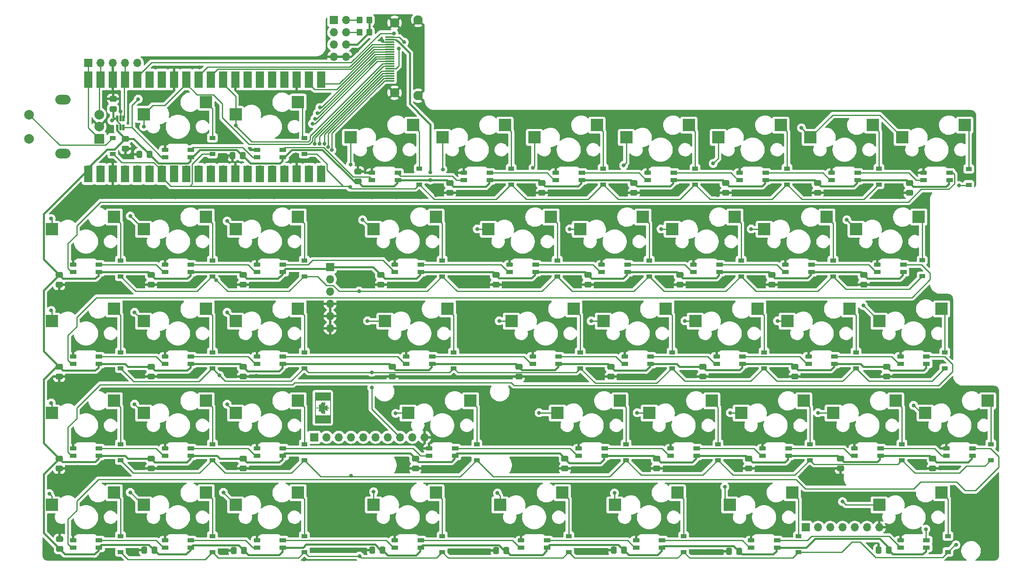
<source format=gbl>
%TF.GenerationSoftware,KiCad,Pcbnew,(6.0.5)*%
%TF.CreationDate,2022-07-14T17:39:41-06:00*%
%TF.ProjectId,kb,6b622e6b-6963-4616-945f-706362585858,rev?*%
%TF.SameCoordinates,Original*%
%TF.FileFunction,Copper,L2,Bot*%
%TF.FilePolarity,Positive*%
%FSLAX46Y46*%
G04 Gerber Fmt 4.6, Leading zero omitted, Abs format (unit mm)*
G04 Created by KiCad (PCBNEW (6.0.5)) date 2022-07-14 17:39:41*
%MOMM*%
%LPD*%
G01*
G04 APERTURE LIST*
G04 Aperture macros list*
%AMRoundRect*
0 Rectangle with rounded corners*
0 $1 Rounding radius*
0 $2 $3 $4 $5 $6 $7 $8 $9 X,Y pos of 4 corners*
0 Add a 4 corners polygon primitive as box body*
4,1,4,$2,$3,$4,$5,$6,$7,$8,$9,$2,$3,0*
0 Add four circle primitives for the rounded corners*
1,1,$1+$1,$2,$3*
1,1,$1+$1,$4,$5*
1,1,$1+$1,$6,$7*
1,1,$1+$1,$8,$9*
0 Add four rect primitives between the rounded corners*
20,1,$1+$1,$2,$3,$4,$5,0*
20,1,$1+$1,$4,$5,$6,$7,0*
20,1,$1+$1,$6,$7,$8,$9,0*
20,1,$1+$1,$8,$9,$2,$3,0*%
G04 Aperture macros list end*
%TA.AperFunction,NonConductor*%
%ADD10C,0.006000*%
%TD*%
%TA.AperFunction,SMDPad,CuDef*%
%ADD11R,2.550000X2.500000*%
%TD*%
%TA.AperFunction,ComponentPad*%
%ADD12R,1.700000X1.700000*%
%TD*%
%TA.AperFunction,ComponentPad*%
%ADD13O,1.700000X1.700000*%
%TD*%
%TA.AperFunction,WasherPad*%
%ADD14O,3.200000X2.000000*%
%TD*%
%TA.AperFunction,ComponentPad*%
%ADD15R,2.000000X2.000000*%
%TD*%
%TA.AperFunction,ComponentPad*%
%ADD16C,2.000000*%
%TD*%
%TA.AperFunction,SMDPad,CuDef*%
%ADD17RoundRect,0.250000X0.350000X0.450000X-0.350000X0.450000X-0.350000X-0.450000X0.350000X-0.450000X0*%
%TD*%
%TA.AperFunction,SMDPad,CuDef*%
%ADD18RoundRect,0.250000X0.475000X-0.337500X0.475000X0.337500X-0.475000X0.337500X-0.475000X-0.337500X0*%
%TD*%
%TA.AperFunction,SMDPad,CuDef*%
%ADD19R,1.200000X0.900000*%
%TD*%
%TA.AperFunction,SMDPad,CuDef*%
%ADD20RoundRect,0.250000X-0.475000X0.337500X-0.475000X-0.337500X0.475000X-0.337500X0.475000X0.337500X0*%
%TD*%
%TA.AperFunction,SMDPad,CuDef*%
%ADD21R,1.400000X0.820000*%
%TD*%
%TA.AperFunction,SMDPad,CuDef*%
%ADD22RoundRect,0.205000X0.495000X0.205000X-0.495000X0.205000X-0.495000X-0.205000X0.495000X-0.205000X0*%
%TD*%
%TA.AperFunction,SMDPad,CuDef*%
%ADD23RoundRect,0.250000X0.337500X0.475000X-0.337500X0.475000X-0.337500X-0.475000X0.337500X-0.475000X0*%
%TD*%
%TA.AperFunction,SMDPad,CuDef*%
%ADD24R,1.700000X3.500000*%
%TD*%
%TA.AperFunction,SMDPad,CuDef*%
%ADD25R,1.900000X0.300000*%
%TD*%
%TA.AperFunction,ComponentPad*%
%ADD26C,1.950000*%
%TD*%
%TA.AperFunction,SMDPad,CuDef*%
%ADD27RoundRect,0.020000X-0.180000X0.575000X-0.180000X-0.575000X0.180000X-0.575000X0.180000X0.575000X0*%
%TD*%
%TA.AperFunction,ViaPad*%
%ADD28C,0.800000*%
%TD*%
%TA.AperFunction,Conductor*%
%ADD29C,0.381000*%
%TD*%
%TA.AperFunction,Conductor*%
%ADD30C,0.254000*%
%TD*%
G04 APERTURE END LIST*
D10*
G36*
X84839619Y-123445975D02*
G01*
X84839619Y-126490006D01*
X84774134Y-126555490D01*
X84774134Y-123380490D01*
X84839619Y-123445975D01*
G37*
X84839619Y-123445975D02*
X84839619Y-126490006D01*
X84774134Y-126555490D01*
X84774134Y-123380490D01*
X84839619Y-123445975D01*
G36*
X87949134Y-123380490D02*
G01*
X84774134Y-123380490D01*
X84774134Y-121792991D01*
X87949134Y-121792991D01*
X87949134Y-123380490D01*
G37*
X87949134Y-123380490D02*
X84774134Y-123380490D01*
X84774134Y-121792991D01*
X87949134Y-121792991D01*
X87949134Y-123380490D01*
G36*
X86384124Y-123877907D02*
G01*
X86385030Y-123879715D01*
X86386010Y-123881463D01*
X86387062Y-123883151D01*
X86388183Y-123884776D01*
X86389370Y-123886339D01*
X86390620Y-123887837D01*
X86391930Y-123889270D01*
X86393299Y-123890637D01*
X86394722Y-123891935D01*
X86396198Y-123893165D01*
X86397724Y-123894325D01*
X86399296Y-123895413D01*
X86400913Y-123896429D01*
X86402571Y-123897371D01*
X86404267Y-123898239D01*
X86406000Y-123899030D01*
X86407766Y-123899744D01*
X86409562Y-123900380D01*
X86411386Y-123900937D01*
X86413235Y-123901412D01*
X86415107Y-123901806D01*
X86416997Y-123902117D01*
X86418905Y-123902343D01*
X86420827Y-123902484D01*
X86422760Y-123902539D01*
X86424702Y-123902505D01*
X86426649Y-123902383D01*
X86428600Y-123902171D01*
X86430551Y-123901867D01*
X86432499Y-123901471D01*
X86434443Y-123900981D01*
X86436379Y-123900397D01*
X86814733Y-123777365D01*
X86738665Y-124135876D01*
X86738317Y-124137753D01*
X86738053Y-124139629D01*
X86737873Y-124141502D01*
X86737776Y-124143369D01*
X86737824Y-124147077D01*
X86738188Y-124150734D01*
X86738859Y-124154324D01*
X86739827Y-124157827D01*
X86741083Y-124161226D01*
X86742618Y-124164504D01*
X86744422Y-124167641D01*
X86746486Y-124170619D01*
X86748800Y-124173422D01*
X86751356Y-124176030D01*
X86754143Y-124178427D01*
X86757152Y-124180593D01*
X86758737Y-124181584D01*
X86760375Y-124182511D01*
X86762063Y-124183371D01*
X86763801Y-124184162D01*
X86927181Y-124253615D01*
X86626879Y-124533412D01*
X86625610Y-124534666D01*
X86624402Y-124535962D01*
X86623255Y-124537298D01*
X86622169Y-124538673D01*
X86621146Y-124540083D01*
X86620184Y-124541528D01*
X86619286Y-124543004D01*
X86618450Y-124544511D01*
X86617678Y-124546045D01*
X86616970Y-124547605D01*
X86616325Y-124549188D01*
X86615745Y-124550794D01*
X86614780Y-124554061D01*
X86614076Y-124557389D01*
X86613637Y-124560763D01*
X86613466Y-124564165D01*
X86613482Y-124565872D01*
X86613565Y-124567580D01*
X86613717Y-124569286D01*
X86613937Y-124570990D01*
X86614226Y-124572688D01*
X86614585Y-124574379D01*
X86615013Y-124576060D01*
X86615512Y-124577730D01*
X86616081Y-124579386D01*
X86616720Y-124581027D01*
X86617431Y-124582650D01*
X86618213Y-124584254D01*
X86619060Y-124585824D01*
X86619965Y-124587347D01*
X86620926Y-124588823D01*
X86621941Y-124590250D01*
X86623008Y-124591628D01*
X86624125Y-124592956D01*
X86625290Y-124594233D01*
X86626501Y-124595457D01*
X86627757Y-124596629D01*
X86629056Y-124597746D01*
X86630395Y-124598809D01*
X86631773Y-124599816D01*
X86633188Y-124600767D01*
X86634638Y-124601659D01*
X86636121Y-124602494D01*
X86637636Y-124603268D01*
X86639180Y-124603983D01*
X86640751Y-124604636D01*
X86642348Y-124605227D01*
X86643969Y-124605755D01*
X86645611Y-124606219D01*
X86647274Y-124606618D01*
X86648954Y-124606951D01*
X86650651Y-124607217D01*
X86652362Y-124607416D01*
X86654086Y-124607546D01*
X86655820Y-124607607D01*
X86657562Y-124607597D01*
X86659312Y-124607515D01*
X86661066Y-124607362D01*
X86662824Y-124607135D01*
X86664582Y-124606834D01*
X87360436Y-124471897D01*
X87235420Y-124688193D01*
X87234346Y-124690141D01*
X87233377Y-124692132D01*
X87232516Y-124694162D01*
X87231762Y-124696228D01*
X87231116Y-124698323D01*
X87230579Y-124700445D01*
X87230151Y-124702589D01*
X87229833Y-124704750D01*
X87229624Y-124706925D01*
X87229527Y-124709109D01*
X87229541Y-124711298D01*
X87229666Y-124713487D01*
X87229904Y-124715672D01*
X87230254Y-124717850D01*
X87230718Y-124720015D01*
X87231295Y-124722163D01*
X87231983Y-124724279D01*
X87232775Y-124726347D01*
X87233669Y-124728363D01*
X87234662Y-124730324D01*
X87235751Y-124732227D01*
X87236933Y-124734069D01*
X87238206Y-124735847D01*
X87239566Y-124737556D01*
X87241012Y-124739194D01*
X87242540Y-124740757D01*
X87244147Y-124742243D01*
X87245832Y-124743647D01*
X87247590Y-124744967D01*
X87249419Y-124746199D01*
X87251317Y-124747340D01*
X87253280Y-124748386D01*
X87684551Y-124967990D01*
X87253280Y-125187594D01*
X87251317Y-125188641D01*
X87249419Y-125189781D01*
X87247590Y-125191013D01*
X87245832Y-125192333D01*
X87244147Y-125193737D01*
X87242540Y-125195223D01*
X87241012Y-125196786D01*
X87239566Y-125198424D01*
X87238206Y-125200134D01*
X87236933Y-125201911D01*
X87235751Y-125203753D01*
X87234662Y-125205656D01*
X87233669Y-125207618D01*
X87232775Y-125209634D01*
X87231983Y-125211702D01*
X87231295Y-125213817D01*
X87230718Y-125215966D01*
X87230254Y-125218131D01*
X87229904Y-125220308D01*
X87229666Y-125222494D01*
X87229541Y-125224683D01*
X87229527Y-125226872D01*
X87229624Y-125229055D01*
X87229833Y-125231230D01*
X87230151Y-125233392D01*
X87230579Y-125235535D01*
X87231116Y-125237657D01*
X87231762Y-125239753D01*
X87232516Y-125241818D01*
X87233377Y-125243848D01*
X87234346Y-125245839D01*
X87235420Y-125247787D01*
X87360436Y-125464084D01*
X86664582Y-125329146D01*
X86661066Y-125328619D01*
X86657562Y-125328384D01*
X86654086Y-125328434D01*
X86650651Y-125328763D01*
X86647274Y-125329363D01*
X86643969Y-125330225D01*
X86640751Y-125331344D01*
X86637636Y-125332712D01*
X86634638Y-125334321D01*
X86631773Y-125336164D01*
X86629056Y-125338234D01*
X86626501Y-125340523D01*
X86624125Y-125343025D01*
X86621941Y-125345730D01*
X86619965Y-125348634D01*
X86618213Y-125351727D01*
X86616720Y-125354953D01*
X86615512Y-125358251D01*
X86614585Y-125361602D01*
X86613937Y-125364991D01*
X86613565Y-125368401D01*
X86613466Y-125371815D01*
X86613637Y-125375217D01*
X86614076Y-125378591D01*
X86614780Y-125381920D01*
X86615745Y-125385187D01*
X86616970Y-125388376D01*
X86618450Y-125391470D01*
X86620184Y-125394453D01*
X86622169Y-125397308D01*
X86624402Y-125400018D01*
X86626879Y-125402568D01*
X86927181Y-125682365D01*
X86763801Y-125751818D01*
X86762063Y-125752610D01*
X86760375Y-125753470D01*
X86758737Y-125754397D01*
X86757152Y-125755388D01*
X86755620Y-125756441D01*
X86754143Y-125757554D01*
X86752721Y-125758724D01*
X86751356Y-125759950D01*
X86750048Y-125761229D01*
X86748800Y-125762558D01*
X86747612Y-125763937D01*
X86746486Y-125765361D01*
X86745422Y-125766830D01*
X86744422Y-125768340D01*
X86743487Y-125769890D01*
X86742618Y-125771477D01*
X86741816Y-125773099D01*
X86741083Y-125774754D01*
X86740420Y-125776439D01*
X86739827Y-125778153D01*
X86739306Y-125779893D01*
X86738859Y-125781657D01*
X86738485Y-125783442D01*
X86738188Y-125785246D01*
X86737967Y-125787067D01*
X86737824Y-125788904D01*
X86737759Y-125790752D01*
X86737776Y-125792611D01*
X86737873Y-125794478D01*
X86738053Y-125796351D01*
X86738317Y-125798227D01*
X86738665Y-125800105D01*
X86814733Y-126158615D01*
X86436379Y-126035584D01*
X86434443Y-126034999D01*
X86432499Y-126034509D01*
X86430551Y-126034113D01*
X86428600Y-126033810D01*
X86426649Y-126033597D01*
X86424702Y-126033475D01*
X86422760Y-126033442D01*
X86420827Y-126033496D01*
X86418905Y-126033637D01*
X86416997Y-126033864D01*
X86413235Y-126034568D01*
X86409562Y-126035600D01*
X86406000Y-126036950D01*
X86402571Y-126038609D01*
X86399296Y-126040567D01*
X86396198Y-126042815D01*
X86394722Y-126044045D01*
X86393299Y-126045344D01*
X86391930Y-126046710D01*
X86390620Y-126048143D01*
X86389370Y-126049642D01*
X86388183Y-126051204D01*
X86387062Y-126052830D01*
X86386010Y-126054517D01*
X86385030Y-126056266D01*
X86384124Y-126058073D01*
X86318639Y-126198303D01*
X85814608Y-125575870D01*
X85813498Y-125574557D01*
X85812343Y-125573296D01*
X85811147Y-125572089D01*
X85809910Y-125570936D01*
X85808635Y-125569838D01*
X85807323Y-125568795D01*
X85805976Y-125567807D01*
X85804596Y-125566876D01*
X85803186Y-125566001D01*
X85801745Y-125565183D01*
X85800277Y-125564423D01*
X85798784Y-125563721D01*
X85797266Y-125563077D01*
X85795727Y-125562492D01*
X85794167Y-125561967D01*
X85792589Y-125561502D01*
X85790994Y-125561098D01*
X85789385Y-125560755D01*
X85787762Y-125560473D01*
X85786129Y-125560253D01*
X85784486Y-125560096D01*
X85782835Y-125560002D01*
X85781179Y-125559972D01*
X85779520Y-125560006D01*
X85777858Y-125560104D01*
X85776196Y-125560267D01*
X85774535Y-125560496D01*
X85772878Y-125560791D01*
X85771227Y-125561152D01*
X85769582Y-125561581D01*
X85767946Y-125562077D01*
X85766322Y-125562641D01*
X85554655Y-125639370D01*
X85654535Y-125071178D01*
X85655039Y-125067656D01*
X85655341Y-125064132D01*
X85655445Y-125060613D01*
X85655352Y-125057108D01*
X85655064Y-125053623D01*
X85654584Y-125050167D01*
X85653915Y-125046748D01*
X85653058Y-125043374D01*
X85652015Y-125040052D01*
X85650789Y-125036791D01*
X85649382Y-125033599D01*
X85647797Y-125030482D01*
X85646035Y-125027450D01*
X85644098Y-125024510D01*
X85641990Y-125021670D01*
X85639712Y-125018938D01*
X85637283Y-125016339D01*
X85634726Y-125013895D01*
X85632049Y-125011610D01*
X85629259Y-125009485D01*
X85626363Y-125007526D01*
X85623369Y-125005734D01*
X85620285Y-125004114D01*
X85617118Y-125002667D01*
X85613876Y-125001399D01*
X85610567Y-125000310D01*
X85607197Y-124999406D01*
X85603775Y-124998689D01*
X85600308Y-124998162D01*
X85596803Y-124997829D01*
X85593269Y-124997693D01*
X85589712Y-124997756D01*
X85018874Y-125027522D01*
X85018874Y-124908459D01*
X85589712Y-124938225D01*
X85593269Y-124938288D01*
X85596803Y-124938151D01*
X85600308Y-124937818D01*
X85603775Y-124937291D01*
X85607197Y-124936574D01*
X85610567Y-124935670D01*
X85613876Y-124934582D01*
X85617118Y-124933313D01*
X85620285Y-124931867D01*
X85623369Y-124930246D01*
X85626363Y-124928454D01*
X85629259Y-124926495D01*
X85632049Y-124924371D01*
X85634726Y-124922085D01*
X85637283Y-124919641D01*
X85639712Y-124917042D01*
X85641990Y-124914310D01*
X85644098Y-124911470D01*
X85646035Y-124908530D01*
X85647797Y-124905498D01*
X85649382Y-124902382D01*
X85650789Y-124899189D01*
X85652015Y-124895928D01*
X85653058Y-124892606D01*
X85653915Y-124889232D01*
X85654584Y-124885813D01*
X85655064Y-124882357D01*
X85655352Y-124878873D01*
X85655445Y-124875367D01*
X85655341Y-124871848D01*
X85655039Y-124868324D01*
X85654535Y-124864803D01*
X85554655Y-124296610D01*
X85766322Y-124373339D01*
X85769582Y-124374399D01*
X85772878Y-124375189D01*
X85776196Y-124375713D01*
X85779520Y-124375975D01*
X85782835Y-124375978D01*
X85786129Y-124375727D01*
X85789385Y-124375225D01*
X85792589Y-124374478D01*
X85795727Y-124373488D01*
X85798784Y-124372260D01*
X85801745Y-124370797D01*
X85804596Y-124369104D01*
X85807323Y-124367185D01*
X85809910Y-124365044D01*
X85812343Y-124362684D01*
X85814608Y-124360110D01*
X86318639Y-123737678D01*
X86384124Y-123877907D01*
G37*
X86384124Y-123877907D02*
X86385030Y-123879715D01*
X86386010Y-123881463D01*
X86387062Y-123883151D01*
X86388183Y-123884776D01*
X86389370Y-123886339D01*
X86390620Y-123887837D01*
X86391930Y-123889270D01*
X86393299Y-123890637D01*
X86394722Y-123891935D01*
X86396198Y-123893165D01*
X86397724Y-123894325D01*
X86399296Y-123895413D01*
X86400913Y-123896429D01*
X86402571Y-123897371D01*
X86404267Y-123898239D01*
X86406000Y-123899030D01*
X86407766Y-123899744D01*
X86409562Y-123900380D01*
X86411386Y-123900937D01*
X86413235Y-123901412D01*
X86415107Y-123901806D01*
X86416997Y-123902117D01*
X86418905Y-123902343D01*
X86420827Y-123902484D01*
X86422760Y-123902539D01*
X86424702Y-123902505D01*
X86426649Y-123902383D01*
X86428600Y-123902171D01*
X86430551Y-123901867D01*
X86432499Y-123901471D01*
X86434443Y-123900981D01*
X86436379Y-123900397D01*
X86814733Y-123777365D01*
X86738665Y-124135876D01*
X86738317Y-124137753D01*
X86738053Y-124139629D01*
X86737873Y-124141502D01*
X86737776Y-124143369D01*
X86737824Y-124147077D01*
X86738188Y-124150734D01*
X86738859Y-124154324D01*
X86739827Y-124157827D01*
X86741083Y-124161226D01*
X86742618Y-124164504D01*
X86744422Y-124167641D01*
X86746486Y-124170619D01*
X86748800Y-124173422D01*
X86751356Y-124176030D01*
X86754143Y-124178427D01*
X86757152Y-124180593D01*
X86758737Y-124181584D01*
X86760375Y-124182511D01*
X86762063Y-124183371D01*
X86763801Y-124184162D01*
X86927181Y-124253615D01*
X86626879Y-124533412D01*
X86625610Y-124534666D01*
X86624402Y-124535962D01*
X86623255Y-124537298D01*
X86622169Y-124538673D01*
X86621146Y-124540083D01*
X86620184Y-124541528D01*
X86619286Y-124543004D01*
X86618450Y-124544511D01*
X86617678Y-124546045D01*
X86616970Y-124547605D01*
X86616325Y-124549188D01*
X86615745Y-124550794D01*
X86614780Y-124554061D01*
X86614076Y-124557389D01*
X86613637Y-124560763D01*
X86613466Y-124564165D01*
X86613482Y-124565872D01*
X86613565Y-124567580D01*
X86613717Y-124569286D01*
X86613937Y-124570990D01*
X86614226Y-124572688D01*
X86614585Y-124574379D01*
X86615013Y-124576060D01*
X86615512Y-124577730D01*
X86616081Y-124579386D01*
X86616720Y-124581027D01*
X86617431Y-124582650D01*
X86618213Y-124584254D01*
X86619060Y-124585824D01*
X86619965Y-124587347D01*
X86620926Y-124588823D01*
X86621941Y-124590250D01*
X86623008Y-124591628D01*
X86624125Y-124592956D01*
X86625290Y-124594233D01*
X86626501Y-124595457D01*
X86627757Y-124596629D01*
X86629056Y-124597746D01*
X86630395Y-124598809D01*
X86631773Y-124599816D01*
X86633188Y-124600767D01*
X86634638Y-124601659D01*
X86636121Y-124602494D01*
X86637636Y-124603268D01*
X86639180Y-124603983D01*
X86640751Y-124604636D01*
X86642348Y-124605227D01*
X86643969Y-124605755D01*
X86645611Y-124606219D01*
X86647274Y-124606618D01*
X86648954Y-124606951D01*
X86650651Y-124607217D01*
X86652362Y-124607416D01*
X86654086Y-124607546D01*
X86655820Y-124607607D01*
X86657562Y-124607597D01*
X86659312Y-124607515D01*
X86661066Y-124607362D01*
X86662824Y-124607135D01*
X86664582Y-124606834D01*
X87360436Y-124471897D01*
X87235420Y-124688193D01*
X87234346Y-124690141D01*
X87233377Y-124692132D01*
X87232516Y-124694162D01*
X87231762Y-124696228D01*
X87231116Y-124698323D01*
X87230579Y-124700445D01*
X87230151Y-124702589D01*
X87229833Y-124704750D01*
X87229624Y-124706925D01*
X87229527Y-124709109D01*
X87229541Y-124711298D01*
X87229666Y-124713487D01*
X87229904Y-124715672D01*
X87230254Y-124717850D01*
X87230718Y-124720015D01*
X87231295Y-124722163D01*
X87231983Y-124724279D01*
X87232775Y-124726347D01*
X87233669Y-124728363D01*
X87234662Y-124730324D01*
X87235751Y-124732227D01*
X87236933Y-124734069D01*
X87238206Y-124735847D01*
X87239566Y-124737556D01*
X87241012Y-124739194D01*
X87242540Y-124740757D01*
X87244147Y-124742243D01*
X87245832Y-124743647D01*
X87247590Y-124744967D01*
X87249419Y-124746199D01*
X87251317Y-124747340D01*
X87253280Y-124748386D01*
X87684551Y-124967990D01*
X87253280Y-125187594D01*
X87251317Y-125188641D01*
X87249419Y-125189781D01*
X87247590Y-125191013D01*
X87245832Y-125192333D01*
X87244147Y-125193737D01*
X87242540Y-125195223D01*
X87241012Y-125196786D01*
X87239566Y-125198424D01*
X87238206Y-125200134D01*
X87236933Y-125201911D01*
X87235751Y-125203753D01*
X87234662Y-125205656D01*
X87233669Y-125207618D01*
X87232775Y-125209634D01*
X87231983Y-125211702D01*
X87231295Y-125213817D01*
X87230718Y-125215966D01*
X87230254Y-125218131D01*
X87229904Y-125220308D01*
X87229666Y-125222494D01*
X87229541Y-125224683D01*
X87229527Y-125226872D01*
X87229624Y-125229055D01*
X87229833Y-125231230D01*
X87230151Y-125233392D01*
X87230579Y-125235535D01*
X87231116Y-125237657D01*
X87231762Y-125239753D01*
X87232516Y-125241818D01*
X87233377Y-125243848D01*
X87234346Y-125245839D01*
X87235420Y-125247787D01*
X87360436Y-125464084D01*
X86664582Y-125329146D01*
X86661066Y-125328619D01*
X86657562Y-125328384D01*
X86654086Y-125328434D01*
X86650651Y-125328763D01*
X86647274Y-125329363D01*
X86643969Y-125330225D01*
X86640751Y-125331344D01*
X86637636Y-125332712D01*
X86634638Y-125334321D01*
X86631773Y-125336164D01*
X86629056Y-125338234D01*
X86626501Y-125340523D01*
X86624125Y-125343025D01*
X86621941Y-125345730D01*
X86619965Y-125348634D01*
X86618213Y-125351727D01*
X86616720Y-125354953D01*
X86615512Y-125358251D01*
X86614585Y-125361602D01*
X86613937Y-125364991D01*
X86613565Y-125368401D01*
X86613466Y-125371815D01*
X86613637Y-125375217D01*
X86614076Y-125378591D01*
X86614780Y-125381920D01*
X86615745Y-125385187D01*
X86616970Y-125388376D01*
X86618450Y-125391470D01*
X86620184Y-125394453D01*
X86622169Y-125397308D01*
X86624402Y-125400018D01*
X86626879Y-125402568D01*
X86927181Y-125682365D01*
X86763801Y-125751818D01*
X86762063Y-125752610D01*
X86760375Y-125753470D01*
X86758737Y-125754397D01*
X86757152Y-125755388D01*
X86755620Y-125756441D01*
X86754143Y-125757554D01*
X86752721Y-125758724D01*
X86751356Y-125759950D01*
X86750048Y-125761229D01*
X86748800Y-125762558D01*
X86747612Y-125763937D01*
X86746486Y-125765361D01*
X86745422Y-125766830D01*
X86744422Y-125768340D01*
X86743487Y-125769890D01*
X86742618Y-125771477D01*
X86741816Y-125773099D01*
X86741083Y-125774754D01*
X86740420Y-125776439D01*
X86739827Y-125778153D01*
X86739306Y-125779893D01*
X86738859Y-125781657D01*
X86738485Y-125783442D01*
X86738188Y-125785246D01*
X86737967Y-125787067D01*
X86737824Y-125788904D01*
X86737759Y-125790752D01*
X86737776Y-125792611D01*
X86737873Y-125794478D01*
X86738053Y-125796351D01*
X86738317Y-125798227D01*
X86738665Y-125800105D01*
X86814733Y-126158615D01*
X86436379Y-126035584D01*
X86434443Y-126034999D01*
X86432499Y-126034509D01*
X86430551Y-126034113D01*
X86428600Y-126033810D01*
X86426649Y-126033597D01*
X86424702Y-126033475D01*
X86422760Y-126033442D01*
X86420827Y-126033496D01*
X86418905Y-126033637D01*
X86416997Y-126033864D01*
X86413235Y-126034568D01*
X86409562Y-126035600D01*
X86406000Y-126036950D01*
X86402571Y-126038609D01*
X86399296Y-126040567D01*
X86396198Y-126042815D01*
X86394722Y-126044045D01*
X86393299Y-126045344D01*
X86391930Y-126046710D01*
X86390620Y-126048143D01*
X86389370Y-126049642D01*
X86388183Y-126051204D01*
X86387062Y-126052830D01*
X86386010Y-126054517D01*
X86385030Y-126056266D01*
X86384124Y-126058073D01*
X86318639Y-126198303D01*
X85814608Y-125575870D01*
X85813498Y-125574557D01*
X85812343Y-125573296D01*
X85811147Y-125572089D01*
X85809910Y-125570936D01*
X85808635Y-125569838D01*
X85807323Y-125568795D01*
X85805976Y-125567807D01*
X85804596Y-125566876D01*
X85803186Y-125566001D01*
X85801745Y-125565183D01*
X85800277Y-125564423D01*
X85798784Y-125563721D01*
X85797266Y-125563077D01*
X85795727Y-125562492D01*
X85794167Y-125561967D01*
X85792589Y-125561502D01*
X85790994Y-125561098D01*
X85789385Y-125560755D01*
X85787762Y-125560473D01*
X85786129Y-125560253D01*
X85784486Y-125560096D01*
X85782835Y-125560002D01*
X85781179Y-125559972D01*
X85779520Y-125560006D01*
X85777858Y-125560104D01*
X85776196Y-125560267D01*
X85774535Y-125560496D01*
X85772878Y-125560791D01*
X85771227Y-125561152D01*
X85769582Y-125561581D01*
X85767946Y-125562077D01*
X85766322Y-125562641D01*
X85554655Y-125639370D01*
X85654535Y-125071178D01*
X85655039Y-125067656D01*
X85655341Y-125064132D01*
X85655445Y-125060613D01*
X85655352Y-125057108D01*
X85655064Y-125053623D01*
X85654584Y-125050167D01*
X85653915Y-125046748D01*
X85653058Y-125043374D01*
X85652015Y-125040052D01*
X85650789Y-125036791D01*
X85649382Y-125033599D01*
X85647797Y-125030482D01*
X85646035Y-125027450D01*
X85644098Y-125024510D01*
X85641990Y-125021670D01*
X85639712Y-125018938D01*
X85637283Y-125016339D01*
X85634726Y-125013895D01*
X85632049Y-125011610D01*
X85629259Y-125009485D01*
X85626363Y-125007526D01*
X85623369Y-125005734D01*
X85620285Y-125004114D01*
X85617118Y-125002667D01*
X85613876Y-125001399D01*
X85610567Y-125000310D01*
X85607197Y-124999406D01*
X85603775Y-124998689D01*
X85600308Y-124998162D01*
X85596803Y-124997829D01*
X85593269Y-124997693D01*
X85589712Y-124997756D01*
X85018874Y-125027522D01*
X85018874Y-124908459D01*
X85589712Y-124938225D01*
X85593269Y-124938288D01*
X85596803Y-124938151D01*
X85600308Y-124937818D01*
X85603775Y-124937291D01*
X85607197Y-124936574D01*
X85610567Y-124935670D01*
X85613876Y-124934582D01*
X85617118Y-124933313D01*
X85620285Y-124931867D01*
X85623369Y-124930246D01*
X85626363Y-124928454D01*
X85629259Y-124926495D01*
X85632049Y-124924371D01*
X85634726Y-124922085D01*
X85637283Y-124919641D01*
X85639712Y-124917042D01*
X85641990Y-124914310D01*
X85644098Y-124911470D01*
X85646035Y-124908530D01*
X85647797Y-124905498D01*
X85649382Y-124902382D01*
X85650789Y-124899189D01*
X85652015Y-124895928D01*
X85653058Y-124892606D01*
X85653915Y-124889232D01*
X85654584Y-124885813D01*
X85655064Y-124882357D01*
X85655352Y-124878873D01*
X85655445Y-124875367D01*
X85655341Y-124871848D01*
X85655039Y-124868324D01*
X85654535Y-124864803D01*
X85554655Y-124296610D01*
X85766322Y-124373339D01*
X85769582Y-124374399D01*
X85772878Y-124375189D01*
X85776196Y-124375713D01*
X85779520Y-124375975D01*
X85782835Y-124375978D01*
X85786129Y-124375727D01*
X85789385Y-124375225D01*
X85792589Y-124374478D01*
X85795727Y-124373488D01*
X85798784Y-124372260D01*
X85801745Y-124370797D01*
X85804596Y-124369104D01*
X85807323Y-124367185D01*
X85809910Y-124365044D01*
X85812343Y-124362684D01*
X85814608Y-124360110D01*
X86318639Y-123737678D01*
X86384124Y-123877907D01*
G36*
X87949134Y-126555490D02*
G01*
X87883650Y-126490006D01*
X87883650Y-123445975D01*
X87949134Y-123380490D01*
X87949134Y-126555490D01*
G37*
X87949134Y-126555490D02*
X87883650Y-126490006D01*
X87883650Y-123445975D01*
X87949134Y-123380490D01*
X87949134Y-126555490D01*
G36*
X87949134Y-128142990D02*
G01*
X84774134Y-128142990D01*
X84774134Y-126555490D01*
X87949134Y-126555490D01*
X87949134Y-128142990D01*
G37*
X87949134Y-128142990D02*
X84774134Y-128142990D01*
X84774134Y-126555490D01*
X87949134Y-126555490D01*
X87949134Y-128142990D01*
D11*
%TO.P,MX22,1,COL*%
%TO.N,/COL4*%
X125471250Y-106997500D03*
%TO.P,MX22,2,ROW*%
%TO.N,Net-(D22-Pad2)*%
X138398250Y-104457500D03*
%TD*%
%TO.P,MX14,1,COL*%
%TO.N,/COL5*%
X139758750Y-87947500D03*
%TO.P,MX14,2,ROW*%
%TO.N,Net-(D14-Pad2)*%
X152685750Y-85407500D03*
%TD*%
%TO.P,MX2,1,COL*%
%TO.N,/COL2*%
X68321250Y-64135000D03*
%TO.P,MX2,2,ROW*%
%TO.N,Net-(D2-Pad2)*%
X81248250Y-61595000D03*
%TD*%
D12*
%TO.P,J6,1,Pin_1*%
%TO.N,+5V*%
X87884000Y-95758000D03*
D13*
%TO.P,J6,2,Pin_2*%
X87884000Y-98298000D03*
%TO.P,J6,3,Pin_3*%
X87884000Y-100838000D03*
%TO.P,J6,4,Pin_4*%
%TO.N,GND*%
X87884000Y-103378000D03*
%TO.P,J6,5,Pin_5*%
X87884000Y-105918000D03*
%TO.P,J6,6,Pin_6*%
X87884000Y-108458000D03*
%TD*%
D11*
%TO.P,MX24,1,COL*%
%TO.N,/COL6*%
X163571250Y-106997500D03*
%TO.P,MX24,2,ROW*%
%TO.N,Net-(D24-Pad2)*%
X176498250Y-104457500D03*
%TD*%
D14*
%TO.P,SW1,*%
%TO.N,*%
X32543750Y-61075000D03*
X32543750Y-72275000D03*
D15*
%TO.P,SW1,A,A*%
%TO.N,/ENC_L1*%
X40043750Y-69175000D03*
D16*
%TO.P,SW1,B,B*%
%TO.N,/ENC_L2*%
X40043750Y-64175000D03*
%TO.P,SW1,C,C*%
%TO.N,GND*%
X40043750Y-66675000D03*
%TO.P,SW1,S1,S1*%
%TO.N,Net-(D0-Pad2)*%
X25543750Y-64175000D03*
%TO.P,SW1,S2,S2*%
%TO.N,/COL0*%
X25543750Y-69175000D03*
%TD*%
D11*
%TO.P,MX34,1,COL*%
%TO.N,/COL7*%
X192146250Y-126047500D03*
%TO.P,MX34,2,ROW*%
%TO.N,Net-(D34-Pad2)*%
X205073250Y-123507500D03*
%TD*%
D12*
%TO.P,J5,1,Pin_1*%
%TO.N,/COL6*%
X186436000Y-149733000D03*
D13*
%TO.P,J5,2,Pin_2*%
%TO.N,/COL5*%
X188976000Y-149733000D03*
%TO.P,J5,3,Pin_3*%
%TO.N,/COL4*%
X191516000Y-149733000D03*
%TO.P,J5,4,Pin_4*%
%TO.N,/COL7*%
X194056000Y-149733000D03*
%TO.P,J5,5,Pin_5*%
%TO.N,/COL8*%
X196596000Y-149733000D03*
%TO.P,J5,6,Pin_6*%
%TO.N,/RGB_TO_RIGHT*%
X199136000Y-149733000D03*
%TO.P,J5,7,Pin_7*%
%TO.N,GND*%
X201676000Y-149733000D03*
%TD*%
D11*
%TO.P,MX15,1,COL*%
%TO.N,/COL6*%
X158808750Y-87947500D03*
%TO.P,MX15,2,ROW*%
%TO.N,Net-(D15-Pad2)*%
X171735750Y-85407500D03*
%TD*%
%TO.P,MX43,1,COL*%
%TO.N,/COL7*%
X201671250Y-145097500D03*
%TO.P,MX43,2,ROW*%
%TO.N,Net-(D43-Pad2)*%
X214598250Y-142557500D03*
%TD*%
%TO.P,MX18,1,COL*%
%TO.N,/COL0*%
X30221250Y-106997500D03*
%TO.P,MX18,2,ROW*%
%TO.N,Net-(D18-Pad2)*%
X43148250Y-104457500D03*
%TD*%
%TO.P,MX7,1,COL*%
%TO.N,/COL7*%
X168333750Y-68897500D03*
%TO.P,MX7,2,ROW*%
%TO.N,Net-(D7-Pad2)*%
X181260750Y-66357500D03*
%TD*%
D12*
%TO.P,J3,1,Pin_1*%
%TO.N,/ENC_L1*%
X37782500Y-53467000D03*
D13*
%TO.P,J3,2,Pin_2*%
%TO.N,/ENC_L2*%
X40322500Y-53467000D03*
%TO.P,J3,3,Pin_3*%
%TO.N,GND*%
X42862500Y-53467000D03*
%TO.P,J3,4,Pin_4*%
%TO.N,/RGB_3V3*%
X45402500Y-53467000D03*
%TO.P,J3,5,Pin_5*%
%TO.N,/RGB_5V*%
X47942500Y-53467000D03*
%TD*%
D11*
%TO.P,MX26,1,COL*%
%TO.N,/COL8*%
X201671250Y-106997500D03*
%TO.P,MX26,2,ROW*%
%TO.N,Net-(D26-Pad2)*%
X214598250Y-104457500D03*
%TD*%
%TO.P,MX10,1,COL*%
%TO.N,/COL1*%
X49271250Y-87947500D03*
%TO.P,MX10,2,ROW*%
%TO.N,Net-(D10-Pad2)*%
X62198250Y-85407500D03*
%TD*%
%TO.P,MX11,1,COL*%
%TO.N,/COL2*%
X68321250Y-87947500D03*
%TO.P,MX11,2,ROW*%
%TO.N,Net-(D11-Pad2)*%
X81248250Y-85407500D03*
%TD*%
%TO.P,MX27,1,COL*%
%TO.N,/COL0*%
X30221250Y-126047500D03*
%TO.P,MX27,2,ROW*%
%TO.N,Net-(D27-Pad2)*%
X43148250Y-123507500D03*
%TD*%
%TO.P,MX25,1,COL*%
%TO.N,/COL7*%
X182621250Y-106997500D03*
%TO.P,MX25,2,ROW*%
%TO.N,Net-(D25-Pad2)*%
X195548250Y-104457500D03*
%TD*%
%TO.P,MX21,1,COL*%
%TO.N,/COL3*%
X99277500Y-106997500D03*
%TO.P,MX21,2,ROW*%
%TO.N,Net-(D21-Pad2)*%
X112204500Y-104457500D03*
%TD*%
%TO.P,MX37,1,COL*%
%TO.N,/COL1*%
X49271250Y-145097500D03*
%TO.P,MX37,2,ROW*%
%TO.N,Net-(D37-Pad2)*%
X62198250Y-142557500D03*
%TD*%
%TO.P,MX13,1,COL*%
%TO.N,/COL4*%
X120708750Y-87947500D03*
%TO.P,MX13,2,ROW*%
%TO.N,Net-(D13-Pad2)*%
X133635750Y-85407500D03*
%TD*%
%TO.P,MX35,1,COL*%
%TO.N,/COL8*%
X211196250Y-126047500D03*
%TO.P,MX35,2,ROW*%
%TO.N,Net-(D35-Pad2)*%
X224123250Y-123507500D03*
%TD*%
%TO.P,MX28,1,COL*%
%TO.N,/COL1*%
X49271250Y-126047500D03*
%TO.P,MX28,2,ROW*%
%TO.N,Net-(D28-Pad2)*%
X62198250Y-123507500D03*
%TD*%
%TO.P,MX3,1,COL*%
%TO.N,/COL3*%
X92133750Y-68897500D03*
%TO.P,MX3,2,ROW*%
%TO.N,Net-(D3-Pad2)*%
X105060750Y-66357500D03*
%TD*%
D12*
%TO.P,J4,1,Pin_1*%
%TO.N,/COL2*%
X84587000Y-131064000D03*
D13*
%TO.P,J4,2,Pin_2*%
%TO.N,/COL1*%
X87127000Y-131064000D03*
%TO.P,J4,3,Pin_3*%
%TO.N,/COL0*%
X89667000Y-131064000D03*
%TO.P,J4,4,Pin_4*%
%TO.N,/ROW3*%
X92207000Y-131064000D03*
%TO.P,J4,5,Pin_5*%
%TO.N,/ROW4*%
X94747000Y-131064000D03*
%TO.P,J4,6,Pin_6*%
%TO.N,/ROW0*%
X97287000Y-131064000D03*
%TO.P,J4,7,Pin_7*%
%TO.N,/ROW1*%
X99827000Y-131064000D03*
%TO.P,J4,8,Pin_8*%
%TO.N,/ROW2*%
X102367000Y-131064000D03*
%TO.P,J4,9,Pin_9*%
%TO.N,/COL3*%
X104907000Y-131064000D03*
%TO.P,J4,10,Pin_10*%
%TO.N,GND*%
X107447000Y-131064000D03*
%TD*%
D11*
%TO.P,MX9,1,COL*%
%TO.N,/COL0*%
X30221250Y-87947500D03*
%TO.P,MX9,2,ROW*%
%TO.N,Net-(D9-Pad2)*%
X43148250Y-85407500D03*
%TD*%
%TO.P,MX1,1,COL*%
%TO.N,/COL1*%
X49271250Y-64135000D03*
%TO.P,MX1,2,ROW*%
%TO.N,Net-(D1-Pad2)*%
X62198250Y-61595000D03*
%TD*%
%TO.P,MX32,1,COL*%
%TO.N,/COL5*%
X154046250Y-126047500D03*
%TO.P,MX32,2,ROW*%
%TO.N,Net-(D32-Pad2)*%
X166973250Y-123507500D03*
%TD*%
%TO.P,MX40,1,COL*%
%TO.N,/COL4*%
X123090000Y-145097500D03*
%TO.P,MX40,2,ROW*%
%TO.N,Net-(D40-Pad2)*%
X136017000Y-142557500D03*
%TD*%
%TO.P,MX5,1,COL*%
%TO.N,/COL5*%
X130233750Y-68897500D03*
%TO.P,MX5,2,ROW*%
%TO.N,Net-(D5-Pad2)*%
X143160750Y-66357500D03*
%TD*%
%TO.P,MX39,1,COL*%
%TO.N,/COL3*%
X96896250Y-145097500D03*
%TO.P,MX39,2,ROW*%
%TO.N,Net-(D39-Pad2)*%
X109823250Y-142557500D03*
%TD*%
%TO.P,MX16,1,COL*%
%TO.N,/COL7*%
X177858750Y-87947500D03*
%TO.P,MX16,2,ROW*%
%TO.N,Net-(D16-Pad2)*%
X190785750Y-85407500D03*
%TD*%
%TO.P,MX38,1,COL*%
%TO.N,/COL2*%
X68321250Y-145097500D03*
%TO.P,MX38,2,ROW*%
%TO.N,Net-(D38-Pad2)*%
X81248250Y-142557500D03*
%TD*%
%TO.P,MX31,1,COL*%
%TO.N,/COL4*%
X134996250Y-126047500D03*
%TO.P,MX31,2,ROW*%
%TO.N,Net-(D31-Pad2)*%
X147923250Y-123507500D03*
%TD*%
%TO.P,MX8,1,COL*%
%TO.N,/COL8*%
X187383750Y-68897500D03*
%TO.P,MX8,2,ROW*%
%TO.N,Net-(D8-Pad2)*%
X200310750Y-66357500D03*
%TD*%
%TO.P,MX41,1,COL*%
%TO.N,/COL5*%
X146902500Y-145097500D03*
%TO.P,MX41,2,ROW*%
%TO.N,Net-(D41-Pad2)*%
X159829500Y-142557500D03*
%TD*%
%TO.P,MX20,1,COL*%
%TO.N,/COL2*%
X68321250Y-106997500D03*
%TO.P,MX20,2,ROW*%
%TO.N,Net-(D20-Pad2)*%
X81248250Y-104457500D03*
%TD*%
%TO.P,MX17,1,COL*%
%TO.N,/COL8*%
X196908750Y-87947500D03*
%TO.P,MX17,2,ROW*%
%TO.N,Net-(D17-Pad2)*%
X209835750Y-85407500D03*
%TD*%
%TO.P,MX4,1,COL*%
%TO.N,/COL4*%
X111183750Y-68897500D03*
%TO.P,MX4,2,ROW*%
%TO.N,Net-(D4-Pad2)*%
X124110750Y-66357500D03*
%TD*%
%TO.P,MX42,1,COL*%
%TO.N,/COL6*%
X170715000Y-145097500D03*
%TO.P,MX42,2,ROW*%
%TO.N,Net-(D42-Pad2)*%
X183642000Y-142557500D03*
%TD*%
D12*
%TO.P,J1,1,Pin_1*%
%TO.N,/OLED_SDA*%
X88646000Y-44577000D03*
D13*
%TO.P,J1,2,Pin_2*%
X91186000Y-44577000D03*
%TO.P,J1,3,Pin_3*%
%TO.N,/OLED_SCL*%
X88646000Y-47117000D03*
%TO.P,J1,4,Pin_4*%
X91186000Y-47117000D03*
%TO.P,J1,5,Pin_5*%
%TO.N,+3V3*%
X88646000Y-49657000D03*
%TO.P,J1,6,Pin_6*%
X91186000Y-49657000D03*
%TO.P,J1,7,Pin_7*%
%TO.N,GND*%
X88646000Y-52197000D03*
%TO.P,J1,8,Pin_8*%
X91186000Y-52197000D03*
%TD*%
D11*
%TO.P,MX23,1,COL*%
%TO.N,/COL5*%
X144521250Y-106997500D03*
%TO.P,MX23,2,ROW*%
%TO.N,Net-(D23-Pad2)*%
X157448250Y-104457500D03*
%TD*%
%TO.P,MX33,1,COL*%
%TO.N,/COL6*%
X173096250Y-126047500D03*
%TO.P,MX33,2,ROW*%
%TO.N,Net-(D33-Pad2)*%
X186023250Y-123507500D03*
%TD*%
%TO.P,MX36,1,COL*%
%TO.N,/COL0*%
X30221250Y-145097500D03*
%TO.P,MX36,2,ROW*%
%TO.N,Net-(D36-Pad2)*%
X43148250Y-142557500D03*
%TD*%
%TO.P,MX12,1,COL*%
%TO.N,/COL3*%
X96896250Y-87947500D03*
%TO.P,MX12,2,ROW*%
%TO.N,Net-(D12-Pad2)*%
X109823250Y-85407500D03*
%TD*%
%TO.P,MX30,1,COL*%
%TO.N,/COL3*%
X104040000Y-126047500D03*
%TO.P,MX30,2,ROW*%
%TO.N,Net-(D30-Pad2)*%
X116967000Y-123507500D03*
%TD*%
%TO.P,MX29,1,COL*%
%TO.N,/COL2*%
X68321250Y-126047500D03*
%TO.P,MX29,2,ROW*%
%TO.N,Net-(D29-Pad2)*%
X81248250Y-123507500D03*
%TD*%
%TO.P,MX19,1,COL*%
%TO.N,/COL1*%
X49271250Y-106997500D03*
%TO.P,MX19,2,ROW*%
%TO.N,Net-(D19-Pad2)*%
X62198250Y-104457500D03*
%TD*%
%TO.P,MX6,1,COL*%
%TO.N,/COL6*%
X149283750Y-68897500D03*
%TO.P,MX6,2,ROW*%
%TO.N,Net-(D6-Pad2)*%
X162210750Y-66357500D03*
%TD*%
%TO.P,MX44,1,COL*%
%TO.N,/COL8*%
X206433750Y-68897500D03*
%TO.P,MX44,2,ROW*%
%TO.N,Net-(D44-Pad2)*%
X219360750Y-66357500D03*
%TD*%
D17*
%TO.P,R1,1*%
%TO.N,+3V3*%
X95996000Y-44577000D03*
%TO.P,R1,2*%
%TO.N,/OLED_SDA*%
X93996000Y-44577000D03*
%TD*%
D18*
%TO.P,C3,1*%
%TO.N,+5V*%
X93662500Y-78031250D03*
%TO.P,C3,2*%
%TO.N,GND*%
X93662500Y-75956250D03*
%TD*%
D19*
%TO.P,D26,1,K*%
%TO.N,/ROW2*%
X215265000Y-116743750D03*
%TO.P,D26,2,A*%
%TO.N,Net-(D26-Pad2)*%
X215265000Y-113443750D03*
%TD*%
%TO.P,D12,1,K*%
%TO.N,/ROW1*%
X111125000Y-97693750D03*
%TO.P,D12,2,A*%
%TO.N,Net-(D12-Pad2)*%
X111125000Y-94393750D03*
%TD*%
%TO.P,D38,1,K*%
%TO.N,/ROW4*%
X82550000Y-154843750D03*
%TO.P,D38,2,A*%
%TO.N,Net-(D38-Pad2)*%
X82550000Y-151543750D03*
%TD*%
%TO.P,D39,1,K*%
%TO.N,/ROW4*%
X111125000Y-154843750D03*
%TO.P,D39,2,A*%
%TO.N,Net-(D39-Pad2)*%
X111125000Y-151543750D03*
%TD*%
%TO.P,D36,1,K*%
%TO.N,/ROW4*%
X44450000Y-154843750D03*
%TO.P,D36,2,A*%
%TO.N,Net-(D36-Pad2)*%
X44450000Y-151543750D03*
%TD*%
D20*
%TO.P,C26,1*%
%TO.N,+5V*%
X203200000Y-116437500D03*
%TO.P,C26,2*%
%TO.N,GND*%
X203200000Y-118512500D03*
%TD*%
D21*
%TO.P,D110,1,VDD*%
%TO.N,+5V*%
X59056250Y-96793750D03*
%TO.P,D110,2,DOUT*%
%TO.N,Net-(D110-Pad2)*%
X59056250Y-95293750D03*
D22*
%TO.P,D110,3,VSS*%
%TO.N,GND*%
X53656250Y-95293750D03*
D21*
%TO.P,D110,4,DIN*%
%TO.N,Net-(D109-Pad2)*%
X53656250Y-96793750D03*
%TD*%
D20*
%TO.P,C46,1*%
%TO.N,+5V*%
X45466000Y-69193500D03*
%TO.P,C46,2*%
%TO.N,GND*%
X45466000Y-71268500D03*
%TD*%
%TO.P,C8,1*%
%TO.N,+5V*%
X188912500Y-78337500D03*
%TO.P,C8,2*%
%TO.N,GND*%
X188912500Y-80412500D03*
%TD*%
D21*
%TO.P,D138,1,VDD*%
%TO.N,+5V*%
X78106250Y-153943750D03*
%TO.P,D138,2,DOUT*%
%TO.N,Net-(D138-Pad2)*%
X78106250Y-152443750D03*
D22*
%TO.P,D138,3,VSS*%
%TO.N,GND*%
X72706250Y-152443750D03*
D21*
%TO.P,D138,4,DIN*%
%TO.N,Net-(D137-Pad2)*%
X72706250Y-153943750D03*
%TD*%
%TO.P,D101,1,VDD*%
%TO.N,+5V*%
X59056250Y-72981250D03*
%TO.P,D101,2,DOUT*%
%TO.N,Net-(D101-Pad2)*%
X59056250Y-71481250D03*
D22*
%TO.P,D101,3,VSS*%
%TO.N,GND*%
X53656250Y-71481250D03*
D21*
%TO.P,D101,4,DIN*%
%TO.N,/RGB_5V*%
X53656250Y-72981250D03*
%TD*%
D19*
%TO.P,D40,1,K*%
%TO.N,/ROW4*%
X137318750Y-154843750D03*
%TO.P,D40,2,A*%
%TO.N,Net-(D40-Pad2)*%
X137318750Y-151543750D03*
%TD*%
%TO.P,D22,1,K*%
%TO.N,/ROW2*%
X139700000Y-116743750D03*
%TO.P,D22,2,A*%
%TO.N,Net-(D22-Pad2)*%
X139700000Y-113443750D03*
%TD*%
%TO.P,D29,1,K*%
%TO.N,/ROW3*%
X82550000Y-135793750D03*
%TO.P,D29,2,A*%
%TO.N,Net-(D29-Pad2)*%
X82550000Y-132493750D03*
%TD*%
D20*
%TO.P,C34,1*%
%TO.N,+5V*%
X193675000Y-135487500D03*
%TO.P,C34,2*%
%TO.N,GND*%
X193675000Y-137562500D03*
%TD*%
D21*
%TO.P,D130,1,VDD*%
%TO.N,+5V*%
X113825000Y-134893750D03*
%TO.P,D130,2,DOUT*%
%TO.N,Net-(D130-Pad2)*%
X113825000Y-133393750D03*
D22*
%TO.P,D130,3,VSS*%
%TO.N,GND*%
X108425000Y-133393750D03*
D21*
%TO.P,D130,4,DIN*%
%TO.N,Net-(D129-Pad2)*%
X108425000Y-134893750D03*
%TD*%
D20*
%TO.P,C27,1*%
%TO.N,+5V*%
X31750000Y-135487500D03*
%TO.P,C27,2*%
%TO.N,GND*%
X31750000Y-137562500D03*
%TD*%
D21*
%TO.P,D117,1,VDD*%
%TO.N,+5V*%
X206693750Y-96793750D03*
%TO.P,D117,2,DOUT*%
%TO.N,Net-(D117-Pad2)*%
X206693750Y-95293750D03*
D22*
%TO.P,D117,3,VSS*%
%TO.N,GND*%
X201293750Y-95293750D03*
D21*
%TO.P,D117,4,DIN*%
%TO.N,Net-(D116-Pad2)*%
X201293750Y-96793750D03*
%TD*%
%TO.P,D144,1,VDD*%
%TO.N,+5V*%
X216218750Y-77743750D03*
%TO.P,D144,2,DOUT*%
%TO.N,Net-(D109-Pad4)*%
X216218750Y-76243750D03*
D22*
%TO.P,D144,3,VSS*%
%TO.N,GND*%
X210818750Y-76243750D03*
D21*
%TO.P,D144,4,DIN*%
%TO.N,Net-(D108-Pad2)*%
X210818750Y-77743750D03*
%TD*%
D20*
%TO.P,C32,1*%
%TO.N,+5V*%
X155575000Y-135487500D03*
%TO.P,C32,2*%
%TO.N,GND*%
X155575000Y-137562500D03*
%TD*%
D21*
%TO.P,D106,1,VDD*%
%TO.N,+5V*%
X159068750Y-77743750D03*
%TO.P,D106,2,DOUT*%
%TO.N,Net-(D106-Pad2)*%
X159068750Y-76243750D03*
D22*
%TO.P,D106,3,VSS*%
%TO.N,GND*%
X153668750Y-76243750D03*
D21*
%TO.P,D106,4,DIN*%
%TO.N,Net-(D105-Pad2)*%
X153668750Y-77743750D03*
%TD*%
D23*
%TO.P,C40,1*%
%TO.N,+5V*%
X124354500Y-154559000D03*
%TO.P,C40,2*%
%TO.N,GND*%
X122279500Y-154559000D03*
%TD*%
D19*
%TO.P,D25,1,K*%
%TO.N,/ROW2*%
X196850000Y-116743750D03*
%TO.P,D25,2,A*%
%TO.N,Net-(D25-Pad2)*%
X196850000Y-113443750D03*
%TD*%
D21*
%TO.P,D137,1,VDD*%
%TO.N,+5V*%
X59056250Y-153943750D03*
%TO.P,D137,2,DOUT*%
%TO.N,Net-(D137-Pad2)*%
X59056250Y-152443750D03*
D22*
%TO.P,D137,3,VSS*%
%TO.N,GND*%
X53656250Y-152443750D03*
D21*
%TO.P,D137,4,DIN*%
%TO.N,Net-(D136-Pad2)*%
X53656250Y-153943750D03*
%TD*%
D23*
%TO.P,C39,1*%
%TO.N,+5V*%
X98700500Y-154432000D03*
%TO.P,C39,2*%
%TO.N,GND*%
X96625500Y-154432000D03*
%TD*%
D19*
%TO.P,D8,1,K*%
%TO.N,/ROW0*%
X201612500Y-78643750D03*
%TO.P,D8,2,A*%
%TO.N,Net-(D8-Pad2)*%
X201612500Y-75343750D03*
%TD*%
%TO.P,D28,1,K*%
%TO.N,/ROW3*%
X63500000Y-135793750D03*
%TO.P,D28,2,A*%
%TO.N,Net-(D28-Pad2)*%
X63500000Y-132493750D03*
%TD*%
D21*
%TO.P,D128,1,VDD*%
%TO.N,+5V*%
X59056250Y-134893750D03*
%TO.P,D128,2,DOUT*%
%TO.N,Net-(D128-Pad2)*%
X59056250Y-133393750D03*
D22*
%TO.P,D128,3,VSS*%
%TO.N,GND*%
X53656250Y-133393750D03*
D21*
%TO.P,D128,4,DIN*%
%TO.N,Net-(D127-Pad2)*%
X53656250Y-134893750D03*
%TD*%
%TO.P,D136,1,VDD*%
%TO.N,+5V*%
X40006250Y-153943750D03*
%TO.P,D136,2,DOUT*%
%TO.N,Net-(D136-Pad2)*%
X40006250Y-152443750D03*
D22*
%TO.P,D136,3,VSS*%
%TO.N,GND*%
X34606250Y-152443750D03*
D21*
%TO.P,D136,4,DIN*%
%TO.N,Net-(D135-Pad2)*%
X34606250Y-153943750D03*
%TD*%
D17*
%TO.P,R2,1*%
%TO.N,+3V3*%
X95996000Y-47117000D03*
%TO.P,R2,2*%
%TO.N,/OLED_SCL*%
X93996000Y-47117000D03*
%TD*%
D21*
%TO.P,D109,1,VDD*%
%TO.N,+5V*%
X40006250Y-96793750D03*
%TO.P,D109,2,DOUT*%
%TO.N,Net-(D109-Pad2)*%
X40006250Y-95293750D03*
D22*
%TO.P,D109,3,VSS*%
%TO.N,GND*%
X34606250Y-95293750D03*
D21*
%TO.P,D109,4,DIN*%
%TO.N,Net-(D109-Pad4)*%
X34606250Y-96793750D03*
%TD*%
%TO.P,D127,1,VDD*%
%TO.N,+5V*%
X40006250Y-134893750D03*
%TO.P,D127,2,DOUT*%
%TO.N,Net-(D127-Pad2)*%
X40006250Y-133393750D03*
D22*
%TO.P,D127,3,VSS*%
%TO.N,GND*%
X34606250Y-133393750D03*
D21*
%TO.P,D127,4,DIN*%
%TO.N,Net-(D126-Pad2)*%
X34606250Y-134893750D03*
%TD*%
%TO.P,D119,1,VDD*%
%TO.N,+5V*%
X59056250Y-115843750D03*
%TO.P,D119,2,DOUT*%
%TO.N,Net-(D119-Pad2)*%
X59056250Y-114343750D03*
D22*
%TO.P,D119,3,VSS*%
%TO.N,GND*%
X53656250Y-114343750D03*
D21*
%TO.P,D119,4,DIN*%
%TO.N,Net-(D118-Pad2)*%
X53656250Y-115843750D03*
%TD*%
D19*
%TO.P,D5,1,K*%
%TO.N,/ROW0*%
X144462500Y-78643750D03*
%TO.P,D5,2,A*%
%TO.N,Net-(D5-Pad2)*%
X144462500Y-75343750D03*
%TD*%
D20*
%TO.P,C30,1*%
%TO.N,+5V*%
X105568750Y-135487500D03*
%TO.P,C30,2*%
%TO.N,GND*%
X105568750Y-137562500D03*
%TD*%
D19*
%TO.P,D32,1,K*%
%TO.N,/ROW3*%
X168275000Y-135793750D03*
%TO.P,D32,2,A*%
%TO.N,Net-(D32-Pad2)*%
X168275000Y-132493750D03*
%TD*%
D20*
%TO.P,C17,1*%
%TO.N,+5V*%
X198437500Y-97387500D03*
%TO.P,C17,2*%
%TO.N,GND*%
X198437500Y-99462500D03*
%TD*%
D21*
%TO.P,D104,1,VDD*%
%TO.N,+5V*%
X120968750Y-77743750D03*
%TO.P,D104,2,DOUT*%
%TO.N,Net-(D104-Pad2)*%
X120968750Y-76243750D03*
D22*
%TO.P,D104,3,VSS*%
%TO.N,GND*%
X115568750Y-76243750D03*
D21*
%TO.P,D104,4,DIN*%
%TO.N,Net-(D103-Pad2)*%
X115568750Y-77743750D03*
%TD*%
D20*
%TO.P,C19,1*%
%TO.N,+5V*%
X50800000Y-116437500D03*
%TO.P,C19,2*%
%TO.N,GND*%
X50800000Y-118512500D03*
%TD*%
D19*
%TO.P,D4,1,K*%
%TO.N,/ROW0*%
X125412500Y-78643750D03*
%TO.P,D4,2,A*%
%TO.N,Net-(D4-Pad2)*%
X125412500Y-75343750D03*
%TD*%
%TO.P,D35,1,K*%
%TO.N,/ROW3*%
X224790000Y-135793750D03*
%TO.P,D35,2,A*%
%TO.N,Net-(D35-Pad2)*%
X224790000Y-132493750D03*
%TD*%
%TO.P,D44,1,K*%
%TO.N,/ROW4*%
X220218000Y-78739000D03*
%TO.P,D44,2,A*%
%TO.N,Net-(D44-Pad2)*%
X220218000Y-75439000D03*
%TD*%
D23*
%TO.P,C2,1*%
%TO.N,+5V*%
X69744500Y-72644000D03*
%TO.P,C2,2*%
%TO.N,GND*%
X67669500Y-72644000D03*
%TD*%
D19*
%TO.P,D18,1,K*%
%TO.N,/ROW2*%
X44450000Y-116743750D03*
%TO.P,D18,2,A*%
%TO.N,Net-(D18-Pad2)*%
X44450000Y-113443750D03*
%TD*%
%TO.P,D11,1,K*%
%TO.N,/ROW1*%
X82550000Y-97693750D03*
%TO.P,D11,2,A*%
%TO.N,Net-(D11-Pad2)*%
X82550000Y-94393750D03*
%TD*%
D21*
%TO.P,D114,1,VDD*%
%TO.N,+5V*%
X149543750Y-96793750D03*
%TO.P,D114,2,DOUT*%
%TO.N,Net-(D114-Pad2)*%
X149543750Y-95293750D03*
D22*
%TO.P,D114,3,VSS*%
%TO.N,GND*%
X144143750Y-95293750D03*
D21*
%TO.P,D114,4,DIN*%
%TO.N,Net-(D113-Pad2)*%
X144143750Y-96793750D03*
%TD*%
D23*
%TO.P,C43,1*%
%TO.N,+5V*%
X203602500Y-154432000D03*
%TO.P,C43,2*%
%TO.N,GND*%
X201527500Y-154432000D03*
%TD*%
D19*
%TO.P,D41,1,K*%
%TO.N,/ROW4*%
X161131250Y-154843750D03*
%TO.P,D41,2,A*%
%TO.N,Net-(D41-Pad2)*%
X161131250Y-151543750D03*
%TD*%
D23*
%TO.P,C42,1*%
%TO.N,+5V*%
X172614500Y-154686000D03*
%TO.P,C42,2*%
%TO.N,GND*%
X170539500Y-154686000D03*
%TD*%
D19*
%TO.P,D31,1,K*%
%TO.N,/ROW3*%
X149225000Y-135793750D03*
%TO.P,D31,2,A*%
%TO.N,Net-(D31-Pad2)*%
X149225000Y-132493750D03*
%TD*%
D21*
%TO.P,D132,1,VDD*%
%TO.N,+5V*%
X163831250Y-134893750D03*
%TO.P,D132,2,DOUT*%
%TO.N,Net-(D132-Pad2)*%
X163831250Y-133393750D03*
D22*
%TO.P,D132,3,VSS*%
%TO.N,GND*%
X158431250Y-133393750D03*
D21*
%TO.P,D132,4,DIN*%
%TO.N,Net-(D131-Pad2)*%
X158431250Y-134893750D03*
%TD*%
D13*
%TO.P,U1,1,GPIO0*%
%TO.N,/ENC_L1*%
X37782500Y-57785000D03*
D24*
X37782500Y-56885000D03*
%TO.P,U1,2,GPIO1*%
%TO.N,/ENC_L2*%
X40322500Y-56885000D03*
D13*
X40322500Y-57785000D03*
D24*
%TO.P,U1,3,GND*%
%TO.N,GND*%
X42862500Y-56885000D03*
D12*
X42862500Y-57785000D03*
D24*
%TO.P,U1,4,GPIO2*%
%TO.N,/RGB_3V3*%
X45402500Y-56885000D03*
D13*
X45402500Y-57785000D03*
%TO.P,U1,5,GPIO3*%
%TO.N,/COL0*%
X47942500Y-57785000D03*
D24*
X47942500Y-56885000D03*
D13*
%TO.P,U1,6,GPIO4*%
%TO.N,/OLED_SDA*%
X50482500Y-57785000D03*
D24*
X50482500Y-56885000D03*
D13*
%TO.P,U1,7,GPIO5*%
%TO.N,/OLED_SCL*%
X53022500Y-57785000D03*
D24*
X53022500Y-56885000D03*
%TO.P,U1,8,GND*%
%TO.N,GND*%
X55562500Y-56885000D03*
D12*
X55562500Y-57785000D03*
D13*
%TO.P,U1,9,GPIO6*%
%TO.N,/COL1*%
X58102500Y-57785000D03*
D24*
X58102500Y-56885000D03*
D13*
%TO.P,U1,10,GPIO7*%
%TO.N,/ENC_R1*%
X60642500Y-57785000D03*
D24*
X60642500Y-56885000D03*
D13*
%TO.P,U1,11,GPIO8*%
%TO.N,/ENC_R2*%
X63182500Y-57785000D03*
D24*
X63182500Y-56885000D03*
%TO.P,U1,12,GPIO9*%
%TO.N,/COL2*%
X65722500Y-56885000D03*
D13*
X65722500Y-57785000D03*
D24*
%TO.P,U1,13,GND*%
%TO.N,GND*%
X68262500Y-56885000D03*
D12*
X68262500Y-57785000D03*
D13*
%TO.P,U1,14,GPIO10*%
%TO.N,/COL3*%
X70802500Y-57785000D03*
D24*
X70802500Y-56885000D03*
D13*
%TO.P,U1,15,GPIO11*%
%TO.N,/COL4*%
X73342500Y-57785000D03*
D24*
X73342500Y-56885000D03*
D13*
%TO.P,U1,16,GPIO12*%
%TO.N,/COL5*%
X75882500Y-57785000D03*
D24*
X75882500Y-56885000D03*
%TO.P,U1,17,GPIO13*%
%TO.N,/COL6*%
X78422500Y-56885000D03*
D13*
X78422500Y-57785000D03*
D24*
%TO.P,U1,18,GND*%
%TO.N,GND*%
X80962500Y-56885000D03*
D12*
X80962500Y-57785000D03*
D13*
%TO.P,U1,19,GPIO14*%
%TO.N,/COL7*%
X83502500Y-57785000D03*
D24*
X83502500Y-56885000D03*
D13*
%TO.P,U1,20,GPIO15*%
%TO.N,/COL8*%
X86042500Y-57785000D03*
D24*
X86042500Y-56885000D03*
%TO.P,U1,21,GPIO16*%
%TO.N,/ROW9*%
X86042500Y-76465000D03*
D13*
X86042500Y-75565000D03*
D24*
%TO.P,U1,22,GPIO17*%
%TO.N,/ROW8*%
X83502500Y-76465000D03*
D13*
X83502500Y-75565000D03*
D12*
%TO.P,U1,23,GND*%
%TO.N,GND*%
X80962500Y-75565000D03*
D24*
X80962500Y-76465000D03*
D13*
%TO.P,U1,24,GPIO18*%
%TO.N,/ROW7*%
X78422500Y-75565000D03*
D24*
X78422500Y-76465000D03*
%TO.P,U1,25,GPIO19*%
%TO.N,/ROW6*%
X75882500Y-76465000D03*
D13*
X75882500Y-75565000D03*
%TO.P,U1,26,GPIO20*%
%TO.N,/ROW5*%
X73342500Y-75565000D03*
D24*
X73342500Y-76465000D03*
D13*
%TO.P,U1,27,GPIO21*%
%TO.N,/ROW4*%
X70802500Y-75565000D03*
D24*
X70802500Y-76465000D03*
%TO.P,U1,28,GND*%
%TO.N,GND*%
X68262500Y-76465000D03*
D12*
X68262500Y-75565000D03*
D24*
%TO.P,U1,29,GPIO22*%
%TO.N,/ROW3*%
X65722500Y-76465000D03*
D13*
X65722500Y-75565000D03*
D24*
%TO.P,U1,30,RUN*%
%TO.N,unconnected-(U1-Pad30)*%
X63182500Y-76465000D03*
D13*
X63182500Y-75565000D03*
%TO.P,U1,31,GPIO26_ADC0*%
%TO.N,/ROW2*%
X60642500Y-75565000D03*
D24*
X60642500Y-76465000D03*
D13*
%TO.P,U1,32,GPIO27_ADC1*%
%TO.N,/ROW1*%
X58102500Y-75565000D03*
D24*
X58102500Y-76465000D03*
%TO.P,U1,33,AGND*%
%TO.N,GND*%
X55562500Y-76465000D03*
D12*
X55562500Y-75565000D03*
D13*
%TO.P,U1,34,GPIO28_ADC2*%
%TO.N,/ROW0*%
X53022500Y-75565000D03*
D24*
X53022500Y-76465000D03*
%TO.P,U1,35,ADC_VREF*%
%TO.N,unconnected-(U1-Pad35)*%
X50482500Y-76465000D03*
D13*
X50482500Y-75565000D03*
%TO.P,U1,36,3V3*%
%TO.N,+3V3*%
X47942500Y-75565000D03*
D24*
X47942500Y-76465000D03*
%TO.P,U1,37,3V3_EN*%
%TO.N,unconnected-(U1-Pad37)*%
X45402500Y-76465000D03*
D13*
X45402500Y-75565000D03*
D12*
%TO.P,U1,38,GND*%
%TO.N,GND*%
X42862500Y-75565000D03*
D24*
X42862500Y-76465000D03*
D13*
%TO.P,U1,39,VSYS*%
%TO.N,unconnected-(U1-Pad39)*%
X40322500Y-75565000D03*
D24*
X40322500Y-76465000D03*
D13*
%TO.P,U1,40,VBUS*%
%TO.N,+5V*%
X37782500Y-75565000D03*
D24*
X37782500Y-76465000D03*
%TD*%
D21*
%TO.P,D108,1,VDD*%
%TO.N,+5V*%
X197168750Y-77743750D03*
%TO.P,D108,2,DOUT*%
%TO.N,Net-(D108-Pad2)*%
X197168750Y-76243750D03*
D22*
%TO.P,D108,3,VSS*%
%TO.N,GND*%
X191768750Y-76243750D03*
D21*
%TO.P,D108,4,DIN*%
%TO.N,Net-(D107-Pad2)*%
X191768750Y-77743750D03*
%TD*%
D19*
%TO.P,D37,1,K*%
%TO.N,/ROW4*%
X63500000Y-154843750D03*
%TO.P,D37,2,A*%
%TO.N,Net-(D37-Pad2)*%
X63500000Y-151543750D03*
%TD*%
D21*
%TO.P,D121,1,VDD*%
%TO.N,+5V*%
X109062500Y-115843750D03*
%TO.P,D121,2,DOUT*%
%TO.N,Net-(D121-Pad2)*%
X109062500Y-114343750D03*
D22*
%TO.P,D121,3,VSS*%
%TO.N,GND*%
X103662500Y-114343750D03*
D21*
%TO.P,D121,4,DIN*%
%TO.N,Net-(D120-Pad2)*%
X103662500Y-115843750D03*
%TD*%
%TO.P,D112,1,VDD*%
%TO.N,+5V*%
X106681250Y-96793750D03*
%TO.P,D112,2,DOUT*%
%TO.N,Net-(D112-Pad2)*%
X106681250Y-95293750D03*
D22*
%TO.P,D112,3,VSS*%
%TO.N,GND*%
X101281250Y-95293750D03*
D21*
%TO.P,D112,4,DIN*%
%TO.N,Net-(D111-Pad2)*%
X101281250Y-96793750D03*
%TD*%
D19*
%TO.P,D42,1,K*%
%TO.N,/ROW4*%
X184943750Y-154843750D03*
%TO.P,D42,2,A*%
%TO.N,Net-(D42-Pad2)*%
X184943750Y-151543750D03*
%TD*%
D23*
%TO.P,C1,1*%
%TO.N,+5V*%
X50440500Y-72390000D03*
%TO.P,C1,2*%
%TO.N,GND*%
X48365500Y-72390000D03*
%TD*%
D18*
%TO.P,C36,1*%
%TO.N,+5V*%
X31877000Y-154231250D03*
%TO.P,C36,2*%
%TO.N,GND*%
X31877000Y-152156250D03*
%TD*%
D19*
%TO.P,D33,1,K*%
%TO.N,/ROW3*%
X187325000Y-135793750D03*
%TO.P,D33,2,A*%
%TO.N,Net-(D33-Pad2)*%
X187325000Y-132493750D03*
%TD*%
D21*
%TO.P,D105,1,VDD*%
%TO.N,+5V*%
X140018750Y-77743750D03*
%TO.P,D105,2,DOUT*%
%TO.N,Net-(D105-Pad2)*%
X140018750Y-76243750D03*
D22*
%TO.P,D105,3,VSS*%
%TO.N,GND*%
X134618750Y-76243750D03*
D21*
%TO.P,D105,4,DIN*%
%TO.N,Net-(D104-Pad2)*%
X134618750Y-77743750D03*
%TD*%
%TO.P,D125,1,VDD*%
%TO.N,+5V*%
X192406250Y-115843750D03*
%TO.P,D125,2,DOUT*%
%TO.N,Net-(D125-Pad2)*%
X192406250Y-114343750D03*
D22*
%TO.P,D125,3,VSS*%
%TO.N,GND*%
X187006250Y-114343750D03*
D21*
%TO.P,D125,4,DIN*%
%TO.N,Net-(D124-Pad2)*%
X187006250Y-115843750D03*
%TD*%
D20*
%TO.P,C31,1*%
%TO.N,+5V*%
X136525000Y-135487500D03*
%TO.P,C31,2*%
%TO.N,GND*%
X136525000Y-137562500D03*
%TD*%
D19*
%TO.P,D14,1,K*%
%TO.N,/ROW1*%
X153987500Y-97693750D03*
%TO.P,D14,2,A*%
%TO.N,Net-(D14-Pad2)*%
X153987500Y-94393750D03*
%TD*%
%TO.P,D7,1,K*%
%TO.N,/ROW0*%
X182562500Y-78643750D03*
%TO.P,D7,2,A*%
%TO.N,Net-(D7-Pad2)*%
X182562500Y-75343750D03*
%TD*%
D25*
%TO.P,J2,1,1*%
%TO.N,/ROW9*%
X100240750Y-57137500D03*
%TO.P,J2,2,2*%
%TO.N,/ROW8*%
X100240750Y-56637500D03*
%TO.P,J2,3,3*%
%TO.N,/ROW7*%
X100240750Y-56137500D03*
%TO.P,J2,4,4*%
%TO.N,/ROW6*%
X100240750Y-55637500D03*
%TO.P,J2,5,5*%
%TO.N,/ROW5*%
X100240750Y-55137500D03*
%TO.P,J2,6,6*%
%TO.N,/COL0*%
X100240750Y-54637500D03*
%TO.P,J2,7,7*%
%TO.N,/COL1*%
X100240750Y-54137500D03*
%TO.P,J2,8,8*%
%TO.N,/COL2*%
X100240750Y-53637500D03*
%TO.P,J2,9,9*%
%TO.N,/COL3*%
X100240750Y-53137500D03*
%TO.P,J2,10,10*%
%TO.N,/COL4*%
X100240750Y-52637500D03*
%TO.P,J2,11,11*%
%TO.N,/COL5*%
X100240750Y-52137500D03*
%TO.P,J2,12,12*%
%TO.N,/COL6*%
X100240750Y-51637500D03*
%TO.P,J2,13,13*%
%TO.N,/COL7*%
X100240750Y-51137500D03*
%TO.P,J2,14,14*%
%TO.N,/COL8*%
X100240750Y-50637500D03*
%TO.P,J2,15,15*%
%TO.N,/ENC_R2*%
X100240750Y-50137500D03*
%TO.P,J2,16,16*%
%TO.N,/ENC_R1*%
X100240750Y-49637500D03*
%TO.P,J2,17,17*%
%TO.N,GND*%
X100240750Y-49137500D03*
%TO.P,J2,18,18*%
%TO.N,+5V*%
X100240750Y-48637500D03*
%TO.P,J2,19,19*%
%TO.N,/RGB_TO_RIGHT*%
X100240750Y-48137500D03*
D26*
%TO.P,J2,S1,SHIELD*%
%TO.N,GND*%
X101240750Y-59637500D03*
%TO.P,J2,S2,SHIELD*%
X101240750Y-45137500D03*
%TO.P,J2,S3,SHIELD*%
X106140750Y-44537500D03*
%TO.P,J2,S4,SHIELD*%
X106140750Y-60237500D03*
%TD*%
D21*
%TO.P,D139,1,VDD*%
%TO.N,+5V*%
X106681250Y-153943750D03*
%TO.P,D139,2,DOUT*%
%TO.N,Net-(D139-Pad2)*%
X106681250Y-152443750D03*
D22*
%TO.P,D139,3,VSS*%
%TO.N,GND*%
X101281250Y-152443750D03*
D21*
%TO.P,D139,4,DIN*%
%TO.N,Net-(D138-Pad2)*%
X101281250Y-153943750D03*
%TD*%
D20*
%TO.P,C12,1*%
%TO.N,+5V*%
X98425000Y-97387500D03*
%TO.P,C12,2*%
%TO.N,GND*%
X98425000Y-99462500D03*
%TD*%
%TO.P,C20,1*%
%TO.N,+5V*%
X69850000Y-116437500D03*
%TO.P,C20,2*%
%TO.N,GND*%
X69850000Y-118512500D03*
%TD*%
D21*
%TO.P,D113,1,VDD*%
%TO.N,+5V*%
X130493750Y-96793750D03*
%TO.P,D113,2,DOUT*%
%TO.N,Net-(D113-Pad2)*%
X130493750Y-95293750D03*
D22*
%TO.P,D113,3,VSS*%
%TO.N,GND*%
X125093750Y-95293750D03*
D21*
%TO.P,D113,4,DIN*%
%TO.N,Net-(D112-Pad2)*%
X125093750Y-96793750D03*
%TD*%
D20*
%TO.P,C21,1*%
%TO.N,+5V*%
X100806250Y-116437500D03*
%TO.P,C21,2*%
%TO.N,GND*%
X100806250Y-118512500D03*
%TD*%
%TO.P,C6,1*%
%TO.N,+5V*%
X150812500Y-78337500D03*
%TO.P,C6,2*%
%TO.N,GND*%
X150812500Y-80412500D03*
%TD*%
D19*
%TO.P,D0,1,K*%
%TO.N,/ROW0*%
X42862500Y-72293750D03*
%TO.P,D0,2,A*%
%TO.N,Net-(D0-Pad2)*%
X42862500Y-68993750D03*
%TD*%
%TO.P,D30,1,K*%
%TO.N,/ROW3*%
X118268750Y-135793750D03*
%TO.P,D30,2,A*%
%TO.N,Net-(D30-Pad2)*%
X118268750Y-132493750D03*
%TD*%
D20*
%TO.P,C11,1*%
%TO.N,+5V*%
X69850000Y-97387500D03*
%TO.P,C11,2*%
%TO.N,GND*%
X69850000Y-99462500D03*
%TD*%
D21*
%TO.P,D131,1,VDD*%
%TO.N,+5V*%
X144781250Y-134893750D03*
%TO.P,D131,2,DOUT*%
%TO.N,Net-(D131-Pad2)*%
X144781250Y-133393750D03*
D22*
%TO.P,D131,3,VSS*%
%TO.N,GND*%
X139381250Y-133393750D03*
D21*
%TO.P,D131,4,DIN*%
%TO.N,Net-(D130-Pad2)*%
X139381250Y-134893750D03*
%TD*%
%TO.P,D135,1,VDD*%
%TO.N,+5V*%
X220981250Y-134893750D03*
%TO.P,D135,2,DOUT*%
%TO.N,Net-(D135-Pad2)*%
X220981250Y-133393750D03*
D22*
%TO.P,D135,3,VSS*%
%TO.N,GND*%
X215581250Y-133393750D03*
D21*
%TO.P,D135,4,DIN*%
%TO.N,Net-(D134-Pad2)*%
X215581250Y-134893750D03*
%TD*%
D20*
%TO.P,C22,1*%
%TO.N,+5V*%
X127000000Y-116437500D03*
%TO.P,C22,2*%
%TO.N,GND*%
X127000000Y-118512500D03*
%TD*%
D21*
%TO.P,D120,1,VDD*%
%TO.N,+5V*%
X78106250Y-115843750D03*
%TO.P,D120,2,DOUT*%
%TO.N,Net-(D120-Pad2)*%
X78106250Y-114343750D03*
D22*
%TO.P,D120,3,VSS*%
%TO.N,GND*%
X72706250Y-114343750D03*
D21*
%TO.P,D120,4,DIN*%
%TO.N,Net-(D119-Pad2)*%
X72706250Y-115843750D03*
%TD*%
%TO.P,D143,1,VDD*%
%TO.N,+5V*%
X211456250Y-153943750D03*
%TO.P,D143,2,DOUT*%
%TO.N,/RGB_TO_RIGHT*%
X211456250Y-152443750D03*
D22*
%TO.P,D143,3,VSS*%
%TO.N,GND*%
X206056250Y-152443750D03*
D21*
%TO.P,D143,4,DIN*%
%TO.N,Net-(D142-Pad2)*%
X206056250Y-153943750D03*
%TD*%
D20*
%TO.P,C16,1*%
%TO.N,+5V*%
X179387500Y-97387500D03*
%TO.P,C16,2*%
%TO.N,GND*%
X179387500Y-99462500D03*
%TD*%
D19*
%TO.P,D1,1,K*%
%TO.N,/ROW0*%
X63500000Y-72293750D03*
%TO.P,D1,2,A*%
%TO.N,Net-(D1-Pad2)*%
X63500000Y-68993750D03*
%TD*%
D23*
%TO.P,C37,1*%
%TO.N,+5V*%
X51456500Y-154432000D03*
%TO.P,C37,2*%
%TO.N,GND*%
X49381500Y-154432000D03*
%TD*%
D20*
%TO.P,C9,1*%
%TO.N,+5V*%
X31750000Y-97387500D03*
%TO.P,C9,2*%
%TO.N,GND*%
X31750000Y-99462500D03*
%TD*%
D19*
%TO.P,D17,1,K*%
%TO.N,/ROW1*%
X210566000Y-97662000D03*
%TO.P,D17,2,A*%
%TO.N,Net-(D17-Pad2)*%
X210566000Y-94362000D03*
%TD*%
%TO.P,D6,1,K*%
%TO.N,/ROW0*%
X163512500Y-78643750D03*
%TO.P,D6,2,A*%
%TO.N,Net-(D6-Pad2)*%
X163512500Y-75343750D03*
%TD*%
%TO.P,D21,1,K*%
%TO.N,/ROW2*%
X113506250Y-116743750D03*
%TO.P,D21,2,A*%
%TO.N,Net-(D21-Pad2)*%
X113506250Y-113443750D03*
%TD*%
D20*
%TO.P,C24,1*%
%TO.N,+5V*%
X165100000Y-116437500D03*
%TO.P,C24,2*%
%TO.N,GND*%
X165100000Y-118512500D03*
%TD*%
D21*
%TO.P,D141,1,VDD*%
%TO.N,+5V*%
X156687500Y-153943750D03*
%TO.P,D141,2,DOUT*%
%TO.N,Net-(D141-Pad2)*%
X156687500Y-152443750D03*
D22*
%TO.P,D141,3,VSS*%
%TO.N,GND*%
X151287500Y-152443750D03*
D21*
%TO.P,D141,4,DIN*%
%TO.N,Net-(D140-Pad2)*%
X151287500Y-153943750D03*
%TD*%
D20*
%TO.P,C35,1*%
%TO.N,+5V*%
X212725000Y-135487500D03*
%TO.P,C35,2*%
%TO.N,GND*%
X212725000Y-137562500D03*
%TD*%
D19*
%TO.P,D23,1,K*%
%TO.N,/ROW2*%
X158750000Y-116743750D03*
%TO.P,D23,2,A*%
%TO.N,Net-(D23-Pad2)*%
X158750000Y-113443750D03*
%TD*%
D21*
%TO.P,D126,1,VDD*%
%TO.N,+5V*%
X211456250Y-115843750D03*
%TO.P,D126,2,DOUT*%
%TO.N,Net-(D126-Pad2)*%
X211456250Y-114343750D03*
D22*
%TO.P,D126,3,VSS*%
%TO.N,GND*%
X206056250Y-114343750D03*
D21*
%TO.P,D126,4,DIN*%
%TO.N,Net-(D125-Pad2)*%
X206056250Y-115843750D03*
%TD*%
D19*
%TO.P,D20,1,K*%
%TO.N,/ROW2*%
X82550000Y-116743750D03*
%TO.P,D20,2,A*%
%TO.N,Net-(D20-Pad2)*%
X82550000Y-113443750D03*
%TD*%
%TO.P,D16,1,K*%
%TO.N,/ROW1*%
X192087500Y-97693750D03*
%TO.P,D16,2,A*%
%TO.N,Net-(D16-Pad2)*%
X192087500Y-94393750D03*
%TD*%
D20*
%TO.P,C4,1*%
%TO.N,+5V*%
X112712500Y-78337500D03*
%TO.P,C4,2*%
%TO.N,GND*%
X112712500Y-80412500D03*
%TD*%
D19*
%TO.P,D9,1,K*%
%TO.N,/ROW1*%
X44450000Y-97693750D03*
%TO.P,D9,2,A*%
%TO.N,Net-(D9-Pad2)*%
X44450000Y-94393750D03*
%TD*%
D20*
%TO.P,C18,1*%
%TO.N,+5V*%
X31750000Y-116437500D03*
%TO.P,C18,2*%
%TO.N,GND*%
X31750000Y-118512500D03*
%TD*%
D21*
%TO.P,D134,1,VDD*%
%TO.N,+5V*%
X201931250Y-134893750D03*
%TO.P,D134,2,DOUT*%
%TO.N,Net-(D134-Pad2)*%
X201931250Y-133393750D03*
D22*
%TO.P,D134,3,VSS*%
%TO.N,GND*%
X196531250Y-133393750D03*
D21*
%TO.P,D134,4,DIN*%
%TO.N,Net-(D133-Pad2)*%
X196531250Y-134893750D03*
%TD*%
D19*
%TO.P,D2,1,K*%
%TO.N,/ROW0*%
X82550000Y-72293750D03*
%TO.P,D2,2,A*%
%TO.N,Net-(D2-Pad2)*%
X82550000Y-68993750D03*
%TD*%
%TO.P,D13,1,K*%
%TO.N,/ROW1*%
X134937500Y-97693750D03*
%TO.P,D13,2,A*%
%TO.N,Net-(D13-Pad2)*%
X134937500Y-94393750D03*
%TD*%
D23*
%TO.P,C41,1*%
%TO.N,+5V*%
X148738500Y-154432000D03*
%TO.P,C41,2*%
%TO.N,GND*%
X146663500Y-154432000D03*
%TD*%
D21*
%TO.P,D116,1,VDD*%
%TO.N,+5V*%
X187643750Y-96793750D03*
%TO.P,D116,2,DOUT*%
%TO.N,Net-(D116-Pad2)*%
X187643750Y-95293750D03*
D22*
%TO.P,D116,3,VSS*%
%TO.N,GND*%
X182243750Y-95293750D03*
D21*
%TO.P,D116,4,DIN*%
%TO.N,Net-(D115-Pad2)*%
X182243750Y-96793750D03*
%TD*%
%TO.P,D140,1,VDD*%
%TO.N,+5V*%
X132875000Y-153943750D03*
%TO.P,D140,2,DOUT*%
%TO.N,Net-(D140-Pad2)*%
X132875000Y-152443750D03*
D22*
%TO.P,D140,3,VSS*%
%TO.N,GND*%
X127475000Y-152443750D03*
D21*
%TO.P,D140,4,DIN*%
%TO.N,Net-(D139-Pad2)*%
X127475000Y-153943750D03*
%TD*%
D20*
%TO.P,C14,1*%
%TO.N,+5V*%
X141287500Y-97387500D03*
%TO.P,C14,2*%
%TO.N,GND*%
X141287500Y-99462500D03*
%TD*%
%TO.P,C5,1*%
%TO.N,+5V*%
X131762500Y-78337500D03*
%TO.P,C5,2*%
%TO.N,GND*%
X131762500Y-80412500D03*
%TD*%
D19*
%TO.P,D24,1,K*%
%TO.N,/ROW2*%
X177800000Y-116743750D03*
%TO.P,D24,2,A*%
%TO.N,Net-(D24-Pad2)*%
X177800000Y-113443750D03*
%TD*%
D21*
%TO.P,D124,1,VDD*%
%TO.N,+5V*%
X173356250Y-115843750D03*
%TO.P,D124,2,DOUT*%
%TO.N,Net-(D124-Pad2)*%
X173356250Y-114343750D03*
D22*
%TO.P,D124,3,VSS*%
%TO.N,GND*%
X167956250Y-114343750D03*
D21*
%TO.P,D124,4,DIN*%
%TO.N,Net-(D123-Pad2)*%
X167956250Y-115843750D03*
%TD*%
D20*
%TO.P,C33,1*%
%TO.N,+5V*%
X174625000Y-135487500D03*
%TO.P,C33,2*%
%TO.N,GND*%
X174625000Y-137562500D03*
%TD*%
D21*
%TO.P,D102,1,VDD*%
%TO.N,+5V*%
X78106250Y-72981250D03*
%TO.P,D102,2,DOUT*%
%TO.N,Net-(D102-Pad2)*%
X78106250Y-71481250D03*
D22*
%TO.P,D102,3,VSS*%
%TO.N,GND*%
X72706250Y-71481250D03*
D21*
%TO.P,D102,4,DIN*%
%TO.N,Net-(D101-Pad2)*%
X72706250Y-72981250D03*
%TD*%
D20*
%TO.P,C15,1*%
%TO.N,+5V*%
X160337500Y-97387500D03*
%TO.P,C15,2*%
%TO.N,GND*%
X160337500Y-99462500D03*
%TD*%
D21*
%TO.P,D123,1,VDD*%
%TO.N,+5V*%
X154306250Y-115843750D03*
%TO.P,D123,2,DOUT*%
%TO.N,Net-(D123-Pad2)*%
X154306250Y-114343750D03*
D22*
%TO.P,D123,3,VSS*%
%TO.N,GND*%
X148906250Y-114343750D03*
D21*
%TO.P,D123,4,DIN*%
%TO.N,Net-(D122-Pad2)*%
X148906250Y-115843750D03*
%TD*%
D19*
%TO.P,D3,1,K*%
%TO.N,/ROW0*%
X106362500Y-78643750D03*
%TO.P,D3,2,A*%
%TO.N,Net-(D3-Pad2)*%
X106362500Y-75343750D03*
%TD*%
D20*
%TO.P,C13,1*%
%TO.N,+5V*%
X122237500Y-97387500D03*
%TO.P,C13,2*%
%TO.N,GND*%
X122237500Y-99462500D03*
%TD*%
%TO.P,C23,1*%
%TO.N,+5V*%
X146050000Y-116437500D03*
%TO.P,C23,2*%
%TO.N,GND*%
X146050000Y-118512500D03*
%TD*%
D21*
%TO.P,D103,1,VDD*%
%TO.N,+5V*%
X101918750Y-77743750D03*
%TO.P,D103,2,DOUT*%
%TO.N,Net-(D103-Pad2)*%
X101918750Y-76243750D03*
D22*
%TO.P,D103,3,VSS*%
%TO.N,GND*%
X96518750Y-76243750D03*
D21*
%TO.P,D103,4,DIN*%
%TO.N,Net-(D102-Pad2)*%
X96518750Y-77743750D03*
%TD*%
D19*
%TO.P,D19,1,K*%
%TO.N,/ROW2*%
X63500000Y-116743750D03*
%TO.P,D19,2,A*%
%TO.N,Net-(D19-Pad2)*%
X63500000Y-113443750D03*
%TD*%
D21*
%TO.P,D142,1,VDD*%
%TO.N,+5V*%
X180500000Y-153943750D03*
%TO.P,D142,2,DOUT*%
%TO.N,Net-(D142-Pad2)*%
X180500000Y-152443750D03*
D22*
%TO.P,D142,3,VSS*%
%TO.N,GND*%
X175100000Y-152443750D03*
D21*
%TO.P,D142,4,DIN*%
%TO.N,Net-(D141-Pad2)*%
X175100000Y-153943750D03*
%TD*%
%TO.P,D111,1,VDD*%
%TO.N,+5V*%
X78106250Y-96793750D03*
%TO.P,D111,2,DOUT*%
%TO.N,Net-(D111-Pad2)*%
X78106250Y-95293750D03*
D22*
%TO.P,D111,3,VSS*%
%TO.N,GND*%
X72706250Y-95293750D03*
D21*
%TO.P,D111,4,DIN*%
%TO.N,Net-(D110-Pad2)*%
X72706250Y-96793750D03*
%TD*%
D19*
%TO.P,D34,1,K*%
%TO.N,/ROW3*%
X206375000Y-135793750D03*
%TO.P,D34,2,A*%
%TO.N,Net-(D34-Pad2)*%
X206375000Y-132493750D03*
%TD*%
D20*
%TO.P,C25,1*%
%TO.N,+5V*%
X184150000Y-116437500D03*
%TO.P,C25,2*%
%TO.N,GND*%
X184150000Y-118512500D03*
%TD*%
D21*
%TO.P,D118,1,VDD*%
%TO.N,+5V*%
X40006250Y-115843750D03*
%TO.P,D118,2,DOUT*%
%TO.N,Net-(D118-Pad2)*%
X40006250Y-114343750D03*
D22*
%TO.P,D118,3,VSS*%
%TO.N,GND*%
X34606250Y-114343750D03*
D21*
%TO.P,D118,4,DIN*%
%TO.N,Net-(D117-Pad2)*%
X34606250Y-115843750D03*
%TD*%
D27*
%TO.P,U2,1,VCCA*%
%TO.N,+3V3*%
X43800000Y-64921250D03*
%TO.P,U2,2,GND*%
%TO.N,GND*%
X44450000Y-64921250D03*
%TO.P,U2,3,A*%
%TO.N,/RGB_3V3*%
X45100000Y-64921250D03*
%TO.P,U2,4,B*%
%TO.N,/RGB_5V*%
X45100000Y-66841250D03*
%TO.P,U2,5,OE*%
%TO.N,+3V3*%
X44450000Y-66841250D03*
%TO.P,U2,6,VCCB*%
%TO.N,+5V*%
X43800000Y-66841250D03*
%TD*%
D20*
%TO.P,C29,1*%
%TO.N,+5V*%
X69850000Y-135487500D03*
%TO.P,C29,2*%
%TO.N,GND*%
X69850000Y-137562500D03*
%TD*%
D21*
%TO.P,D133,1,VDD*%
%TO.N,+5V*%
X182881250Y-134893750D03*
%TO.P,D133,2,DOUT*%
%TO.N,Net-(D133-Pad2)*%
X182881250Y-133393750D03*
D22*
%TO.P,D133,3,VSS*%
%TO.N,GND*%
X177481250Y-133393750D03*
D21*
%TO.P,D133,4,DIN*%
%TO.N,Net-(D132-Pad2)*%
X177481250Y-134893750D03*
%TD*%
D19*
%TO.P,D43,1,K*%
%TO.N,/ROW4*%
X215900000Y-154843750D03*
%TO.P,D43,2,A*%
%TO.N,Net-(D43-Pad2)*%
X215900000Y-151543750D03*
%TD*%
%TO.P,D27,1,K*%
%TO.N,/ROW3*%
X44450000Y-135793750D03*
%TO.P,D27,2,A*%
%TO.N,Net-(D27-Pad2)*%
X44450000Y-132493750D03*
%TD*%
D21*
%TO.P,D107,1,VDD*%
%TO.N,+5V*%
X178118750Y-77743750D03*
%TO.P,D107,2,DOUT*%
%TO.N,Net-(D107-Pad2)*%
X178118750Y-76243750D03*
D22*
%TO.P,D107,3,VSS*%
%TO.N,GND*%
X172718750Y-76243750D03*
D21*
%TO.P,D107,4,DIN*%
%TO.N,Net-(D106-Pad2)*%
X172718750Y-77743750D03*
%TD*%
%TO.P,D115,1,VDD*%
%TO.N,+5V*%
X168593750Y-96793750D03*
%TO.P,D115,2,DOUT*%
%TO.N,Net-(D115-Pad2)*%
X168593750Y-95293750D03*
D22*
%TO.P,D115,3,VSS*%
%TO.N,GND*%
X163193750Y-95293750D03*
D21*
%TO.P,D115,4,DIN*%
%TO.N,Net-(D114-Pad2)*%
X163193750Y-96793750D03*
%TD*%
D20*
%TO.P,C7,1*%
%TO.N,+5V*%
X169862500Y-78337500D03*
%TO.P,C7,2*%
%TO.N,GND*%
X169862500Y-80412500D03*
%TD*%
D21*
%TO.P,D122,1,VDD*%
%TO.N,+5V*%
X135256250Y-115843750D03*
%TO.P,D122,2,DOUT*%
%TO.N,Net-(D122-Pad2)*%
X135256250Y-114343750D03*
D22*
%TO.P,D122,3,VSS*%
%TO.N,GND*%
X129856250Y-114343750D03*
D21*
%TO.P,D122,4,DIN*%
%TO.N,Net-(D121-Pad2)*%
X129856250Y-115843750D03*
%TD*%
%TO.P,D129,1,VDD*%
%TO.N,+5V*%
X78106250Y-134893750D03*
%TO.P,D129,2,DOUT*%
%TO.N,Net-(D129-Pad2)*%
X78106250Y-133393750D03*
D22*
%TO.P,D129,3,VSS*%
%TO.N,GND*%
X72706250Y-133393750D03*
D21*
%TO.P,D129,4,DIN*%
%TO.N,Net-(D128-Pad2)*%
X72706250Y-134893750D03*
%TD*%
D23*
%TO.P,C38,1*%
%TO.N,+5V*%
X70023900Y-154533600D03*
%TO.P,C38,2*%
%TO.N,GND*%
X67948900Y-154533600D03*
%TD*%
D19*
%TO.P,D10,1,K*%
%TO.N,/ROW1*%
X63500000Y-97693750D03*
%TO.P,D10,2,A*%
%TO.N,Net-(D10-Pad2)*%
X63500000Y-94393750D03*
%TD*%
D18*
%TO.P,C45,1*%
%TO.N,+3V3*%
X42926000Y-63013500D03*
%TO.P,C45,2*%
%TO.N,GND*%
X42926000Y-60938500D03*
%TD*%
D19*
%TO.P,D15,1,K*%
%TO.N,/ROW1*%
X173037500Y-97693750D03*
%TO.P,D15,2,A*%
%TO.N,Net-(D15-Pad2)*%
X173037500Y-94393750D03*
%TD*%
D20*
%TO.P,C28,1*%
%TO.N,+5V*%
X50800000Y-135487500D03*
%TO.P,C28,2*%
%TO.N,GND*%
X50800000Y-137562500D03*
%TD*%
%TO.P,C10,1*%
%TO.N,+5V*%
X50800000Y-97387500D03*
%TO.P,C10,2*%
%TO.N,GND*%
X50800000Y-99462500D03*
%TD*%
%TO.P,C44,1*%
%TO.N,+5V*%
X207962500Y-78337500D03*
%TO.P,C44,2*%
%TO.N,GND*%
X207962500Y-80412500D03*
%TD*%
D28*
%TO.N,+5V*%
X108666850Y-77743750D03*
X108686600Y-76098400D03*
%TO.N,GND*%
X152400000Y-132080000D03*
X93472000Y-50927000D03*
X169062400Y-154711400D03*
X187960000Y-144018000D03*
X109855000Y-80899000D03*
X34721800Y-112674400D03*
X158292800Y-137490200D03*
X167640000Y-147320000D03*
X129641600Y-118795800D03*
X157480000Y-132080000D03*
X213360000Y-106680000D03*
X34798000Y-93573600D03*
X124917200Y-99542600D03*
X145135600Y-154482800D03*
X55880000Y-142240000D03*
X223520000Y-152400000D03*
X71120000Y-81280000D03*
X148844000Y-118516400D03*
X203200000Y-71120000D03*
X168148000Y-80873600D03*
X91440000Y-147320000D03*
X200050400Y-153339800D03*
X95021400Y-154508200D03*
X127406400Y-151053800D03*
X51689000Y-54356000D03*
X191592200Y-80594200D03*
X132080000Y-137160000D03*
X172720000Y-66040000D03*
X108331000Y-137668000D03*
X213360000Y-111760000D03*
X101168200Y-150926800D03*
X148996400Y-80797400D03*
X35560000Y-121920000D03*
X53492400Y-131978400D03*
X101600000Y-81280000D03*
X177800000Y-132080000D03*
X35560000Y-81280000D03*
X218440000Y-121920000D03*
X187960000Y-66040000D03*
X182880000Y-111760000D03*
X116840000Y-142240000D03*
X137160000Y-66040000D03*
X177800000Y-142240000D03*
X106680000Y-81280000D03*
X61671200Y-73710800D03*
X137160000Y-91440000D03*
X132080000Y-132080000D03*
X142240000Y-142240000D03*
X116840000Y-106680000D03*
X91440000Y-142240000D03*
X198120000Y-121920000D03*
X50800000Y-81280000D03*
X142240000Y-111760000D03*
X40640000Y-111760000D03*
X69494400Y-59791600D03*
X142240000Y-147320000D03*
X152400000Y-121920000D03*
X40640000Y-137160000D03*
X116840000Y-147320000D03*
X44450000Y-63500000D03*
X50800000Y-121920000D03*
X35560000Y-142240000D03*
X41529000Y-61722000D03*
X162560000Y-111760000D03*
X53390800Y-137439400D03*
X177800000Y-121920000D03*
X208280000Y-66040000D03*
X60807600Y-54356000D03*
X129870200Y-80822800D03*
X127000000Y-111760000D03*
X137160000Y-121920000D03*
X76200000Y-81280000D03*
X157480000Y-121920000D03*
X137160000Y-132080000D03*
X167716200Y-118414800D03*
X223520000Y-142240000D03*
X143916400Y-99542600D03*
X151003000Y-151094500D03*
X40640000Y-81280000D03*
X201244200Y-99263200D03*
X215519000Y-131978400D03*
X139115800Y-137693400D03*
X147320000Y-71120000D03*
X71120000Y-142240000D03*
X186893200Y-118313200D03*
X86360000Y-111760000D03*
X71120000Y-121920000D03*
X96520000Y-111760000D03*
X45720000Y-147320000D03*
X163017200Y-99542600D03*
X106680000Y-121920000D03*
X201142600Y-93878400D03*
X34747200Y-131800600D03*
X205892400Y-81330800D03*
X192786000Y-140462000D03*
X111760000Y-66040000D03*
X167640000Y-66040000D03*
X127000000Y-66040000D03*
X205994000Y-149606000D03*
X172720000Y-132080000D03*
X193040000Y-132080000D03*
X50800000Y-142240000D03*
X53467000Y-99466400D03*
X72669400Y-137312400D03*
X101600000Y-142240000D03*
X86360000Y-91440000D03*
X127000000Y-86360000D03*
X71120000Y-60960000D03*
X85344000Y-142240000D03*
X96520000Y-81280000D03*
X86360000Y-81280000D03*
X53543200Y-112852200D03*
X182118000Y-99517200D03*
X98704107Y-48911000D03*
X46685200Y-72898000D03*
X53797200Y-70053200D03*
X71374000Y-71348600D03*
X223520000Y-147320000D03*
X213360000Y-66040000D03*
X116840000Y-111760000D03*
X193040000Y-111760000D03*
X40767000Y-145669000D03*
X200380600Y-118287800D03*
X66370200Y-154559000D03*
X167640000Y-142240000D03*
X55880000Y-86360000D03*
X35560000Y-101600000D03*
X55880000Y-81280000D03*
X157480000Y-91440000D03*
X147320000Y-66040000D03*
X72390000Y-112776000D03*
X214401400Y-137515600D03*
X101600000Y-111760000D03*
X66497200Y-73050400D03*
X101092000Y-99441000D03*
X127000000Y-71120000D03*
X203200000Y-86360000D03*
X96520000Y-66040000D03*
X40386000Y-155321000D03*
X162560000Y-147320000D03*
X47828200Y-154457400D03*
X121920000Y-132080000D03*
X53467000Y-118364000D03*
X121920000Y-127000000D03*
X98044000Y-45720000D03*
X128524000Y-141605000D03*
X177800000Y-91440000D03*
X96520000Y-91440000D03*
X29921200Y-149707600D03*
X82524600Y-156362400D03*
X31750000Y-100990400D03*
X193040000Y-121920000D03*
X72567800Y-118313200D03*
X193040000Y-66040000D03*
X120650000Y-154609800D03*
X213360000Y-121920000D03*
X132080000Y-121920000D03*
X31775400Y-120015000D03*
X86360000Y-149733000D03*
X35560000Y-137160000D03*
X177266600Y-137566400D03*
X31750000Y-139115800D03*
X80772000Y-72440800D03*
X106680000Y-55880000D03*
X172720000Y-121920000D03*
X66040000Y-147320000D03*
X152400000Y-66040000D03*
X191516000Y-144018000D03*
X71120000Y-132080000D03*
X50800000Y-60960000D03*
X162560000Y-142240000D03*
X153289000Y-142113000D03*
X96520000Y-60960000D03*
X72644000Y-99390200D03*
%TO.N,/ROW0*%
X92031812Y-79201290D03*
%TO.N,/ROW1*%
X93888500Y-100746500D03*
X64269425Y-98529275D03*
%TO.N,/ROW2*%
X96520000Y-120777000D03*
X64995925Y-118239675D03*
X96523520Y-117598480D03*
%TO.N,/ROW3*%
X92202000Y-139065000D03*
%TO.N,/ROW4*%
X93980000Y-155702000D03*
X218186000Y-78867000D03*
X217576400Y-153365200D03*
%TO.N,/COL1*%
X46482000Y-85191600D03*
X47371000Y-105156000D03*
X49276000Y-66675000D03*
X47371000Y-124206000D03*
X46482000Y-142494000D03*
%TO.N,/COL2*%
X68326000Y-66421000D03*
X66548000Y-105156000D03*
X66548000Y-124206000D03*
X65786000Y-142494000D03*
X66548000Y-86233000D03*
%TO.N,/COL3*%
X96901000Y-142367000D03*
X94615000Y-85979000D03*
X95631000Y-106934000D03*
X101473000Y-126111000D03*
X84226400Y-66040000D03*
X92123225Y-74500775D03*
%TO.N,/COL4*%
X131191000Y-125984000D03*
X122555000Y-142621000D03*
X118364000Y-87884000D03*
X122936000Y-106934000D03*
X84731921Y-65021521D03*
X111252000Y-75517250D03*
%TO.N,/COL5*%
X141986000Y-106934000D03*
X129921000Y-75184000D03*
X137541000Y-87884000D03*
X151511000Y-125984000D03*
X85249434Y-63862634D03*
X146812000Y-142621000D03*
%TO.N,/COL6*%
X169672000Y-141351000D03*
X148717000Y-74676000D03*
X161417000Y-106934000D03*
X85754247Y-62716447D03*
X170815000Y-125984000D03*
X156464000Y-87884000D03*
%TO.N,/COL7*%
X167259000Y-74295000D03*
X188976000Y-125984000D03*
X175133000Y-87884000D03*
X180594000Y-106934000D03*
X194056000Y-144399000D03*
%TO.N,/COL8*%
X198374000Y-103759000D03*
X185547000Y-66929000D03*
X194945000Y-85979000D03*
X208788000Y-124460000D03*
%TO.N,/COL0*%
X102108000Y-50444400D03*
X30099000Y-104775000D03*
X29718000Y-142748000D03*
X30099000Y-123952000D03*
X30099000Y-85725000D03*
X101117400Y-47345600D03*
%TO.N,/RGB_5V*%
X48133000Y-60960000D03*
%TO.N,/RGB_TO_RIGHT*%
X211328000Y-150114000D03*
X103250815Y-49149185D03*
%TO.N,+3V3*%
X42672000Y-65405000D03*
%TO.N,/ROW9*%
X88265000Y-71501000D03*
%TO.N,/ROW8*%
X87488848Y-70871244D03*
%TO.N,/ROW7*%
X86687608Y-70228218D03*
%TO.N,/ROW6*%
X85688279Y-70209594D03*
%TO.N,/ROW5*%
X84688777Y-70210220D03*
%TD*%
D29*
%TO.N,+5V*%
X133351770Y-153316980D02*
X147623480Y-153316980D01*
X58906250Y-135530750D02*
X58906250Y-134893750D01*
X163681250Y-135530750D02*
X163681250Y-134893750D01*
X104394000Y-61950600D02*
X107797600Y-65354200D01*
X82276250Y-153943750D02*
X77956250Y-153943750D01*
X58906250Y-116607750D02*
X58906250Y-115843750D01*
X77956250Y-154834750D02*
X77956250Y-153943750D01*
X113675000Y-134893750D02*
X114160171Y-134408579D01*
X197843750Y-96793750D02*
X198437500Y-97387500D01*
X58293000Y-117221000D02*
X58906250Y-116607750D01*
X193081250Y-134893750D02*
X193675000Y-135487500D01*
X99208500Y-98171000D02*
X105791000Y-98171000D01*
X123997124Y-154559000D02*
X124354500Y-154559000D01*
X136525000Y-135487500D02*
X137435500Y-136398000D01*
X79923761Y-71453739D02*
X86312739Y-71453739D01*
X31750000Y-97387500D02*
X28556239Y-100581261D01*
X210820000Y-117221000D02*
X211306250Y-116734750D01*
X201781250Y-135657750D02*
X201781250Y-134893750D01*
X98700500Y-154432000D02*
X99834480Y-155565980D01*
X159743750Y-96793750D02*
X160337500Y-97387500D01*
X28556239Y-150910489D02*
X31877000Y-154231250D01*
X69256250Y-115843750D02*
X69850000Y-116437500D01*
X155702000Y-155448000D02*
X156537500Y-154612500D01*
X68908880Y-153418580D02*
X59431420Y-153418580D01*
X70938300Y-155448000D02*
X77343000Y-155448000D01*
X173249500Y-155321000D02*
X179705000Y-155321000D01*
X120818750Y-78444250D02*
X120818750Y-77743750D01*
X51043750Y-73025000D02*
X52313750Y-74295000D01*
X122882104Y-153443980D02*
X123997124Y-154559000D01*
X208746000Y-79121000D02*
X215519000Y-79121000D01*
X178793750Y-96793750D02*
X179387500Y-97387500D01*
X43180000Y-71374000D02*
X41656000Y-71374000D01*
X100212500Y-115843750D02*
X100806250Y-116437500D01*
X32533500Y-98171000D02*
X39243000Y-98171000D01*
X156537500Y-153943750D02*
X156910270Y-153570980D01*
X107031020Y-153443980D02*
X122882104Y-153443980D01*
X220831250Y-135530750D02*
X220831250Y-134893750D01*
X98700500Y-154432000D02*
X98343124Y-154432000D01*
X150812500Y-78337500D02*
X151469000Y-78994000D01*
X31750000Y-135487500D02*
X32406500Y-136144000D01*
X31750000Y-116437500D02*
X31200000Y-116437500D01*
X59346250Y-72981250D02*
X60873761Y-71453739D01*
X203983500Y-117221000D02*
X210820000Y-117221000D01*
X192256250Y-116480750D02*
X192256250Y-115843750D01*
X144631250Y-135657750D02*
X144631250Y-134893750D01*
X106531250Y-96793750D02*
X121643750Y-96793750D01*
X28556239Y-132293739D02*
X31750000Y-135487500D01*
X58166000Y-136271000D02*
X58906250Y-135530750D01*
X186817000Y-98044000D02*
X187493750Y-97367250D01*
X28556239Y-100581261D02*
X28556239Y-113243739D01*
X220091000Y-136271000D02*
X220831250Y-135530750D01*
X127000000Y-116437500D02*
X127643960Y-117081460D01*
X196342000Y-78994000D02*
X197018750Y-78317250D01*
X39090955Y-155321000D02*
X39856250Y-154555705D01*
X47212250Y-69193500D02*
X45466000Y-69193500D01*
X58906250Y-73808750D02*
X58906250Y-72981250D01*
X41656000Y-71374000D02*
X37782500Y-75247500D01*
X149754500Y-155448000D02*
X155702000Y-155448000D01*
X206543750Y-97494250D02*
X206543750Y-96793750D01*
X180350000Y-153943750D02*
X186575000Y-153943750D01*
X197018750Y-78317250D02*
X197018750Y-77743750D01*
X113675000Y-135499000D02*
X113675000Y-134893750D01*
X51456500Y-154432000D02*
X52345500Y-155321000D01*
X170519000Y-78994000D02*
X177419000Y-78994000D01*
X125243500Y-155448000D02*
X131889500Y-155448000D01*
X112118750Y-77743750D02*
X112712500Y-78337500D01*
X122894000Y-98044000D02*
X129667000Y-98044000D01*
X45973772Y-135487500D02*
X50800000Y-135487500D01*
X189569000Y-78994000D02*
X196342000Y-78994000D01*
X171499480Y-153570980D02*
X172614500Y-154686000D01*
X31200000Y-116437500D02*
X28556239Y-119081261D01*
X40483020Y-153316980D02*
X50341480Y-153316980D01*
X105673020Y-155565980D02*
X106531250Y-154707750D01*
X43800000Y-67527500D02*
X45466000Y-69193500D01*
X50206250Y-96793750D02*
X50800000Y-97387500D01*
X77343000Y-155448000D02*
X77956250Y-154834750D01*
X58906250Y-154453750D02*
X58906250Y-153943750D01*
X87548239Y-96093761D02*
X87884000Y-95758000D01*
X146050000Y-116437500D02*
X146833500Y-117221000D01*
X197018750Y-77743750D02*
X207368750Y-77743750D01*
X130343750Y-97367250D02*
X130343750Y-96793750D01*
X174031250Y-134893750D02*
X174625000Y-135487500D01*
X182731250Y-134893750D02*
X193081250Y-134893750D01*
X184150000Y-116437500D02*
X184806500Y-117094000D01*
X141287500Y-97387500D02*
X142071000Y-98171000D01*
X188395480Y-152123270D02*
X201754870Y-152123270D01*
X114160171Y-134408579D02*
X135446079Y-134408579D01*
X162941000Y-136271000D02*
X163681250Y-135530750D01*
X28556239Y-94193739D02*
X28556239Y-84791261D01*
X187493750Y-97367250D02*
X187493750Y-96793750D01*
X182118000Y-136271000D02*
X182731250Y-135657750D01*
X101092000Y-78994000D02*
X101768750Y-78317250D01*
X102209600Y-49225200D02*
X104394000Y-51409600D01*
X129667000Y-98044000D02*
X130343750Y-97367250D01*
X77470000Y-74295000D02*
X77956250Y-73808750D01*
X144631250Y-134893750D02*
X154981250Y-134893750D01*
X154981250Y-134893750D02*
X155575000Y-135487500D01*
X192256250Y-115843750D02*
X197780022Y-115843750D01*
X39856250Y-96793750D02*
X50206250Y-96793750D01*
X147623480Y-153316980D02*
X148738500Y-154432000D01*
X143891000Y-136398000D02*
X144631250Y-135657750D01*
X69850000Y-97387500D02*
X70633500Y-98171000D01*
X96795500Y-95758000D02*
X98425000Y-97387500D01*
X77956250Y-116734750D02*
X77956250Y-115843750D01*
X172614500Y-154686000D02*
X173249500Y-155321000D01*
X186575000Y-153943750D02*
X188395480Y-152123270D01*
X106531250Y-153943750D02*
X107031020Y-153443980D01*
X101768750Y-77743750D02*
X108666850Y-77743750D01*
X180044000Y-98044000D02*
X186817000Y-98044000D01*
X78441421Y-134408579D02*
X104489829Y-134408579D01*
X98425000Y-97387500D02*
X99208500Y-98171000D01*
X97200124Y-153289000D02*
X82931000Y-153289000D01*
X59431420Y-153418580D02*
X58906250Y-153943750D01*
X28556239Y-84791261D02*
X37782500Y-75565000D01*
X105791000Y-98171000D02*
X106531250Y-97430750D01*
X86312739Y-71453739D02*
X92890250Y-78031250D01*
X45973772Y-116437500D02*
X50800000Y-116437500D01*
X188912500Y-78337500D02*
X189569000Y-78994000D01*
X37782500Y-75247500D02*
X37782500Y-75565000D01*
X165756500Y-117094000D02*
X172720000Y-117094000D01*
X154156250Y-116388035D02*
X154156250Y-115843750D01*
X151469000Y-78994000D02*
X158369000Y-78994000D01*
X159680022Y-115843750D02*
X160273772Y-116437500D01*
X70760500Y-117348000D02*
X77343000Y-117348000D01*
X70633500Y-136271000D02*
X77343000Y-136271000D01*
D30*
X100240750Y-48637500D02*
X101545700Y-48637500D01*
D29*
X131168750Y-77743750D02*
X131762500Y-78337500D01*
X150218750Y-77743750D02*
X150812500Y-78337500D01*
X177968750Y-77743750D02*
X188318750Y-77743750D01*
X112712500Y-78337500D02*
X113496000Y-79121000D01*
X50800000Y-135487500D02*
X51583500Y-136271000D01*
X201754870Y-152123270D02*
X203602500Y-153970900D01*
X210693000Y-155321000D02*
X211306250Y-154707750D01*
X131762500Y-78337500D02*
X132419000Y-78994000D01*
X113030000Y-136144000D02*
X113675000Y-135499000D01*
X106225250Y-136144000D02*
X113030000Y-136144000D01*
X107797600Y-65354200D02*
X108686600Y-66243200D01*
X108912500Y-115843750D02*
X126406250Y-115843750D01*
X69850000Y-116437500D02*
X70760500Y-117348000D01*
X187493750Y-96793750D02*
X197843750Y-96793750D01*
X137435500Y-136398000D02*
X143891000Y-136398000D01*
X71363750Y-74295000D02*
X77470000Y-74295000D01*
X92890250Y-78031250D02*
X93662500Y-78031250D01*
X65023772Y-135487500D02*
X69850000Y-135487500D01*
X77956250Y-135657750D02*
X77956250Y-134893750D01*
X207368750Y-77743750D02*
X207962500Y-78337500D01*
X39243000Y-98171000D02*
X39856250Y-97557750D01*
X77956250Y-96793750D02*
X78656239Y-96093761D01*
X100806250Y-116437500D02*
X101450210Y-117081460D01*
X142071000Y-98171000D02*
X148590000Y-98171000D01*
X139868750Y-77743750D02*
X150218750Y-77743750D01*
X50800000Y-97387500D02*
X51583500Y-98171000D01*
X58039000Y-155321000D02*
X58906250Y-154453750D01*
X158918750Y-78444250D02*
X158918750Y-77743750D01*
X201781250Y-134893750D02*
X212131250Y-134893750D01*
X52313750Y-74295000D02*
X58420000Y-74295000D01*
X201304020Y-136134980D02*
X201781250Y-135657750D01*
X153323285Y-117221000D02*
X154156250Y-116388035D01*
X145456250Y-115843750D02*
X146050000Y-116437500D01*
X58906250Y-115843750D02*
X69256250Y-115843750D01*
X52345500Y-155321000D02*
X58039000Y-155321000D01*
X39856250Y-97557750D02*
X39856250Y-96793750D01*
X64430022Y-134893750D02*
X65023772Y-135487500D01*
X28556239Y-119081261D02*
X28556239Y-132293739D01*
X193675000Y-135487500D02*
X194318960Y-136131460D01*
X177419000Y-78994000D02*
X177968750Y-78444250D01*
X31750000Y-97387500D02*
X28556239Y-94193739D01*
X216068750Y-78571250D02*
X216068750Y-77743750D01*
X77343000Y-136271000D02*
X77956250Y-135657750D01*
X168443750Y-96793750D02*
X178793750Y-96793750D01*
X139868750Y-78444250D02*
X139868750Y-77743750D01*
X213508500Y-136271000D02*
X220091000Y-136271000D01*
X104394000Y-51409600D02*
X104394000Y-52349400D01*
X121643750Y-96793750D02*
X122237500Y-97387500D01*
X39856250Y-135530750D02*
X39856250Y-134893750D01*
X169268750Y-77743750D02*
X169862500Y-78337500D01*
X156537500Y-154612500D02*
X156537500Y-153943750D01*
X191643000Y-117094000D02*
X192256250Y-116480750D01*
X98343124Y-154432000D02*
X97200124Y-153289000D01*
X45360500Y-69193500D02*
X43180000Y-71374000D01*
X212131250Y-134893750D02*
X212725000Y-135487500D01*
X101450210Y-117081460D02*
X108343540Y-117081460D01*
X108343540Y-117081460D02*
X108912500Y-116512500D01*
X70093750Y-73025000D02*
X71363750Y-74295000D01*
X77956250Y-73808750D02*
X77956250Y-72981250D01*
X94625250Y-78994000D02*
X101092000Y-78994000D01*
X31877000Y-154231250D02*
X32966750Y-155321000D01*
X51043750Y-73025000D02*
X47212250Y-69193500D01*
X77956250Y-72981250D02*
X78396250Y-72981250D01*
X39856250Y-153943750D02*
X40483020Y-153316980D01*
X124354500Y-154559000D02*
X125243500Y-155448000D01*
X139319000Y-78994000D02*
X139868750Y-78444250D01*
X108686600Y-66243200D02*
X108686600Y-76098400D01*
X182731250Y-135657750D02*
X182731250Y-134893750D01*
X78396250Y-72981250D02*
X79923761Y-71453739D01*
X130343750Y-96793750D02*
X140693750Y-96793750D01*
X51583500Y-136271000D02*
X58166000Y-136271000D01*
X51583500Y-117221000D02*
X58293000Y-117221000D01*
X93662500Y-78031250D02*
X94625250Y-78994000D01*
X158918750Y-77743750D02*
X169268750Y-77743750D01*
X70023900Y-154533600D02*
X70938300Y-155448000D01*
X194318960Y-136131460D02*
X194602958Y-136131460D01*
X175408500Y-136271000D02*
X182118000Y-136271000D01*
X120818750Y-77743750D02*
X131168750Y-77743750D01*
X58420000Y-74295000D02*
X58906250Y-73808750D01*
X77956250Y-134893750D02*
X78441421Y-134408579D01*
X39856250Y-134893750D02*
X45380022Y-134893750D01*
X32533500Y-117221000D02*
X39243000Y-117221000D01*
X132419000Y-78994000D02*
X139319000Y-78994000D01*
X158369000Y-78994000D02*
X158918750Y-78444250D01*
X127643960Y-117081460D02*
X134505540Y-117081460D01*
X39243000Y-117221000D02*
X39856250Y-116607750D01*
X149393750Y-96793750D02*
X159743750Y-96793750D01*
X99834480Y-155565980D02*
X105673020Y-155565980D01*
X167894000Y-98044000D02*
X168443750Y-97494250D01*
X28556239Y-113243739D02*
X31750000Y-116437500D01*
X135106250Y-116480750D02*
X135106250Y-115843750D01*
X82931000Y-153289000D02*
X82276250Y-153943750D01*
X39856250Y-116607750D02*
X39856250Y-115843750D01*
X160273772Y-116437500D02*
X165100000Y-116437500D01*
X102209600Y-49225200D02*
X101650800Y-48666400D01*
X32966750Y-155321000D02*
X39090955Y-155321000D01*
X39856250Y-154555705D02*
X39856250Y-153943750D01*
X101768750Y-78317250D02*
X101768750Y-77743750D01*
X148738500Y-154432000D02*
X149754500Y-155448000D01*
X174625000Y-135487500D02*
X175408500Y-136271000D01*
X177968750Y-78444250D02*
X177968750Y-77743750D01*
X70023900Y-154533600D02*
X68908880Y-153418580D01*
X51583500Y-98171000D02*
X58293000Y-98171000D01*
X68522489Y-71453739D02*
X70093750Y-73025000D01*
X172720000Y-117094000D02*
X173206250Y-116607750D01*
X104489829Y-134408579D02*
X105568750Y-135487500D01*
X126406250Y-115843750D02*
X127000000Y-116437500D01*
X58906250Y-72981250D02*
X59346250Y-72981250D01*
X155575000Y-135487500D02*
X156358500Y-136271000D01*
X108666850Y-77743750D02*
X112118750Y-77743750D01*
X148590000Y-98171000D02*
X149393750Y-97367250D01*
X60873761Y-71453739D02*
X68522489Y-71453739D01*
X132725000Y-153943750D02*
X133351770Y-153316980D01*
X163681250Y-134893750D02*
X174031250Y-134893750D01*
X203602500Y-154432000D02*
X204491500Y-155321000D01*
X179705000Y-155321000D02*
X180350000Y-154676000D01*
X39243000Y-136144000D02*
X39856250Y-135530750D01*
X194606478Y-136134980D02*
X201304020Y-136134980D01*
X70633500Y-98171000D02*
X77089000Y-98171000D01*
X77089000Y-98171000D02*
X77956250Y-97303750D01*
X50341480Y-153316980D02*
X51456500Y-154432000D01*
X69256250Y-96793750D02*
X69850000Y-97387500D01*
X77956250Y-115843750D02*
X100212500Y-115843750D01*
X78656239Y-96093761D02*
X87548239Y-96093761D01*
X188318750Y-77743750D02*
X188912500Y-78337500D01*
X45380022Y-134893750D02*
X45973772Y-135487500D01*
X69850000Y-135487500D02*
X70633500Y-136271000D01*
X106531250Y-97430750D02*
X106531250Y-96793750D01*
X58906250Y-97557750D02*
X58906250Y-96793750D01*
X184806500Y-117094000D02*
X191643000Y-117094000D01*
X122237500Y-97387500D02*
X122894000Y-98044000D01*
X39856250Y-115843750D02*
X45380022Y-115843750D01*
X165100000Y-116437500D02*
X165756500Y-117094000D01*
X168443750Y-97494250D02*
X168443750Y-96793750D01*
X203602500Y-153970900D02*
X203602500Y-154432000D01*
X169862500Y-78337500D02*
X170519000Y-78994000D01*
X50800000Y-116437500D02*
X51583500Y-117221000D01*
X28556239Y-138681261D02*
X28556239Y-150910489D01*
X77956250Y-97303750D02*
X77956250Y-96793750D01*
X58906250Y-134893750D02*
X64430022Y-134893750D01*
X198437500Y-97387500D02*
X199221000Y-98171000D01*
X173206250Y-116607750D02*
X173206250Y-115843750D01*
X179387500Y-97387500D02*
X180044000Y-98044000D01*
X211306250Y-116734750D02*
X211306250Y-115843750D01*
X198373772Y-116437500D02*
X203200000Y-116437500D01*
X104394000Y-52349400D02*
X104394000Y-61950600D01*
X197780022Y-115843750D02*
X198373772Y-116437500D01*
X146833500Y-117221000D02*
X153323285Y-117221000D01*
X45380022Y-115843750D02*
X45973772Y-116437500D01*
X58906250Y-96793750D02*
X69256250Y-96793750D01*
X43800000Y-66841250D02*
X43800000Y-67527500D01*
X204491500Y-155321000D02*
X210693000Y-155321000D01*
X45466000Y-69193500D02*
X45360500Y-69193500D01*
X156910270Y-153570980D02*
X171499480Y-153570980D01*
X135106250Y-115843750D02*
X145456250Y-115843750D01*
X101650800Y-48666400D02*
X101574600Y-48666400D01*
X212725000Y-135487500D02*
X213508500Y-136271000D01*
X134505540Y-117081460D02*
X135106250Y-116480750D01*
X194602958Y-136131460D02*
X194606478Y-136134980D01*
X205867000Y-98171000D02*
X206543750Y-97494250D01*
X140693750Y-96793750D02*
X141287500Y-97387500D01*
X199221000Y-98171000D02*
X205867000Y-98171000D01*
X135446079Y-134408579D02*
X136525000Y-135487500D01*
X58293000Y-98171000D02*
X58906250Y-97557750D01*
X31750000Y-97387500D02*
X32533500Y-98171000D01*
X180350000Y-154676000D02*
X180350000Y-153943750D01*
X32406500Y-136144000D02*
X39243000Y-136144000D01*
X149393750Y-97367250D02*
X149393750Y-96793750D01*
X160337500Y-97387500D02*
X160994000Y-98044000D01*
X211306250Y-154707750D02*
X211306250Y-153943750D01*
X120142000Y-79121000D02*
X120818750Y-78444250D01*
X207962500Y-78337500D02*
X208746000Y-79121000D01*
X87884000Y-95758000D02*
X96795500Y-95758000D01*
X160994000Y-98044000D02*
X167894000Y-98044000D01*
X106531250Y-154707750D02*
X106531250Y-153943750D01*
X132725000Y-154612500D02*
X132725000Y-153943750D01*
X154156250Y-115843750D02*
X159680022Y-115843750D01*
X108912500Y-116512500D02*
X108912500Y-115843750D01*
X203200000Y-116437500D02*
X203983500Y-117221000D01*
X113496000Y-79121000D02*
X120142000Y-79121000D01*
X131889500Y-155448000D02*
X132725000Y-154612500D01*
X31750000Y-135487500D02*
X28556239Y-138681261D01*
X215519000Y-79121000D02*
X216068750Y-78571250D01*
X31750000Y-116437500D02*
X32533500Y-117221000D01*
X173206250Y-115843750D02*
X183556250Y-115843750D01*
X77343000Y-117348000D02*
X77956250Y-116734750D01*
X183556250Y-115843750D02*
X184150000Y-116437500D01*
X105568750Y-135487500D02*
X106225250Y-136144000D01*
X156358500Y-136271000D02*
X162941000Y-136271000D01*
D30*
%TO.N,GND*%
X42862500Y-57785000D02*
X42862500Y-53467000D01*
X100240750Y-49137500D02*
X98930607Y-49137500D01*
D29*
X92202000Y-52197000D02*
X91186000Y-52197000D01*
D30*
X98930607Y-49137500D02*
X98704107Y-48911000D01*
D29*
X93472000Y-50927000D02*
X92202000Y-52197000D01*
D30*
X44450000Y-64921250D02*
X44450000Y-63500000D01*
%TO.N,/ROW0*%
X59279011Y-78541511D02*
X58826522Y-78994000D01*
X91821000Y-78990478D02*
X92031812Y-79201290D01*
X85124272Y-72293750D02*
X87219011Y-74388489D01*
X92031812Y-79201290D02*
X92341542Y-79511020D01*
X87219011Y-74388489D02*
X87219011Y-75662011D01*
X201550000Y-78643750D02*
X201612500Y-78643750D01*
X182500000Y-78643750D02*
X182562500Y-78643750D01*
X106362500Y-78643750D02*
X109475000Y-81756250D01*
X182562500Y-78643750D02*
X185675000Y-81756250D01*
X185675000Y-81756250D02*
X198437500Y-81756250D01*
X54864000Y-78994000D02*
X53022500Y-77152500D01*
X105495230Y-79511020D02*
X106362500Y-78643750D01*
X51364094Y-74076520D02*
X52852574Y-75565000D01*
X147575000Y-81756250D02*
X160337500Y-81756250D01*
X163512500Y-78643750D02*
X166625000Y-81756250D01*
X128525000Y-81756250D02*
X141287500Y-81756250D01*
X122237500Y-81756250D02*
X125350000Y-78643750D01*
X63500000Y-72293750D02*
X61437250Y-72293750D01*
X87219011Y-75662011D02*
X90485739Y-78928739D01*
X163450000Y-78643750D02*
X163512500Y-78643750D01*
X42956750Y-72293750D02*
X44739520Y-74076520D01*
X58826522Y-78994000D02*
X90551000Y-78994000D01*
X125412500Y-78643750D02*
X128525000Y-81756250D01*
X52852574Y-75565000D02*
X53022500Y-75565000D01*
X44739520Y-74076520D02*
X51364094Y-74076520D01*
X92341542Y-79511020D02*
X105495230Y-79511020D01*
X144462500Y-78643750D02*
X147575000Y-81756250D01*
X125350000Y-78643750D02*
X125412500Y-78643750D01*
X198437500Y-81756250D02*
X201550000Y-78643750D01*
X141287500Y-81756250D02*
X144400000Y-78643750D01*
X160337500Y-81756250D02*
X163450000Y-78643750D01*
X58826522Y-78994000D02*
X54864000Y-78994000D01*
X144400000Y-78643750D02*
X144462500Y-78643750D01*
X59279011Y-74451989D02*
X59279011Y-78541511D01*
X179387500Y-81756250D02*
X182500000Y-78643750D01*
X90551000Y-78994000D02*
X91821000Y-78994000D01*
X42862500Y-72293750D02*
X42956750Y-72293750D01*
X53022500Y-77152500D02*
X53022500Y-75565000D01*
X166625000Y-81756250D02*
X179387500Y-81756250D01*
X91821000Y-78994000D02*
X91821000Y-78990478D01*
X61437250Y-72293750D02*
X59279011Y-74451989D01*
X109475000Y-81756250D02*
X122237500Y-81756250D01*
X82550000Y-72293750D02*
X85124272Y-72293750D01*
%TO.N,/ROW1*%
X192087500Y-97693750D02*
X194770270Y-100376520D01*
X87122000Y-99568000D02*
X88519000Y-99568000D01*
X176150000Y-100806250D02*
X188912500Y-100806250D01*
X82550000Y-97693750D02*
X85247750Y-97693750D01*
X131762500Y-100806250D02*
X134875000Y-97693750D01*
X47562500Y-100806250D02*
X60325000Y-100806250D01*
X114237500Y-100806250D02*
X131762500Y-100806250D01*
X173037500Y-97693750D02*
X176150000Y-100806250D01*
X85247750Y-97693750D02*
X87122000Y-99568000D01*
X63437500Y-97693750D02*
X63500000Y-97693750D01*
X207851480Y-100376520D02*
X210566000Y-97662000D01*
X88519000Y-99568000D02*
X89757250Y-100806250D01*
X66612500Y-100806250D02*
X79375000Y-100806250D01*
X61922025Y-99209225D02*
X63437500Y-97693750D01*
X157100000Y-100806250D02*
X169862500Y-100806250D01*
X138050000Y-100806250D02*
X150812500Y-100806250D01*
X63500000Y-97693750D02*
X66612500Y-100806250D01*
X153987500Y-97693750D02*
X157100000Y-100806250D01*
X192025000Y-97693750D02*
X192087500Y-97693750D01*
X79375000Y-100806250D02*
X82487500Y-97693750D01*
X107950000Y-100806250D02*
X111062500Y-97693750D01*
X82487500Y-97693750D02*
X82550000Y-97693750D01*
X150812500Y-100806250D02*
X153925000Y-97693750D01*
X153925000Y-97693750D02*
X153987500Y-97693750D01*
X134875000Y-97693750D02*
X134937500Y-97693750D01*
X111125000Y-97693750D02*
X114237500Y-100806250D01*
X134937500Y-97693750D02*
X138050000Y-100806250D01*
X89757250Y-100806250D02*
X107950000Y-100806250D01*
X60325000Y-100806250D02*
X61922025Y-99209225D01*
X188912500Y-100806250D02*
X192025000Y-97693750D01*
X111062500Y-97693750D02*
X111125000Y-97693750D01*
X44450000Y-97693750D02*
X47562500Y-100806250D01*
X172975000Y-97693750D02*
X173037500Y-97693750D01*
X169862500Y-100806250D02*
X172975000Y-97693750D01*
X194770270Y-100376520D02*
X207851480Y-100376520D01*
%TO.N,/ROW2*%
X82550000Y-116743750D02*
X83404730Y-117598480D01*
X63469250Y-116743750D02*
X63500000Y-116743750D01*
X112651520Y-117598480D02*
X113506250Y-116743750D01*
X44450000Y-116743750D02*
X47213250Y-119507000D01*
X142812500Y-119856250D02*
X155575000Y-119856250D01*
X96523520Y-117598480D02*
X112651520Y-117598480D01*
X60706000Y-119507000D02*
X63469250Y-116743750D01*
X212582230Y-119426520D02*
X215265000Y-116743750D01*
X177737500Y-116743750D02*
X177800000Y-116743750D01*
X64995925Y-118239675D02*
X66182770Y-119426520D01*
X175054730Y-119426520D02*
X177737500Y-116743750D01*
X63500000Y-116743750D02*
X64995925Y-118239675D01*
X158750000Y-116743750D02*
X161432770Y-119426520D01*
X96520000Y-125217000D02*
X96520000Y-120777000D01*
X139700000Y-116743750D02*
X142812500Y-119856250D01*
X194104730Y-119426520D02*
X196787500Y-116743750D01*
X138845270Y-117598480D02*
X139700000Y-116743750D01*
X66182770Y-119426520D02*
X79804730Y-119426520D01*
X196850000Y-116743750D02*
X199532770Y-119426520D01*
X79804730Y-119426520D02*
X82487500Y-116743750D01*
X83404730Y-117598480D02*
X96523520Y-117598480D01*
X114360980Y-117598480D02*
X138845270Y-117598480D01*
X113506250Y-116743750D02*
X114360980Y-117598480D01*
X177800000Y-116743750D02*
X180482770Y-119426520D01*
X102367000Y-131064000D02*
X96520000Y-125217000D01*
X196787500Y-116743750D02*
X196850000Y-116743750D01*
X180482770Y-119426520D02*
X194104730Y-119426520D01*
X155575000Y-119856250D02*
X158687500Y-116743750D01*
X161432770Y-119426520D02*
X175054730Y-119426520D01*
X158687500Y-116743750D02*
X158750000Y-116743750D01*
X199532770Y-119426520D02*
X212582230Y-119426520D01*
X47213250Y-119507000D02*
X60706000Y-119507000D01*
X82487500Y-116743750D02*
X82550000Y-116743750D01*
%TO.N,/ROW3*%
X145805829Y-139212921D02*
X149225000Y-135793750D01*
X192961198Y-136648480D02*
X194388802Y-136648480D01*
X218247947Y-138476520D02*
X219712388Y-137012079D01*
X219712388Y-137012079D02*
X223571671Y-137012079D01*
X168275000Y-135793750D02*
X171387500Y-138906250D01*
X85969171Y-139212921D02*
X114849579Y-139212921D01*
X165100000Y-138906250D02*
X168212500Y-135793750D01*
X67254920Y-138476520D02*
X79867230Y-138476520D01*
X209057770Y-138476520D02*
X218247947Y-138476520D01*
X47132770Y-138476520D02*
X60817230Y-138476520D01*
X79867230Y-138476520D02*
X82550000Y-135793750D01*
X205516750Y-136652000D02*
X206375000Y-135793750D01*
X152337500Y-138906250D02*
X165100000Y-138906250D01*
X63500000Y-135793750D02*
X66182770Y-138476520D01*
X194392322Y-136652000D02*
X205516750Y-136652000D01*
X168212500Y-135793750D02*
X168275000Y-135793750D01*
X121687921Y-139212921D02*
X145805829Y-139212921D01*
X192957678Y-136652000D02*
X192961198Y-136648480D01*
X44450000Y-135793750D02*
X47132770Y-138476520D01*
X187325000Y-135793750D02*
X188183250Y-136652000D01*
X60817230Y-138476520D02*
X63500000Y-135793750D01*
X82550000Y-135793750D02*
X85969171Y-139212921D01*
X171387500Y-138906250D02*
X184150000Y-138906250D01*
X206375000Y-135793750D02*
X209057770Y-138476520D01*
X66182770Y-138476520D02*
X67254920Y-138476520D01*
X114849579Y-139212921D02*
X118268750Y-135793750D01*
X223571671Y-137012079D02*
X224790000Y-135793750D01*
X187262500Y-135793750D02*
X187325000Y-135793750D01*
X188183250Y-136652000D02*
X192957678Y-136652000D01*
X194388802Y-136648480D02*
X194392322Y-136652000D01*
X118268750Y-135793750D02*
X121687921Y-139212921D01*
X184150000Y-138906250D02*
X187262500Y-135793750D01*
X149225000Y-135793750D02*
X152337500Y-138906250D01*
%TO.N,/ROW4*%
X83404730Y-155698480D02*
X82550000Y-154843750D01*
X45968650Y-156362400D02*
X61981350Y-156362400D01*
X111125000Y-154843750D02*
X112364250Y-156083000D01*
X136079500Y-156083000D02*
X137318750Y-154843750D01*
X63500000Y-154843750D02*
X64739250Y-156083000D01*
X81310750Y-156083000D02*
X82550000Y-154843750D01*
X44450000Y-154843750D02*
X45968650Y-156362400D01*
X137318750Y-154843750D02*
X138558000Y-156083000D01*
X184943750Y-154843750D02*
X193909256Y-154843750D01*
X64739250Y-156083000D02*
X81310750Y-156083000D01*
X93980000Y-155702000D02*
X94361000Y-156083000D01*
X93980000Y-155702000D02*
X93976480Y-155698480D01*
X218186000Y-78867000D02*
X220090000Y-78867000D01*
X159892000Y-156083000D02*
X161131250Y-154843750D01*
X161131250Y-154843750D02*
X162370500Y-156083000D01*
X109885750Y-156083000D02*
X111125000Y-154843750D01*
X138558000Y-156083000D02*
X159892000Y-156083000D01*
X93976480Y-155698480D02*
X83404730Y-155698480D01*
X193909256Y-154843750D02*
X196031027Y-152721979D01*
X200914000Y-155956000D02*
X214787750Y-155956000D01*
X197679979Y-152721979D02*
X200914000Y-155956000D01*
X112364250Y-156083000D02*
X136079500Y-156083000D01*
X217576400Y-153365200D02*
X217378550Y-153365200D01*
X214787750Y-155956000D02*
X215900000Y-154843750D01*
X94361000Y-156083000D02*
X109885750Y-156083000D01*
X196031027Y-152721979D02*
X197679979Y-152721979D01*
X220090000Y-78867000D02*
X220218000Y-78739000D01*
X162370500Y-156083000D02*
X183704500Y-156083000D01*
X183704500Y-156083000D02*
X184943750Y-154843750D01*
X217378550Y-153365200D02*
X215900000Y-154843750D01*
X61981350Y-156362400D02*
X63500000Y-154843750D01*
%TO.N,/OLED_SCL*%
X93996000Y-47117000D02*
X91186000Y-47117000D01*
%TO.N,/OLED_SDA*%
X93996000Y-44577000D02*
X91186000Y-44577000D01*
%TO.N,/COL1*%
X49271250Y-126047500D02*
X49212500Y-126047500D01*
X98922232Y-54137500D02*
X100240750Y-54137500D01*
X51147771Y-62258479D02*
X49271250Y-64135000D01*
X49271250Y-106997500D02*
X49212500Y-106997500D01*
X49212500Y-106997500D02*
X47371000Y-105156000D01*
X49271250Y-87947500D02*
X49237900Y-87947500D01*
X83566000Y-70256400D02*
X84235257Y-69587143D01*
X49271250Y-66670250D02*
X49271250Y-64135000D01*
X49237900Y-87947500D02*
X46482000Y-85191600D01*
X49085500Y-145097500D02*
X49271250Y-145097500D01*
X46482000Y-142494000D02*
X49085500Y-145097500D01*
X65567489Y-61884489D02*
X65567489Y-64805489D01*
X58102500Y-57785000D02*
X60335989Y-60018489D01*
X49212500Y-126047500D02*
X47371000Y-124206000D01*
X65567489Y-64805489D02*
X71018400Y-70256400D01*
X63701489Y-60018489D02*
X65567489Y-61884489D01*
X84235257Y-68824475D02*
X98922232Y-54137500D01*
X60335989Y-60018489D02*
X63701489Y-60018489D01*
X58102500Y-57785000D02*
X53629021Y-62258479D01*
X53629021Y-62258479D02*
X51147771Y-62258479D01*
X84235257Y-69587143D02*
X84235257Y-68824475D01*
X49276000Y-66675000D02*
X49271250Y-66670250D01*
X71018400Y-70256400D02*
X83566000Y-70256400D01*
%TO.N,/COL2*%
X81733520Y-69802880D02*
X81737200Y-69799200D01*
X65722500Y-57785000D02*
X68321250Y-60383750D01*
X81737200Y-69799200D02*
X83381826Y-69799200D01*
X68321250Y-106997500D02*
X68321250Y-106929250D01*
X83781737Y-68636621D02*
X98780858Y-53637500D01*
X66548000Y-124206000D02*
X66548000Y-124274250D01*
X65786000Y-142562250D02*
X68321250Y-145097500D01*
X68326000Y-66444669D02*
X71684211Y-69802880D01*
X66548000Y-124274250D02*
X68321250Y-126047500D01*
X68326000Y-66421000D02*
X68326000Y-64139750D01*
X68321250Y-106929250D02*
X66548000Y-105156000D01*
X68321250Y-87947500D02*
X68262500Y-87947500D01*
X71684211Y-69802880D02*
X81733520Y-69802880D01*
X68326000Y-66421000D02*
X68326000Y-66444669D01*
X68262500Y-87947500D02*
X66548000Y-86233000D01*
X83381826Y-69799200D02*
X83781737Y-69399289D01*
X68321250Y-60383750D02*
X68321250Y-64135000D01*
X68326000Y-64139750D02*
X68321250Y-64135000D01*
X65786000Y-142494000D02*
X65786000Y-142562250D01*
X98780858Y-53637500D02*
X100240750Y-53637500D01*
X83781737Y-69399289D02*
X83781737Y-68636621D01*
%TO.N,/COL3*%
X94615000Y-85979000D02*
X96583500Y-87947500D01*
X92123225Y-74500775D02*
X92133750Y-74490250D01*
X92133750Y-74490250D02*
X92133750Y-68897500D01*
X84226400Y-66040000D02*
X84740870Y-66040000D01*
X84740870Y-66040000D02*
X97643370Y-53137500D01*
X96583500Y-87947500D02*
X96896250Y-87947500D01*
X99277500Y-106997500D02*
X95694500Y-106997500D01*
X97643370Y-53137500D02*
X100240750Y-53137500D01*
X95694500Y-106997500D02*
X95631000Y-106934000D01*
X96896250Y-142371750D02*
X96896250Y-145097500D01*
X96901000Y-142367000D02*
X96896250Y-142371750D01*
X101473000Y-126111000D02*
X101536500Y-126047500D01*
X101536500Y-126047500D02*
X104040000Y-126047500D01*
%TO.N,/COL4*%
X111252000Y-75517250D02*
X111183750Y-75449000D01*
X123090000Y-143156000D02*
X123090000Y-145097500D01*
X85117975Y-65021521D02*
X97501996Y-52637500D01*
X122555000Y-142621000D02*
X123090000Y-143156000D01*
X97501996Y-52637500D02*
X100240750Y-52637500D01*
X84731921Y-65021521D02*
X85117975Y-65021521D01*
X118427500Y-87947500D02*
X118364000Y-87884000D01*
X134996250Y-126047500D02*
X131254500Y-126047500D01*
X131254500Y-126047500D02*
X131191000Y-125984000D01*
X125471250Y-106997500D02*
X122999500Y-106997500D01*
X120708750Y-87947500D02*
X118427500Y-87947500D01*
X122999500Y-106997500D02*
X122936000Y-106934000D01*
X111183750Y-75449000D02*
X111183750Y-68897500D01*
%TO.N,/COL5*%
X129921000Y-75184000D02*
X130233750Y-74871250D01*
X154046250Y-126047500D02*
X151574500Y-126047500D01*
X97360622Y-52137500D02*
X100240750Y-52137500D01*
X151574500Y-126047500D02*
X151511000Y-125984000D01*
X85635488Y-63862634D02*
X97360622Y-52137500D01*
X139758750Y-87947500D02*
X137604500Y-87947500D01*
X137604500Y-87947500D02*
X137541000Y-87884000D01*
X146812000Y-142621000D02*
X146812000Y-145007000D01*
X144521250Y-106997500D02*
X142049500Y-106997500D01*
X142049500Y-106997500D02*
X141986000Y-106934000D01*
X85249434Y-63862634D02*
X85635488Y-63862634D01*
X130233750Y-74871250D02*
X130233750Y-68897500D01*
X146812000Y-145007000D02*
X146902500Y-145097500D01*
%TO.N,/COL6*%
X169672000Y-141351000D02*
X169672000Y-144054500D01*
X170878500Y-126047500D02*
X170815000Y-125984000D01*
X169672000Y-144054500D02*
X170715000Y-145097500D01*
X149283750Y-74109250D02*
X149283750Y-68897500D01*
X158808750Y-87947500D02*
X156527500Y-87947500D01*
X148717000Y-74676000D02*
X149283750Y-74109250D01*
X97219248Y-51637500D02*
X100240750Y-51637500D01*
X163571250Y-106997500D02*
X161480500Y-106997500D01*
X156527500Y-87947500D02*
X156464000Y-87884000D01*
X85754247Y-62716447D02*
X86140301Y-62716447D01*
X173096250Y-126047500D02*
X170878500Y-126047500D01*
X161480500Y-106997500D02*
X161417000Y-106934000D01*
X86140301Y-62716447D02*
X97219248Y-51637500D01*
%TO.N,/COL7*%
X192146250Y-126047500D02*
X189039500Y-126047500D01*
X83502500Y-57785000D02*
X84679011Y-58961511D01*
X97077874Y-51137500D02*
X100240750Y-51137500D01*
X180657500Y-106997500D02*
X180594000Y-106934000D01*
X177858750Y-87947500D02*
X175196500Y-87947500D01*
X182621250Y-106997500D02*
X180657500Y-106997500D01*
X194056000Y-144399000D02*
X194754500Y-145097500D01*
X175196500Y-87947500D02*
X175133000Y-87884000D01*
X84679011Y-58961511D02*
X89253863Y-58961511D01*
X194754500Y-145097500D02*
X201671250Y-145097500D01*
X89253863Y-58961511D02*
X97077874Y-51137500D01*
X189039500Y-126047500D02*
X188976000Y-125984000D01*
X168333750Y-73220250D02*
X168333750Y-68897500D01*
X167259000Y-74295000D02*
X168333750Y-73220250D01*
%TO.N,/COL8*%
X201671250Y-106997500D02*
X198432750Y-103759000D01*
X187383750Y-68897500D02*
X192019250Y-64262000D01*
X187383750Y-68765750D02*
X187383750Y-68897500D01*
X196908750Y-87942750D02*
X194945000Y-85979000D01*
X196908750Y-87947500D02*
X196908750Y-87942750D01*
X210375500Y-126047500D02*
X211196250Y-126047500D01*
X89789000Y-57785000D02*
X96936500Y-50637500D01*
X192019250Y-64262000D02*
X201798250Y-64262000D01*
X198432750Y-103759000D02*
X198374000Y-103759000D01*
X208788000Y-124460000D02*
X210375500Y-126047500D01*
X86042500Y-57785000D02*
X89789000Y-57785000D01*
X185547000Y-66929000D02*
X187383750Y-68765750D01*
X96936500Y-50637500D02*
X100240750Y-50637500D01*
X201798250Y-64262000D02*
X206433750Y-68897500D01*
%TO.N,/COL0*%
X50871739Y-53395261D02*
X47942500Y-56324500D01*
X30221250Y-124074250D02*
X30099000Y-123952000D01*
X30221250Y-143251250D02*
X30221250Y-145097500D01*
X102108000Y-54023272D02*
X102108000Y-50444400D01*
X30221250Y-85847250D02*
X30099000Y-85725000D01*
X30221250Y-87947500D02*
X30221250Y-85847250D01*
X92254617Y-53395261D02*
X50871739Y-53395261D01*
X29718000Y-142748000D02*
X30221250Y-143251250D01*
X101117400Y-47345600D02*
X98304278Y-47345600D01*
X30221250Y-104897250D02*
X30099000Y-104775000D01*
X100240750Y-54637500D02*
X101493772Y-54637500D01*
X98304278Y-47345600D02*
X92254617Y-53395261D01*
X101493772Y-54637500D02*
X102108000Y-54023272D01*
X30221250Y-126047500D02*
X30221250Y-124074250D01*
X30221250Y-106997500D02*
X30221250Y-104897250D01*
X47942500Y-56324500D02*
X47942500Y-57785000D01*
%TO.N,/ENC_L1*%
X37782500Y-57785000D02*
X37782500Y-66913750D01*
X37782500Y-66913750D02*
X40043750Y-69175000D01*
X37782500Y-53467000D02*
X37782500Y-57785000D01*
%TO.N,/ENC_L2*%
X40322500Y-57785000D02*
X40322500Y-53467000D01*
X40043750Y-58063750D02*
X40322500Y-57785000D01*
X40043750Y-64175000D02*
X40043750Y-58063750D01*
%TO.N,/RGB_3V3*%
X45100000Y-64921250D02*
X45212000Y-64809250D01*
X45402500Y-57785000D02*
X45402500Y-53467000D01*
X45212000Y-57975500D02*
X45402500Y-57785000D01*
X45212000Y-64809250D02*
X45212000Y-57975500D01*
%TO.N,/RGB_5V*%
X46863000Y-66802000D02*
X46863000Y-62230000D01*
X46799500Y-66865500D02*
X46775250Y-66841250D01*
X46775250Y-66841250D02*
X45100000Y-66841250D01*
X46863000Y-62230000D02*
X48133000Y-60960000D01*
X53806250Y-72981250D02*
X52915250Y-72981250D01*
X52915250Y-72981250D02*
X46799500Y-66865500D01*
X46799500Y-66865500D02*
X46863000Y-66802000D01*
%TO.N,Net-(D0-Pad2)*%
X31870261Y-70501511D02*
X25543750Y-64175000D01*
X42862500Y-68993750D02*
X41354739Y-70501511D01*
X41354739Y-70501511D02*
X31870261Y-70501511D01*
%TO.N,Net-(D1-Pad2)*%
X63500000Y-62896750D02*
X63500000Y-68993750D01*
X62198250Y-61595000D02*
X63500000Y-62896750D01*
%TO.N,Net-(D2-Pad2)*%
X82143600Y-68587350D02*
X82550000Y-68993750D01*
X81248250Y-61595000D02*
X82143600Y-62490350D01*
X82143600Y-62490350D02*
X82143600Y-68587350D01*
%TO.N,Net-(D3-Pad2)*%
X106362500Y-67659250D02*
X106362500Y-75343750D01*
X105060750Y-66357500D02*
X106362500Y-67659250D01*
%TO.N,Net-(D4-Pad2)*%
X125412500Y-67659250D02*
X125412500Y-75343750D01*
X124110750Y-66357500D02*
X125412500Y-67659250D01*
%TO.N,Net-(D5-Pad2)*%
X144462500Y-67659250D02*
X144462500Y-75343750D01*
X143160750Y-66357500D02*
X144462500Y-67659250D01*
%TO.N,Net-(D6-Pad2)*%
X162210750Y-66357500D02*
X163512500Y-67659250D01*
X163512500Y-67659250D02*
X163512500Y-75343750D01*
%TO.N,Net-(D7-Pad2)*%
X182562500Y-67659250D02*
X182562500Y-75343750D01*
X181260750Y-66357500D02*
X182562500Y-67659250D01*
%TO.N,Net-(D8-Pad2)*%
X201612500Y-67659250D02*
X201612500Y-75343750D01*
X200310750Y-66357500D02*
X201612500Y-67659250D01*
%TO.N,Net-(D9-Pad2)*%
X43148250Y-85407500D02*
X44450000Y-86709250D01*
X44450000Y-86709250D02*
X44450000Y-94393750D01*
%TO.N,Net-(D10-Pad2)*%
X62198250Y-85407500D02*
X63500000Y-86709250D01*
X63500000Y-86709250D02*
X63500000Y-94393750D01*
%TO.N,Net-(D11-Pad2)*%
X81248250Y-85407500D02*
X82550000Y-86709250D01*
X82550000Y-86709250D02*
X82550000Y-94393750D01*
%TO.N,Net-(D12-Pad2)*%
X111125000Y-86709250D02*
X111125000Y-94393750D01*
X109823250Y-85407500D02*
X111125000Y-86709250D01*
%TO.N,Net-(D13-Pad2)*%
X133635750Y-85407500D02*
X134937500Y-86709250D01*
X134937500Y-86709250D02*
X134937500Y-94393750D01*
%TO.N,Net-(D14-Pad2)*%
X153987500Y-86709250D02*
X153987500Y-94393750D01*
X152685750Y-85407500D02*
X153987500Y-86709250D01*
%TO.N,Net-(D15-Pad2)*%
X173037500Y-86709250D02*
X173037500Y-94393750D01*
X171735750Y-85407500D02*
X173037500Y-86709250D01*
%TO.N,Net-(D16-Pad2)*%
X190785750Y-85407500D02*
X192087500Y-86709250D01*
X192087500Y-86709250D02*
X192087500Y-94393750D01*
%TO.N,Net-(D17-Pad2)*%
X210566000Y-86137750D02*
X209835750Y-85407500D01*
X210566000Y-94362000D02*
X210566000Y-86137750D01*
%TO.N,Net-(D18-Pad2)*%
X43148250Y-104457500D02*
X44450000Y-105759250D01*
X44450000Y-105759250D02*
X44450000Y-113443750D01*
%TO.N,Net-(D19-Pad2)*%
X63500000Y-105759250D02*
X63500000Y-113443750D01*
X62198250Y-104457500D02*
X63500000Y-105759250D01*
%TO.N,Net-(D20-Pad2)*%
X81248250Y-104457500D02*
X82550000Y-105759250D01*
X82550000Y-105759250D02*
X82550000Y-113443750D01*
%TO.N,Net-(D21-Pad2)*%
X113506250Y-105759250D02*
X113506250Y-113443750D01*
X112204500Y-104457500D02*
X113506250Y-105759250D01*
%TO.N,Net-(D22-Pad2)*%
X138398250Y-104457500D02*
X139700000Y-105759250D01*
X139700000Y-105759250D02*
X139700000Y-113443750D01*
%TO.N,Net-(D23-Pad2)*%
X157448250Y-104457500D02*
X158750000Y-105759250D01*
X158750000Y-105759250D02*
X158750000Y-113443750D01*
%TO.N,Net-(D24-Pad2)*%
X176498250Y-104457500D02*
X177800000Y-105759250D01*
X177800000Y-105759250D02*
X177800000Y-113443750D01*
%TO.N,Net-(D25-Pad2)*%
X195548250Y-104457500D02*
X196850000Y-105759250D01*
X196850000Y-105759250D02*
X196850000Y-113443750D01*
%TO.N,Net-(D26-Pad2)*%
X215265000Y-105124250D02*
X214598250Y-104457500D01*
X215265000Y-113443750D02*
X215265000Y-105124250D01*
%TO.N,Net-(D27-Pad2)*%
X43148250Y-123507500D02*
X44450000Y-124809250D01*
X44450000Y-124809250D02*
X44450000Y-132493750D01*
%TO.N,Net-(D28-Pad2)*%
X62198250Y-123507500D02*
X63500000Y-124809250D01*
X63500000Y-124809250D02*
X63500000Y-132493750D01*
%TO.N,Net-(D29-Pad2)*%
X82550000Y-124809250D02*
X82550000Y-132493750D01*
X81248250Y-123507500D02*
X82550000Y-124809250D01*
%TO.N,Net-(D30-Pad2)*%
X118268750Y-124809250D02*
X118268750Y-132493750D01*
X116967000Y-123507500D02*
X118268750Y-124809250D01*
%TO.N,Net-(D31-Pad2)*%
X149225000Y-124809250D02*
X149225000Y-132493750D01*
X147923250Y-123507500D02*
X149225000Y-124809250D01*
%TO.N,Net-(D32-Pad2)*%
X168275000Y-124809250D02*
X168275000Y-132493750D01*
X166973250Y-123507500D02*
X168275000Y-124809250D01*
%TO.N,Net-(D33-Pad2)*%
X186023250Y-123507500D02*
X187325000Y-124809250D01*
X187325000Y-124809250D02*
X187325000Y-132493750D01*
%TO.N,Net-(D34-Pad2)*%
X206375000Y-124809250D02*
X206375000Y-132493750D01*
X205073250Y-123507500D02*
X206375000Y-124809250D01*
%TO.N,Net-(D35-Pad2)*%
X224790000Y-132493750D02*
X224790000Y-124174250D01*
X224790000Y-124174250D02*
X224123250Y-123507500D01*
%TO.N,Net-(D36-Pad2)*%
X43148250Y-142557500D02*
X44450000Y-143859250D01*
X44450000Y-143859250D02*
X44450000Y-151543750D01*
%TO.N,Net-(D37-Pad2)*%
X63500000Y-143859250D02*
X63500000Y-151543750D01*
X62198250Y-142557500D02*
X63500000Y-143859250D01*
%TO.N,Net-(D38-Pad2)*%
X81248250Y-142557500D02*
X82550000Y-143859250D01*
X82550000Y-143859250D02*
X82550000Y-151543750D01*
%TO.N,Net-(D39-Pad2)*%
X111125000Y-143859250D02*
X111125000Y-151543750D01*
X109823250Y-142557500D02*
X111125000Y-143859250D01*
%TO.N,Net-(D40-Pad2)*%
X137318750Y-143859250D02*
X137318750Y-151543750D01*
X136017000Y-142557500D02*
X137318750Y-143859250D01*
%TO.N,Net-(D41-Pad2)*%
X159829500Y-142557500D02*
X161131250Y-143859250D01*
X161131250Y-143859250D02*
X161131250Y-151543750D01*
%TO.N,Net-(D42-Pad2)*%
X184943750Y-143859250D02*
X184943750Y-151543750D01*
X183642000Y-142557500D02*
X184943750Y-143859250D01*
%TO.N,Net-(D43-Pad2)*%
X214598250Y-142557500D02*
X215900000Y-143859250D01*
X215900000Y-143859250D02*
X215900000Y-151543750D01*
%TO.N,Net-(D44-Pad2)*%
X219360750Y-66357500D02*
X220218000Y-67214750D01*
X220218000Y-67214750D02*
X220218000Y-75439000D01*
%TO.N,/RGB_TO_RIGHT*%
X103250815Y-49149185D02*
X102239130Y-48137500D01*
X211328000Y-150114000D02*
X211306250Y-150135750D01*
X102239130Y-48137500D02*
X100240750Y-48137500D01*
X211306250Y-150135750D02*
X211306250Y-152443750D01*
D29*
%TO.N,+3V3*%
X42926000Y-63013500D02*
X42926000Y-64691500D01*
X93456000Y-49657000D02*
X95996000Y-47117000D01*
X43155750Y-64921250D02*
X42672000Y-65405000D01*
D30*
X43800000Y-65596197D02*
X44450000Y-66246197D01*
D29*
X91186000Y-49657000D02*
X93456000Y-49657000D01*
D30*
X44450000Y-66246197D02*
X44450000Y-66841250D01*
D29*
X95996000Y-47117000D02*
X95996000Y-44577000D01*
X43800000Y-64921250D02*
X43155750Y-64921250D01*
D30*
X43800000Y-64921250D02*
X43800000Y-65596197D01*
D29*
X42926000Y-64691500D02*
X43155750Y-64921250D01*
D30*
%TO.N,/ENC_R1*%
X92007772Y-54283480D02*
X96653752Y-49637500D01*
X62530998Y-54283480D02*
X92007772Y-54283480D01*
X96653752Y-49637500D02*
X100240750Y-49637500D01*
X60642500Y-57785000D02*
X60642500Y-56171978D01*
X60642500Y-56171978D02*
X62530998Y-54283480D01*
%TO.N,/ENC_R2*%
X63182500Y-56171978D02*
X63182500Y-57785000D01*
X100240750Y-50137500D02*
X96795126Y-50137500D01*
X96795126Y-50137500D02*
X92195626Y-54737000D01*
X92195626Y-54737000D02*
X64617478Y-54737000D01*
X64617478Y-54737000D02*
X63182500Y-56171978D01*
%TO.N,/ROW9*%
X88265000Y-68001602D02*
X99129102Y-57137500D01*
X99129102Y-57137500D02*
X100240750Y-57137500D01*
X88265000Y-71501000D02*
X88265000Y-68001602D01*
%TO.N,/ROW8*%
X87488848Y-70871244D02*
X87488848Y-68136380D01*
X98987728Y-56637500D02*
X100240750Y-56637500D01*
X87488848Y-68136380D02*
X98987728Y-56637500D01*
%TO.N,/ROW7*%
X98846354Y-56137500D02*
X100240750Y-56137500D01*
X86687608Y-70228218D02*
X86687608Y-68296246D01*
X86687608Y-68296246D02*
X98846354Y-56137500D01*
%TO.N,/ROW6*%
X85688279Y-70209594D02*
X85688279Y-68654201D01*
X85688279Y-68654201D02*
X98704980Y-55637500D01*
X98704980Y-55637500D02*
X100240750Y-55637500D01*
%TO.N,/ROW5*%
X98563606Y-55137500D02*
X100240750Y-55137500D01*
X84688777Y-69012329D02*
X98563606Y-55137500D01*
X84688777Y-70210220D02*
X84688777Y-69012329D01*
%TO.N,Net-(D101-Pad2)*%
X59450781Y-70936719D02*
X61087918Y-70936720D01*
X58906250Y-71481250D02*
X59450781Y-70936719D01*
X71838250Y-72981250D02*
X72856250Y-72981250D01*
X61087918Y-70936720D02*
X69793720Y-70936720D01*
X69793720Y-70936720D02*
X71838250Y-72981250D01*
%TO.N,Net-(D102-Pad2)*%
X77956250Y-71481250D02*
X78500780Y-70936720D01*
X86526896Y-70936720D02*
X92679176Y-77089000D01*
X78500780Y-70936720D02*
X86526896Y-70936720D01*
X92679176Y-77089000D02*
X96014000Y-77089000D01*
X96014000Y-77089000D02*
X96668750Y-77743750D01*
%TO.N,Net-(D103-Pad2)*%
X113258600Y-76936600D02*
X114065750Y-77743750D01*
X114065750Y-77743750D02*
X115718750Y-77743750D01*
X102461600Y-76936600D02*
X113258600Y-76936600D01*
X101768750Y-76243750D02*
X102461600Y-76936600D01*
%TO.N,Net-(D104-Pad2)*%
X120818750Y-76243750D02*
X132828750Y-76243750D01*
X132828750Y-76243750D02*
X134328750Y-77743750D01*
X134328750Y-77743750D02*
X134768750Y-77743750D01*
%TO.N,Net-(D105-Pad2)*%
X139868750Y-76243750D02*
X151878750Y-76243750D01*
X153378750Y-77743750D02*
X153818750Y-77743750D01*
X151878750Y-76243750D02*
X153378750Y-77743750D01*
%TO.N,Net-(D106-Pad2)*%
X172428750Y-77743750D02*
X172868750Y-77743750D01*
X158918750Y-76243750D02*
X170928750Y-76243750D01*
X170928750Y-76243750D02*
X172428750Y-77743750D01*
%TO.N,Net-(D107-Pad2)*%
X189978750Y-76243750D02*
X191478750Y-77743750D01*
X191478750Y-77743750D02*
X191918750Y-77743750D01*
X177968750Y-76243750D02*
X189978750Y-76243750D01*
%TO.N,Net-(D108-Pad2)*%
X207815750Y-76243750D02*
X209315750Y-77743750D01*
X209315750Y-77743750D02*
X210968750Y-77743750D01*
X197018750Y-76243750D02*
X207815750Y-76243750D01*
%TO.N,Net-(D109-Pad2)*%
X53366250Y-96793750D02*
X53806250Y-96793750D01*
X51866250Y-95293750D02*
X53366250Y-96793750D01*
X39856250Y-95293750D02*
X51866250Y-95293750D01*
%TO.N,Net-(D109-Pad4)*%
X217245261Y-76529261D02*
X216959750Y-76243750D01*
X40303947Y-82296000D02*
X207706822Y-82296000D01*
X33579730Y-96057230D02*
X33579730Y-90861737D01*
X33579730Y-90861737D02*
X35372771Y-89068696D01*
X34316250Y-96793750D02*
X33579730Y-96057230D01*
X217245261Y-78480261D02*
X217245261Y-76529261D01*
X207706822Y-82296000D02*
X210364802Y-79638020D01*
X34756250Y-96793750D02*
X34316250Y-96793750D01*
X35372771Y-89068696D02*
X35372771Y-87227176D01*
X210364802Y-79638020D02*
X216087502Y-79638020D01*
X216959750Y-76243750D02*
X216068750Y-76243750D01*
X35372771Y-87227176D02*
X40303947Y-82296000D01*
X216087502Y-79638020D02*
X217245261Y-78480261D01*
%TO.N,Net-(D110-Pad2)*%
X72416250Y-96793750D02*
X72856250Y-96793750D01*
X58906250Y-95293750D02*
X70916250Y-95293750D01*
X70916250Y-95293750D02*
X72416250Y-96793750D01*
%TO.N,Net-(D111-Pad2)*%
X98848500Y-94361000D02*
X101281250Y-96793750D01*
X78106250Y-95293750D02*
X83353022Y-95293750D01*
X83353022Y-95293750D02*
X84285772Y-94361000D01*
X84285772Y-94361000D02*
X98848500Y-94361000D01*
%TO.N,Net-(D112-Pad2)*%
X123303750Y-95293750D02*
X124803750Y-96793750D01*
X106531250Y-95293750D02*
X123303750Y-95293750D01*
X124803750Y-96793750D02*
X125243750Y-96793750D01*
%TO.N,Net-(D113-Pad2)*%
X142353750Y-95293750D02*
X143853750Y-96793750D01*
X143853750Y-96793750D02*
X144293750Y-96793750D01*
X130343750Y-95293750D02*
X142353750Y-95293750D01*
%TO.N,Net-(D114-Pad2)*%
X162903750Y-96793750D02*
X163343750Y-96793750D01*
X161403750Y-95293750D02*
X162903750Y-96793750D01*
X149393750Y-95293750D02*
X161403750Y-95293750D01*
%TO.N,Net-(D115-Pad2)*%
X168443750Y-95293750D02*
X180453750Y-95293750D01*
X181953750Y-96793750D02*
X182393750Y-96793750D01*
X180453750Y-95293750D02*
X181953750Y-96793750D01*
%TO.N,Net-(D116-Pad2)*%
X187493750Y-95293750D02*
X199503750Y-95293750D01*
X199503750Y-95293750D02*
X201003750Y-96793750D01*
X201003750Y-96793750D02*
X201443750Y-96793750D01*
%TO.N,Net-(D117-Pad2)*%
X35372771Y-108137229D02*
X33579730Y-109930270D01*
X33579730Y-115107230D02*
X34316250Y-115843750D01*
X206543750Y-95293750D02*
X210440522Y-95293750D01*
X212217000Y-98317272D02*
X208426272Y-102108000D01*
X34316250Y-115843750D02*
X34756250Y-115843750D01*
X35372771Y-106220218D02*
X35372771Y-108137229D01*
X210440522Y-95293750D02*
X212217000Y-97070228D01*
X208426272Y-102108000D02*
X39484989Y-102108000D01*
X39484989Y-102108000D02*
X35372771Y-106220218D01*
X212217000Y-97070228D02*
X212217000Y-98317272D01*
X33579730Y-109930270D02*
X33579730Y-115107230D01*
%TO.N,Net-(D118-Pad2)*%
X53366250Y-115843750D02*
X53806250Y-115843750D01*
X39856250Y-114343750D02*
X51866250Y-114343750D01*
X51866250Y-114343750D02*
X53366250Y-115843750D01*
%TO.N,Net-(D119-Pad2)*%
X72416250Y-115843750D02*
X72856250Y-115843750D01*
X70916250Y-114343750D02*
X72416250Y-115843750D01*
X58906250Y-114343750D02*
X70916250Y-114343750D01*
%TO.N,Net-(D120-Pad2)*%
X101872500Y-114343750D02*
X103372500Y-115843750D01*
X77956250Y-114343750D02*
X101872500Y-114343750D01*
X103372500Y-115843750D02*
X103812500Y-115843750D01*
%TO.N,Net-(D121-Pad2)*%
X128066250Y-114343750D02*
X129566250Y-115843750D01*
X108912500Y-114343750D02*
X128066250Y-114343750D01*
X129566250Y-115843750D02*
X130006250Y-115843750D01*
%TO.N,Net-(D122-Pad2)*%
X147116250Y-114343750D02*
X148616250Y-115843750D01*
X135106250Y-114343750D02*
X147116250Y-114343750D01*
X148616250Y-115843750D02*
X149056250Y-115843750D01*
%TO.N,Net-(D123-Pad2)*%
X167666250Y-115843750D02*
X168106250Y-115843750D01*
X154156250Y-114343750D02*
X166166250Y-114343750D01*
X166166250Y-114343750D02*
X167666250Y-115843750D01*
%TO.N,Net-(D124-Pad2)*%
X185216250Y-114343750D02*
X186716250Y-115843750D01*
X186716250Y-115843750D02*
X187156250Y-115843750D01*
X173206250Y-114343750D02*
X185216250Y-114343750D01*
%TO.N,Net-(D125-Pad2)*%
X204266250Y-114343750D02*
X205766250Y-115843750D01*
X192256250Y-114343750D02*
X204266250Y-114343750D01*
X205766250Y-115843750D02*
X206206250Y-115843750D01*
%TO.N,Net-(D126-Pad2)*%
X216826511Y-117437489D02*
X216826511Y-115967239D01*
X216826511Y-115967239D02*
X215203022Y-114343750D01*
X125416979Y-119701979D02*
X126024770Y-120309770D01*
X35372771Y-125028229D02*
X40259000Y-120142000D01*
X80137000Y-120142000D02*
X80577021Y-119701979D01*
X33579730Y-128961737D02*
X35372771Y-127168696D01*
X33579730Y-134157230D02*
X33579730Y-128961737D01*
X35372771Y-127168696D02*
X35372771Y-125028229D01*
X40259000Y-120142000D02*
X80137000Y-120142000D01*
X34316250Y-134893750D02*
X33579730Y-134157230D01*
X126024770Y-120309770D02*
X213954230Y-120309770D01*
X215203022Y-114343750D02*
X211306250Y-114343750D01*
X80577021Y-119701979D02*
X125416979Y-119701979D01*
X34756250Y-134893750D02*
X34316250Y-134893750D01*
X213954230Y-120309770D02*
X216826511Y-117437489D01*
%TO.N,Net-(D127-Pad2)*%
X51866250Y-133393750D02*
X53366250Y-134893750D01*
X39856250Y-133393750D02*
X51866250Y-133393750D01*
X53366250Y-134893750D02*
X53806250Y-134893750D01*
%TO.N,Net-(D128-Pad2)*%
X72416250Y-134893750D02*
X72856250Y-134893750D01*
X70916250Y-133393750D02*
X72416250Y-134893750D01*
X58906250Y-133393750D02*
X70916250Y-133393750D01*
%TO.N,Net-(D129-Pad2)*%
X77956250Y-133393750D02*
X105102822Y-133393750D01*
X105102822Y-133393750D02*
X106602822Y-134893750D01*
X106602822Y-134893750D02*
X108575000Y-134893750D01*
%TO.N,Net-(D130-Pad2)*%
X139091250Y-134893750D02*
X139531250Y-134893750D01*
X113675000Y-133393750D02*
X137591250Y-133393750D01*
X137591250Y-133393750D02*
X139091250Y-134893750D01*
%TO.N,Net-(D131-Pad2)*%
X144631250Y-133393750D02*
X156641250Y-133393750D01*
X156641250Y-133393750D02*
X158141250Y-134893750D01*
X158141250Y-134893750D02*
X158581250Y-134893750D01*
%TO.N,Net-(D132-Pad2)*%
X163681250Y-133393750D02*
X175691250Y-133393750D01*
X175691250Y-133393750D02*
X177191250Y-134893750D01*
X177191250Y-134893750D02*
X177631250Y-134893750D01*
%TO.N,Net-(D133-Pad2)*%
X194353750Y-133393750D02*
X195853750Y-134893750D01*
X182731250Y-133393750D02*
X194353750Y-133393750D01*
X195853750Y-134893750D02*
X196681250Y-134893750D01*
%TO.N,Net-(D134-Pad2)*%
X201781250Y-133393750D02*
X213149750Y-133393750D01*
X214649750Y-134893750D02*
X215731250Y-134893750D01*
X213149750Y-133393750D02*
X214649750Y-134893750D01*
%TO.N,Net-(D135-Pad2)*%
X33579730Y-153207230D02*
X33579730Y-148030270D01*
X226441000Y-135106728D02*
X224728022Y-133393750D01*
X34316250Y-153943750D02*
X33579730Y-153207230D01*
X221615000Y-142113000D02*
X226441000Y-137287000D01*
X35372771Y-144332229D02*
X39878000Y-139827000D01*
X217678000Y-140335000D02*
X219456000Y-142113000D01*
X226441000Y-137287000D02*
X226441000Y-135106728D01*
X208808921Y-141752921D02*
X210226842Y-140335000D01*
X210226842Y-140335000D02*
X217678000Y-140335000D01*
X184404000Y-139827000D02*
X186329921Y-141752921D01*
X39878000Y-139827000D02*
X184404000Y-139827000D01*
X35372771Y-146237229D02*
X35372771Y-144332229D01*
X34756250Y-153943750D02*
X34316250Y-153943750D01*
X33579730Y-148030270D02*
X35372771Y-146237229D01*
X186329921Y-141752921D02*
X208808921Y-141752921D01*
X219456000Y-142113000D02*
X221615000Y-142113000D01*
X224728022Y-133393750D02*
X220831250Y-133393750D01*
%TO.N,Net-(D136-Pad2)*%
X51866250Y-152443750D02*
X53366250Y-153943750D01*
X53366250Y-153943750D02*
X53806250Y-153943750D01*
X39856250Y-152443750D02*
X51866250Y-152443750D01*
%TO.N,Net-(D137-Pad2)*%
X70401750Y-152443750D02*
X71901750Y-153943750D01*
X71901750Y-153943750D02*
X72856250Y-153943750D01*
X58906250Y-152443750D02*
X70401750Y-152443750D01*
%TO.N,Net-(D138-Pad2)*%
X77956250Y-152443750D02*
X99491250Y-152443750D01*
X100991250Y-153943750D02*
X101431250Y-153943750D01*
X99491250Y-152443750D02*
X100991250Y-153943750D01*
%TO.N,Net-(D139-Pad2)*%
X127185000Y-153943750D02*
X127625000Y-153943750D01*
X125685000Y-152443750D02*
X127185000Y-153943750D01*
X106531250Y-152443750D02*
X125685000Y-152443750D01*
%TO.N,Net-(D140-Pad2)*%
X149497500Y-152443750D02*
X150997500Y-153943750D01*
X150997500Y-153943750D02*
X151437500Y-153943750D01*
X132725000Y-152443750D02*
X149497500Y-152443750D01*
%TO.N,Net-(D141-Pad2)*%
X156537500Y-152443750D02*
X173310000Y-152443750D01*
X174810000Y-153943750D02*
X175250000Y-153943750D01*
X173310000Y-152443750D02*
X174810000Y-153943750D01*
%TO.N,Net-(D142-Pad2)*%
X187610750Y-151606250D02*
X203718750Y-151606250D01*
X186773250Y-152443750D02*
X187610750Y-151606250D01*
X180500000Y-152443750D02*
X186773250Y-152443750D01*
X203718750Y-151606250D02*
X206056250Y-153943750D01*
%TD*%
%TA.AperFunction,Conductor*%
%TO.N,GND*%
G36*
X28498262Y-151841501D02*
G01*
X28504845Y-151847630D01*
X30606595Y-153949380D01*
X30640621Y-154011692D01*
X30643500Y-154038475D01*
X30643500Y-154619150D01*
X30643837Y-154622396D01*
X30643837Y-154622400D01*
X30653654Y-154717011D01*
X30654474Y-154724916D01*
X30656655Y-154731452D01*
X30656655Y-154731454D01*
X30691359Y-154835473D01*
X30710450Y-154892696D01*
X30803522Y-155043098D01*
X30928697Y-155168055D01*
X30934927Y-155171895D01*
X30934928Y-155171896D01*
X31071683Y-155256193D01*
X31079262Y-155260865D01*
X31141849Y-155281624D01*
X31240611Y-155314382D01*
X31240613Y-155314382D01*
X31247139Y-155316547D01*
X31253975Y-155317247D01*
X31253978Y-155317248D01*
X31297031Y-155321659D01*
X31351600Y-155327250D01*
X31932275Y-155327250D01*
X32000396Y-155347252D01*
X32021370Y-155364155D01*
X32452253Y-155795038D01*
X32458106Y-155801303D01*
X32495592Y-155844274D01*
X32547136Y-155880499D01*
X32552421Y-155884425D01*
X32596008Y-155918601D01*
X32596011Y-155918603D01*
X32601990Y-155923291D01*
X32608912Y-155926417D01*
X32611997Y-155928285D01*
X32624659Y-155935507D01*
X32627799Y-155937190D01*
X32634011Y-155941556D01*
X32665914Y-155953994D01*
X32692696Y-155964436D01*
X32698769Y-155966988D01*
X32756185Y-155992913D01*
X32763653Y-155994297D01*
X32767035Y-155995357D01*
X32781141Y-155999375D01*
X32784565Y-156000254D01*
X32791639Y-156003012D01*
X32854090Y-156011234D01*
X32860594Y-156012264D01*
X32922537Y-156023744D01*
X32930117Y-156023307D01*
X32930118Y-156023307D01*
X32983844Y-156020209D01*
X32991097Y-156020000D01*
X39062356Y-156020000D01*
X39070926Y-156020292D01*
X39120232Y-156023654D01*
X39120236Y-156023654D01*
X39127807Y-156024170D01*
X39135283Y-156022865D01*
X39135287Y-156022865D01*
X39189879Y-156013337D01*
X39196404Y-156012374D01*
X39251373Y-156005722D01*
X39251375Y-156005721D01*
X39258915Y-156004809D01*
X39266017Y-156002125D01*
X39269455Y-156001281D01*
X39283578Y-155997417D01*
X39286989Y-155996387D01*
X39294472Y-155995081D01*
X39352152Y-155969761D01*
X39358259Y-155967270D01*
X39410072Y-155947691D01*
X39410073Y-155947690D01*
X39417177Y-155945006D01*
X39423432Y-155940707D01*
X39426573Y-155939065D01*
X39439327Y-155931967D01*
X39442433Y-155930130D01*
X39449388Y-155927077D01*
X39455415Y-155922452D01*
X39455419Y-155922450D01*
X39499357Y-155888735D01*
X39504675Y-155884871D01*
X39556607Y-155849179D01*
X39597481Y-155803303D01*
X39602445Y-155798045D01*
X40330303Y-155070188D01*
X40336569Y-155064335D01*
X40373797Y-155031859D01*
X40379524Y-155026863D01*
X40415748Y-154975322D01*
X40419673Y-154970037D01*
X40453854Y-154926444D01*
X40453854Y-154926443D01*
X40458490Y-154920532D01*
X40458542Y-154920465D01*
X40458627Y-154920532D01*
X40508354Y-154875071D01*
X40563729Y-154862250D01*
X40754384Y-154862250D01*
X40816566Y-154855495D01*
X40952955Y-154804365D01*
X41069511Y-154717011D01*
X41156865Y-154600455D01*
X41207995Y-154464066D01*
X41214750Y-154401884D01*
X41214750Y-154141980D01*
X41234752Y-154073859D01*
X41288408Y-154027366D01*
X41340750Y-154015980D01*
X43266721Y-154015980D01*
X43334842Y-154035982D01*
X43381335Y-154089638D01*
X43391439Y-154159912D01*
X43384704Y-154186207D01*
X43348255Y-154283434D01*
X43341500Y-154345616D01*
X43341500Y-155341884D01*
X43348255Y-155404066D01*
X43399385Y-155540455D01*
X43486739Y-155657011D01*
X43603295Y-155744365D01*
X43739684Y-155795495D01*
X43801866Y-155802250D01*
X44457578Y-155802250D01*
X44525699Y-155822252D01*
X44546673Y-155839155D01*
X45146423Y-156438905D01*
X45180449Y-156501217D01*
X45175384Y-156572032D01*
X45132837Y-156628868D01*
X45066317Y-156653679D01*
X45057328Y-156654000D01*
X29458405Y-156654000D01*
X29443298Y-156653091D01*
X29417472Y-156649972D01*
X29408562Y-156648896D01*
X29399708Y-156650364D01*
X29396277Y-156650933D01*
X29368735Y-156652440D01*
X29222105Y-156644361D01*
X29199866Y-156641128D01*
X29035113Y-156601915D01*
X29013799Y-156594781D01*
X28980786Y-156580342D01*
X28858636Y-156526918D01*
X28838928Y-156516110D01*
X28698296Y-156421761D01*
X28680821Y-156407623D01*
X28661340Y-156388750D01*
X28559183Y-156289779D01*
X28544507Y-156272770D01*
X28445745Y-156135193D01*
X28434318Y-156115837D01*
X28361575Y-155962905D01*
X28353769Y-155941827D01*
X28350089Y-155928285D01*
X28309354Y-155778395D01*
X28305421Y-155756284D01*
X28293288Y-155616736D01*
X28293861Y-155600453D01*
X28293386Y-155600446D01*
X28293519Y-155591472D01*
X28294923Y-155582605D01*
X28290772Y-155550209D01*
X28289750Y-155534195D01*
X28289750Y-151936725D01*
X28309752Y-151868604D01*
X28363408Y-151822111D01*
X28433682Y-151812007D01*
X28498262Y-151841501D01*
G37*
%TD.AperFunction*%
%TA.AperFunction,Conductor*%
G36*
X226422033Y-138308867D02*
G01*
X226478868Y-138351414D01*
X226503679Y-138417934D01*
X226504000Y-138426923D01*
X226504000Y-155525610D01*
X226502499Y-155545003D01*
X226498809Y-155568692D01*
X226500466Y-155581371D01*
X226501049Y-155608680D01*
X226497148Y-155653242D01*
X226488558Y-155751357D01*
X226484743Y-155772985D01*
X226441763Y-155933359D01*
X226434252Y-155953994D01*
X226364074Y-156104483D01*
X226353093Y-156123502D01*
X226280969Y-156226502D01*
X226257855Y-156259511D01*
X226243738Y-156276334D01*
X226126334Y-156393738D01*
X226109511Y-156407855D01*
X225976181Y-156501217D01*
X225973503Y-156503092D01*
X225954483Y-156514074D01*
X225803994Y-156584252D01*
X225783359Y-156591763D01*
X225622985Y-156634743D01*
X225601357Y-156638558D01*
X225465578Y-156650445D01*
X225449098Y-156649892D01*
X225449093Y-156650299D01*
X225440115Y-156650190D01*
X225431244Y-156648809D01*
X225422339Y-156649974D01*
X225399706Y-156652935D01*
X225383361Y-156654000D01*
X221708247Y-156654000D01*
X221640126Y-156633998D01*
X221593633Y-156580342D01*
X221583529Y-156510068D01*
X221613023Y-156445488D01*
X221649090Y-156416751D01*
X221773941Y-156350367D01*
X221777501Y-156347781D01*
X221777505Y-156347778D01*
X222000343Y-156185876D01*
X222000346Y-156185874D01*
X222003906Y-156183287D01*
X222008742Y-156178617D01*
X222205218Y-155988883D01*
X222205221Y-155988879D01*
X222208380Y-155985829D01*
X222383383Y-155761835D01*
X222476115Y-155601219D01*
X222523305Y-155519485D01*
X222523308Y-155519480D01*
X222525510Y-155515665D01*
X222527160Y-155511581D01*
X222527163Y-155511575D01*
X222630343Y-155256193D01*
X222630344Y-155256190D01*
X222631992Y-155252111D01*
X222642967Y-155208095D01*
X222680964Y-155055695D01*
X222700759Y-154976302D01*
X222701418Y-154970037D01*
X222730013Y-154697975D01*
X222730013Y-154697972D01*
X222730472Y-154693606D01*
X222730319Y-154689212D01*
X222720706Y-154413924D01*
X222720705Y-154413917D01*
X222720552Y-154409527D01*
X222719205Y-154401884D01*
X222673002Y-154139859D01*
X222671192Y-154129593D01*
X222669837Y-154125422D01*
X222669835Y-154125415D01*
X222591329Y-153883801D01*
X222583353Y-153859253D01*
X222579732Y-153851827D01*
X222523556Y-153736652D01*
X222458745Y-153603769D01*
X222456290Y-153600130D01*
X222456287Y-153600124D01*
X222302253Y-153371759D01*
X222302248Y-153371752D01*
X222299793Y-153368113D01*
X222271331Y-153336502D01*
X222112539Y-153160146D01*
X222112538Y-153160145D01*
X222109591Y-153156872D01*
X221891841Y-152974158D01*
X221650781Y-152823527D01*
X221391103Y-152707911D01*
X221117862Y-152629560D01*
X221113512Y-152628949D01*
X221113509Y-152628948D01*
X221009033Y-152614265D01*
X220836376Y-152590000D01*
X220623274Y-152590000D01*
X220621089Y-152590153D01*
X220621083Y-152590153D01*
X220415075Y-152604558D01*
X220415070Y-152604559D01*
X220410690Y-152604865D01*
X220132649Y-152663965D01*
X220128518Y-152665469D01*
X220128513Y-152665470D01*
X220039825Y-152697750D01*
X219865539Y-152761185D01*
X219861652Y-152763252D01*
X219618451Y-152892563D01*
X219618445Y-152892567D01*
X219614559Y-152894633D01*
X219610999Y-152897219D01*
X219610995Y-152897222D01*
X219418106Y-153037365D01*
X219384594Y-153061713D01*
X219381430Y-153064769D01*
X219381427Y-153064771D01*
X219183282Y-153256117D01*
X219183279Y-153256121D01*
X219180120Y-153259171D01*
X219005117Y-153483165D01*
X218862990Y-153729335D01*
X218861340Y-153733419D01*
X218861337Y-153733425D01*
X218763262Y-153976172D01*
X218756508Y-153992889D01*
X218755444Y-153997158D01*
X218755443Y-153997160D01*
X218743748Y-154044066D01*
X218687741Y-154268698D01*
X218687282Y-154273068D01*
X218687281Y-154273072D01*
X218667121Y-154464881D01*
X218658028Y-154551394D01*
X218658181Y-154555782D01*
X218658181Y-154555788D01*
X218667320Y-154817475D01*
X218667948Y-154835473D01*
X218668710Y-154839796D01*
X218668711Y-154839803D01*
X218698697Y-155009861D01*
X218717308Y-155115407D01*
X218718663Y-155119578D01*
X218718665Y-155119585D01*
X218782864Y-155317166D01*
X218805147Y-155385747D01*
X218807075Y-155389700D01*
X218807077Y-155389705D01*
X218850782Y-155479312D01*
X218929755Y-155641231D01*
X218932210Y-155644870D01*
X218932213Y-155644876D01*
X219086247Y-155873241D01*
X219086252Y-155873248D01*
X219088707Y-155876887D01*
X219091651Y-155880156D01*
X219091652Y-155880158D01*
X219217829Y-156020292D01*
X219278909Y-156088128D01*
X219496659Y-156270842D01*
X219730294Y-156416833D01*
X219737196Y-156421146D01*
X219784366Y-156474207D01*
X219795361Y-156544347D01*
X219766690Y-156609297D01*
X219707456Y-156648436D01*
X219670426Y-156654000D01*
X215296001Y-156654000D01*
X215227880Y-156633998D01*
X215181387Y-156580342D01*
X215171283Y-156510068D01*
X215200777Y-156445488D01*
X215214187Y-156433179D01*
X215214045Y-156433028D01*
X215219822Y-156427603D01*
X215226237Y-156422942D01*
X215254523Y-156388750D01*
X215262513Y-156379969D01*
X215803329Y-155839154D01*
X215865641Y-155805129D01*
X215892424Y-155802250D01*
X216548134Y-155802250D01*
X216610316Y-155795495D01*
X216746705Y-155744365D01*
X216863261Y-155657011D01*
X216950615Y-155540455D01*
X217001745Y-155404066D01*
X217008500Y-155341884D01*
X217008500Y-154686172D01*
X217028502Y-154618051D01*
X217045405Y-154597077D01*
X217340063Y-154302419D01*
X217402375Y-154268393D01*
X217455357Y-154268268D01*
X217474452Y-154272327D01*
X217474455Y-154272327D01*
X217480913Y-154273700D01*
X217671887Y-154273700D01*
X217678339Y-154272328D01*
X217678344Y-154272328D01*
X217775586Y-154251658D01*
X217858688Y-154233994D01*
X217864719Y-154231309D01*
X218027122Y-154159003D01*
X218027124Y-154159002D01*
X218033152Y-154156318D01*
X218052887Y-154141980D01*
X218127979Y-154087422D01*
X218187653Y-154044066D01*
X218229887Y-153997160D01*
X218311021Y-153907052D01*
X218311022Y-153907051D01*
X218315440Y-153902144D01*
X218376890Y-153795710D01*
X218407623Y-153742479D01*
X218407624Y-153742478D01*
X218410927Y-153736756D01*
X218469942Y-153555128D01*
X218477560Y-153482652D01*
X218489214Y-153371765D01*
X218489904Y-153365200D01*
X218482573Y-153295453D01*
X218470632Y-153181835D01*
X218470632Y-153181833D01*
X218469942Y-153175272D01*
X218410927Y-152993644D01*
X218401310Y-152976986D01*
X218355258Y-152897222D01*
X218315440Y-152828256D01*
X218187653Y-152686334D01*
X218075521Y-152604865D01*
X218038494Y-152577963D01*
X218038493Y-152577962D01*
X218033152Y-152574082D01*
X218027124Y-152571398D01*
X218027122Y-152571397D01*
X217864719Y-152499091D01*
X217864718Y-152499091D01*
X217858688Y-152496406D01*
X217765287Y-152476553D01*
X217678344Y-152458072D01*
X217678339Y-152458072D01*
X217671887Y-152456700D01*
X217480913Y-152456700D01*
X217474461Y-152458072D01*
X217474456Y-152458072D01*
X217387513Y-152476553D01*
X217294112Y-152496406D01*
X217288082Y-152499091D01*
X217288081Y-152499091D01*
X217125678Y-152571397D01*
X217125676Y-152571398D01*
X217119648Y-152574082D01*
X217114307Y-152577962D01*
X217114306Y-152577963D01*
X217077279Y-152604865D01*
X216965147Y-152686334D01*
X216837360Y-152828256D01*
X216741873Y-152993644D01*
X216739833Y-152999924D01*
X216739832Y-152999925D01*
X216698516Y-153127081D01*
X216667778Y-153177239D01*
X215996672Y-153848345D01*
X215934360Y-153882371D01*
X215907577Y-153885250D01*
X215251866Y-153885250D01*
X215189684Y-153892005D01*
X215053295Y-153943135D01*
X214936739Y-154030489D01*
X214849385Y-154147045D01*
X214798255Y-154283434D01*
X214791500Y-154345616D01*
X214791500Y-155001327D01*
X214771498Y-155069448D01*
X214754595Y-155090422D01*
X214561422Y-155283595D01*
X214499110Y-155317621D01*
X214472327Y-155320500D01*
X211973004Y-155320500D01*
X211904883Y-155300498D01*
X211858390Y-155246842D01*
X211848286Y-155176568D01*
X211873849Y-155116756D01*
X211908541Y-155072511D01*
X211911667Y-155065588D01*
X211913514Y-155062538D01*
X211920739Y-155049872D01*
X211922436Y-155046707D01*
X211926806Y-155040489D01*
X211949705Y-154981754D01*
X211952244Y-154975717D01*
X211957066Y-154965038D01*
X211969997Y-154936399D01*
X212016258Y-154882545D01*
X212084833Y-154862250D01*
X212204384Y-154862250D01*
X212266566Y-154855495D01*
X212402955Y-154804365D01*
X212519511Y-154717011D01*
X212606865Y-154600455D01*
X212657995Y-154464066D01*
X212664750Y-154401884D01*
X212664750Y-153485616D01*
X212657995Y-153423434D01*
X212606865Y-153287045D01*
X212593577Y-153269315D01*
X212568729Y-153202809D01*
X212583782Y-153133427D01*
X212593577Y-153118185D01*
X212601479Y-153107641D01*
X212606865Y-153100455D01*
X212657995Y-152964066D01*
X212664750Y-152901884D01*
X212664750Y-151985616D01*
X212657995Y-151923434D01*
X212606865Y-151787045D01*
X212519511Y-151670489D01*
X212402955Y-151583135D01*
X212266566Y-151532005D01*
X212204384Y-151525250D01*
X212067750Y-151525250D01*
X211999629Y-151505248D01*
X211953136Y-151451592D01*
X211941750Y-151399250D01*
X211941750Y-150838459D01*
X211961752Y-150770338D01*
X211974114Y-150754149D01*
X212062621Y-150655852D01*
X212062625Y-150655847D01*
X212067040Y-150650944D01*
X212162527Y-150485556D01*
X212221542Y-150303928D01*
X212228807Y-150234811D01*
X212240814Y-150120565D01*
X212241504Y-150114000D01*
X212236338Y-150064848D01*
X212222232Y-149930635D01*
X212222232Y-149930633D01*
X212221542Y-149924072D01*
X212162527Y-149742444D01*
X212157075Y-149733000D01*
X212089683Y-149616275D01*
X212067040Y-149577056D01*
X211939253Y-149435134D01*
X211784752Y-149322882D01*
X211778724Y-149320198D01*
X211778722Y-149320197D01*
X211616319Y-149247891D01*
X211616318Y-149247891D01*
X211610288Y-149245206D01*
X211516887Y-149225353D01*
X211429944Y-149206872D01*
X211429939Y-149206872D01*
X211423487Y-149205500D01*
X211232513Y-149205500D01*
X211226061Y-149206872D01*
X211226056Y-149206872D01*
X211139113Y-149225353D01*
X211045712Y-149245206D01*
X210936670Y-149293754D01*
X210866305Y-149303188D01*
X210802008Y-149273082D01*
X210764194Y-149212993D01*
X210764870Y-149142000D01*
X210783487Y-149104586D01*
X210870943Y-148984213D01*
X210870946Y-148984208D01*
X210873274Y-148981004D01*
X210886926Y-148956172D01*
X211023063Y-148708539D01*
X211023064Y-148708536D01*
X211024966Y-148705077D01*
X211138913Y-148417280D01*
X211139427Y-148415983D01*
X211139427Y-148415982D01*
X211140880Y-148412313D01*
X211219186Y-148107330D01*
X211258650Y-147794938D01*
X211258650Y-147480062D01*
X211219186Y-147167670D01*
X211140880Y-146862687D01*
X211024966Y-146569923D01*
X211018999Y-146559069D01*
X210875183Y-146297468D01*
X210875181Y-146297465D01*
X210873274Y-146293996D01*
X210688195Y-146039256D01*
X210472648Y-145809722D01*
X210230032Y-145609013D01*
X209964174Y-145440294D01*
X209960595Y-145438610D01*
X209960588Y-145438606D01*
X209682856Y-145307916D01*
X209682852Y-145307914D01*
X209679266Y-145306227D01*
X209379802Y-145208925D01*
X209070504Y-145149923D01*
X208976950Y-145144037D01*
X208836892Y-145135225D01*
X208836876Y-145135224D01*
X208834897Y-145135100D01*
X208677603Y-145135100D01*
X208675624Y-145135224D01*
X208675608Y-145135225D01*
X208535550Y-145144037D01*
X208441996Y-145149923D01*
X208132698Y-145208925D01*
X207833234Y-145306227D01*
X207829648Y-145307914D01*
X207829644Y-145307916D01*
X207551912Y-145438606D01*
X207551905Y-145438610D01*
X207548326Y-145440294D01*
X207282468Y-145609013D01*
X207127771Y-145736989D01*
X207081663Y-145775133D01*
X207016426Y-145803143D01*
X206946401Y-145791436D01*
X206893821Y-145743729D01*
X206875381Y-145675169D01*
X206879091Y-145647566D01*
X206886080Y-145619537D01*
X206896543Y-145577570D01*
X206928003Y-145451393D01*
X206928004Y-145451388D01*
X206929067Y-145447124D01*
X206929963Y-145438606D01*
X206957969Y-145172136D01*
X206957969Y-145172133D01*
X206958428Y-145167767D01*
X206957805Y-145149923D01*
X206948779Y-144891439D01*
X206948778Y-144891433D01*
X206948625Y-144887042D01*
X206928086Y-144770556D01*
X206900610Y-144614736D01*
X206899848Y-144610413D01*
X206813047Y-144343265D01*
X206810000Y-144337016D01*
X206744534Y-144202794D01*
X206689910Y-144090798D01*
X206687455Y-144087159D01*
X206687452Y-144087153D01*
X206574389Y-143919531D01*
X206532835Y-143857924D01*
X206344879Y-143649178D01*
X206129700Y-143468621D01*
X205891486Y-143319769D01*
X205651680Y-143213000D01*
X205638889Y-143207305D01*
X205638887Y-143207304D01*
X205634875Y-143205518D01*
X205364860Y-143128093D01*
X205360510Y-143127482D01*
X205360507Y-143127481D01*
X205251334Y-143112138D01*
X205086698Y-143089000D01*
X204876104Y-143089000D01*
X204873918Y-143089153D01*
X204873914Y-143089153D01*
X204670423Y-143103382D01*
X204670418Y-143103383D01*
X204666038Y-143103689D01*
X204391280Y-143162091D01*
X204387151Y-143163594D01*
X204387147Y-143163595D01*
X204131469Y-143256654D01*
X204131465Y-143256656D01*
X204127324Y-143258163D01*
X203879308Y-143390036D01*
X203875749Y-143392622D01*
X203875747Y-143392623D01*
X203686380Y-143530206D01*
X203652058Y-143555142D01*
X203648894Y-143558198D01*
X203648891Y-143558200D01*
X203637105Y-143569582D01*
X203592697Y-143612467D01*
X203586587Y-143618367D01*
X203523691Y-143651299D01*
X203452974Y-143644999D01*
X203397210Y-143601715D01*
X203396865Y-143600795D01*
X203309511Y-143484239D01*
X203192955Y-143396885D01*
X203056566Y-143345755D01*
X202994384Y-143339000D01*
X200348116Y-143339000D01*
X200285934Y-143345755D01*
X200149545Y-143396885D01*
X200032989Y-143484239D01*
X199945635Y-143600795D01*
X199894505Y-143737184D01*
X199887750Y-143799366D01*
X199887750Y-144336000D01*
X199867748Y-144404121D01*
X199814092Y-144450614D01*
X199761750Y-144462000D01*
X195089577Y-144462000D01*
X195021456Y-144441998D01*
X194974963Y-144388342D01*
X194964267Y-144349171D01*
X194950232Y-144215634D01*
X194950231Y-144215631D01*
X194949542Y-144209072D01*
X194890527Y-144027444D01*
X194795040Y-143862056D01*
X194788374Y-143854652D01*
X194671675Y-143725045D01*
X194671674Y-143725044D01*
X194667253Y-143720134D01*
X194563839Y-143644999D01*
X194518094Y-143611763D01*
X194518093Y-143611762D01*
X194512752Y-143607882D01*
X194506724Y-143605198D01*
X194506722Y-143605197D01*
X194344319Y-143532891D01*
X194344318Y-143532891D01*
X194338288Y-143530206D01*
X194243034Y-143509959D01*
X194157944Y-143491872D01*
X194157939Y-143491872D01*
X194151487Y-143490500D01*
X193960513Y-143490500D01*
X193954061Y-143491872D01*
X193954056Y-143491872D01*
X193868966Y-143509959D01*
X193773712Y-143530206D01*
X193767682Y-143532891D01*
X193767681Y-143532891D01*
X193605278Y-143605197D01*
X193605276Y-143605198D01*
X193599248Y-143607882D01*
X193593907Y-143611762D01*
X193593906Y-143611763D01*
X193548161Y-143644999D01*
X193444747Y-143720134D01*
X193440326Y-143725044D01*
X193440325Y-143725045D01*
X193323627Y-143854652D01*
X193316960Y-143862056D01*
X193221473Y-144027444D01*
X193162458Y-144209072D01*
X193161768Y-144215633D01*
X193161768Y-144215635D01*
X193149443Y-144332904D01*
X193142496Y-144399000D01*
X193143186Y-144405565D01*
X193158537Y-144551618D01*
X193162458Y-144588928D01*
X193221473Y-144770556D01*
X193316960Y-144935944D01*
X193444747Y-145077866D01*
X193523523Y-145135100D01*
X193568485Y-145167767D01*
X193599248Y-145190118D01*
X193605276Y-145192802D01*
X193605278Y-145192803D01*
X193639818Y-145208181D01*
X193773712Y-145267794D01*
X193867113Y-145287647D01*
X193954056Y-145306128D01*
X193954061Y-145306128D01*
X193960513Y-145307500D01*
X194013578Y-145307500D01*
X194081699Y-145327502D01*
X194102673Y-145344405D01*
X194249245Y-145490977D01*
X194256822Y-145499303D01*
X194260947Y-145505803D01*
X194266725Y-145511229D01*
X194266726Y-145511230D01*
X194310781Y-145552600D01*
X194313623Y-145555355D01*
X194333406Y-145575138D01*
X194336614Y-145577626D01*
X194345643Y-145585337D01*
X194377994Y-145615717D01*
X194384943Y-145619537D01*
X194395829Y-145625522D01*
X194412353Y-145636376D01*
X194428433Y-145648849D01*
X194435710Y-145651998D01*
X194469150Y-145666469D01*
X194479811Y-145671692D01*
X194511747Y-145689249D01*
X194511752Y-145689251D01*
X194518697Y-145693069D01*
X194526371Y-145695039D01*
X194526378Y-145695042D01*
X194538413Y-145698132D01*
X194557118Y-145704536D01*
X194568513Y-145709467D01*
X194575792Y-145712617D01*
X194602842Y-145716901D01*
X194619627Y-145719560D01*
X194631240Y-145721965D01*
X194674218Y-145733000D01*
X194694565Y-145733000D01*
X194714277Y-145734551D01*
X194734379Y-145737735D01*
X194742271Y-145736989D01*
X194778556Y-145733559D01*
X194790414Y-145733000D01*
X199761750Y-145733000D01*
X199829871Y-145753002D01*
X199876364Y-145806658D01*
X199887750Y-145859000D01*
X199887750Y-146395634D01*
X199894505Y-146457816D01*
X199945635Y-146594205D01*
X200032989Y-146710761D01*
X200149545Y-146798115D01*
X200285934Y-146849245D01*
X200348116Y-146856000D01*
X202316090Y-146856000D01*
X202384211Y-146876002D01*
X202430704Y-146929658D01*
X202440808Y-146999932D01*
X202428407Y-147039105D01*
X202389763Y-147115112D01*
X202320139Y-147339340D01*
X202319438Y-147344629D01*
X202302342Y-147473616D01*
X202289289Y-147572093D01*
X202298098Y-147806716D01*
X202310933Y-147867888D01*
X202332391Y-147970152D01*
X202346312Y-148036501D01*
X202432552Y-148254877D01*
X202460445Y-148300842D01*
X202501673Y-148368784D01*
X202519912Y-148437398D01*
X202498161Y-148504980D01*
X202443325Y-148550075D01*
X202372813Y-148558364D01*
X202333061Y-148544459D01*
X202239112Y-148492597D01*
X202229705Y-148488369D01*
X202028959Y-148417280D01*
X202018988Y-148414646D01*
X201947837Y-148401972D01*
X201934540Y-148403432D01*
X201930000Y-148417989D01*
X201930000Y-149460885D01*
X201934475Y-149476124D01*
X201935865Y-149477329D01*
X201943548Y-149479000D01*
X202994344Y-149479000D01*
X203007875Y-149475027D01*
X203009180Y-149465947D01*
X202967214Y-149298875D01*
X202963894Y-149289124D01*
X202878972Y-149093814D01*
X202874102Y-149084733D01*
X202834963Y-149024232D01*
X202814756Y-148956172D01*
X202834553Y-148887992D01*
X202888068Y-148841337D01*
X202958311Y-148831022D01*
X203003084Y-148846290D01*
X203093840Y-148897951D01*
X203314539Y-148978061D01*
X203319788Y-148979010D01*
X203319791Y-148979011D01*
X203389289Y-148991578D01*
X203545580Y-149019840D01*
X203549719Y-149020035D01*
X203549726Y-149020036D01*
X203568690Y-149020930D01*
X203568699Y-149020930D01*
X203570179Y-149021000D01*
X203735200Y-149021000D01*
X203816549Y-149014097D01*
X203904887Y-149006602D01*
X203904891Y-149006601D01*
X203910198Y-149006151D01*
X203915353Y-149004813D01*
X203915359Y-149004812D01*
X204132285Y-148948509D01*
X204132284Y-148948509D01*
X204137456Y-148947167D01*
X204142322Y-148944975D01*
X204142325Y-148944974D01*
X204346667Y-148852924D01*
X204346670Y-148852923D01*
X204351528Y-148850734D01*
X204358128Y-148846291D01*
X204385693Y-148827733D01*
X204546291Y-148719612D01*
X204555419Y-148710905D01*
X204676812Y-148595101D01*
X204716177Y-148557549D01*
X204856328Y-148369179D01*
X204858749Y-148364419D01*
X204960319Y-148164644D01*
X204960319Y-148164643D01*
X204962737Y-148159888D01*
X205032361Y-147935660D01*
X205049452Y-147806716D01*
X205062511Y-147708190D01*
X205062511Y-147708187D01*
X205063211Y-147702907D01*
X205054402Y-147468284D01*
X205041940Y-147408892D01*
X205008623Y-147250102D01*
X205014210Y-147179326D01*
X205057175Y-147122805D01*
X205123148Y-147098535D01*
X205156605Y-147096196D01*
X205222078Y-147091618D01*
X205222084Y-147091617D01*
X205226462Y-147091311D01*
X205501220Y-147032909D01*
X205505349Y-147031406D01*
X205505353Y-147031405D01*
X205761031Y-146938346D01*
X205761035Y-146938344D01*
X205765176Y-146936837D01*
X206013192Y-146804964D01*
X206197577Y-146671001D01*
X206264445Y-146647142D01*
X206333597Y-146663223D01*
X206383077Y-146714137D01*
X206397176Y-146783720D01*
X206388790Y-146819320D01*
X206371620Y-146862687D01*
X206293314Y-147167670D01*
X206253850Y-147480062D01*
X206253850Y-147794938D01*
X206293314Y-148107330D01*
X206371620Y-148412313D01*
X206373073Y-148415982D01*
X206373073Y-148415983D01*
X206373587Y-148417280D01*
X206487534Y-148705077D01*
X206489436Y-148708536D01*
X206489437Y-148708539D01*
X206625575Y-148956172D01*
X206639226Y-148981004D01*
X206692982Y-149054993D01*
X206802332Y-149205500D01*
X206824305Y-149235744D01*
X207039852Y-149465278D01*
X207282468Y-149665987D01*
X207548326Y-149834706D01*
X207551905Y-149836390D01*
X207551912Y-149836394D01*
X207829644Y-149967084D01*
X207829648Y-149967086D01*
X207833234Y-149968773D01*
X208132698Y-150066075D01*
X208441996Y-150125077D01*
X208535550Y-150130963D01*
X208675608Y-150139775D01*
X208675624Y-150139776D01*
X208677603Y-150139900D01*
X208834897Y-150139900D01*
X208836876Y-150139776D01*
X208836892Y-150139775D01*
X208976950Y-150130963D01*
X209070504Y-150125077D01*
X209379802Y-150066075D01*
X209679266Y-149968773D01*
X209682852Y-149967086D01*
X209682856Y-149967084D01*
X209960588Y-149836394D01*
X209960595Y-149836390D01*
X209964174Y-149834706D01*
X210230032Y-149665987D01*
X210290123Y-149616275D01*
X210355362Y-149588265D01*
X210425387Y-149599972D01*
X210477966Y-149647679D01*
X210496406Y-149716239D01*
X210490273Y-149752294D01*
X210434458Y-149924072D01*
X210433768Y-149930633D01*
X210433768Y-149930635D01*
X210419662Y-150064848D01*
X210414496Y-150114000D01*
X210415186Y-150120565D01*
X210427194Y-150234811D01*
X210434458Y-150303928D01*
X210493473Y-150485556D01*
X210588960Y-150650944D01*
X210638387Y-150705838D01*
X210669103Y-150769844D01*
X210670750Y-150790147D01*
X210670750Y-151061429D01*
X210650748Y-151129550D01*
X210597092Y-151176043D01*
X210532189Y-151185190D01*
X210532186Y-151185664D01*
X210528968Y-151185644D01*
X210528966Y-151185644D01*
X210523210Y-151185609D01*
X210523209Y-151185609D01*
X210513733Y-151185551D01*
X210497744Y-151185454D01*
X210496961Y-151185421D01*
X210495864Y-151185250D01*
X210464873Y-151185250D01*
X210464103Y-151185248D01*
X210390465Y-151184798D01*
X210390464Y-151184798D01*
X210386529Y-151184774D01*
X210385185Y-151185158D01*
X210383840Y-151185250D01*
X207064873Y-151185250D01*
X207064103Y-151185248D01*
X207063287Y-151185243D01*
X206986529Y-151184774D01*
X206964168Y-151191165D01*
X206958097Y-151192900D01*
X206941335Y-151196478D01*
X206912063Y-151200670D01*
X206903895Y-151204384D01*
X206903894Y-151204384D01*
X206888688Y-151211298D01*
X206871164Y-151217746D01*
X206846479Y-151224801D01*
X206838885Y-151229593D01*
X206838882Y-151229594D01*
X206821470Y-151240580D01*
X206806387Y-151248719D01*
X206779468Y-151260958D01*
X206772666Y-151266819D01*
X206760015Y-151277720D01*
X206745011Y-151288823D01*
X206723292Y-151302526D01*
X206717353Y-151309251D01*
X206717349Y-151309254D01*
X206703718Y-151324688D01*
X206691526Y-151336732D01*
X206675923Y-151350177D01*
X206675921Y-151350180D01*
X206669123Y-151356037D01*
X206664243Y-151363566D01*
X206664242Y-151363567D01*
X206655156Y-151377585D01*
X206643865Y-151392459D01*
X206632819Y-151404967D01*
X206626872Y-151411701D01*
X206620562Y-151425141D01*
X206614308Y-151438461D01*
X206605989Y-151453438D01*
X206596371Y-151468278D01*
X206542537Y-151514564D01*
X206490636Y-151525750D01*
X206328365Y-151525750D01*
X206313126Y-151530225D01*
X206311921Y-151531615D01*
X206310250Y-151539298D01*
X206310250Y-152571750D01*
X206290248Y-152639871D01*
X206236592Y-152686364D01*
X206184250Y-152697750D01*
X205928250Y-152697750D01*
X205860129Y-152677748D01*
X205813636Y-152624092D01*
X205802250Y-152571750D01*
X205802250Y-151543865D01*
X205797775Y-151528626D01*
X205796385Y-151527421D01*
X205788702Y-151525750D01*
X205517140Y-151525750D01*
X205510624Y-151526087D01*
X205421310Y-151535354D01*
X205407914Y-151538247D01*
X205263685Y-151586366D01*
X205250507Y-151592540D01*
X205121585Y-151672319D01*
X205110184Y-151681355D01*
X205003064Y-151788661D01*
X205001211Y-151791007D01*
X204999538Y-151792193D01*
X204997895Y-151793839D01*
X204997613Y-151793558D01*
X204943292Y-151832067D01*
X204872368Y-151835295D01*
X204813238Y-151802005D01*
X204224000Y-151212767D01*
X204216424Y-151204441D01*
X204212303Y-151197947D01*
X204162484Y-151151164D01*
X204159643Y-151148410D01*
X204139844Y-151128611D01*
X204136719Y-151126187D01*
X204136710Y-151126179D01*
X204136624Y-151126113D01*
X204127599Y-151118405D01*
X204101035Y-151093460D01*
X204095256Y-151088033D01*
X204077419Y-151078227D01*
X204060903Y-151067377D01*
X204044817Y-151054900D01*
X204004084Y-151037274D01*
X203993436Y-151032057D01*
X203981808Y-151025665D01*
X203954553Y-151010681D01*
X203946878Y-151008710D01*
X203946872Y-151008708D01*
X203934839Y-151005619D01*
X203916137Y-150999216D01*
X203897458Y-150991133D01*
X203863622Y-150985774D01*
X203853623Y-150984190D01*
X203842010Y-150981785D01*
X203799032Y-150970750D01*
X203778685Y-150970750D01*
X203758974Y-150969199D01*
X203746700Y-150967255D01*
X203738871Y-150966015D01*
X203730979Y-150966761D01*
X203694694Y-150970191D01*
X203682836Y-150970750D01*
X202662830Y-150970750D01*
X202594709Y-150950748D01*
X202548216Y-150897092D01*
X202538112Y-150826818D01*
X202567606Y-150762238D01*
X202573890Y-150755500D01*
X202710052Y-150619812D01*
X202716730Y-150611965D01*
X202841003Y-150439020D01*
X202846313Y-150430183D01*
X202940670Y-150239267D01*
X202944469Y-150229672D01*
X203006377Y-150025910D01*
X203008555Y-150015837D01*
X203009986Y-150004962D01*
X203007775Y-149990778D01*
X202994617Y-149987000D01*
X201548000Y-149987000D01*
X201479879Y-149966998D01*
X201433386Y-149913342D01*
X201422000Y-149861000D01*
X201422000Y-148416102D01*
X201418082Y-148402758D01*
X201403806Y-148400771D01*
X201365324Y-148406660D01*
X201355288Y-148409051D01*
X201152868Y-148475212D01*
X201143359Y-148479209D01*
X200954463Y-148577542D01*
X200945738Y-148583036D01*
X200775433Y-148710905D01*
X200767726Y-148717748D01*
X200620590Y-148871717D01*
X200614109Y-148879722D01*
X200509498Y-149033074D01*
X200454587Y-149078076D01*
X200384062Y-149086247D01*
X200320315Y-149054993D01*
X200299618Y-149030509D01*
X200218822Y-148905617D01*
X200218820Y-148905614D01*
X200216014Y-148901277D01*
X200065670Y-148736051D01*
X200061619Y-148732852D01*
X200061615Y-148732848D01*
X199894414Y-148600800D01*
X199894410Y-148600798D01*
X199890359Y-148597598D01*
X199854028Y-148577542D01*
X199838136Y-148568769D01*
X199694789Y-148489638D01*
X199689920Y-148487914D01*
X199689916Y-148487912D01*
X199489087Y-148416795D01*
X199489083Y-148416794D01*
X199484212Y-148415069D01*
X199479119Y-148414162D01*
X199479116Y-148414161D01*
X199269373Y-148376800D01*
X199269367Y-148376799D01*
X199264284Y-148375894D01*
X199190452Y-148374992D01*
X199046081Y-148373228D01*
X199046079Y-148373228D01*
X199040911Y-148373165D01*
X198820091Y-148406955D01*
X198607756Y-148476357D01*
X198577443Y-148492137D01*
X198444721Y-148561228D01*
X198409607Y-148579507D01*
X198405474Y-148582610D01*
X198405471Y-148582612D01*
X198247255Y-148701404D01*
X198230965Y-148713635D01*
X198212605Y-148732848D01*
X198119729Y-148830037D01*
X198076629Y-148875138D01*
X197969201Y-149032621D01*
X197914293Y-149077621D01*
X197843768Y-149085792D01*
X197780021Y-149054538D01*
X197759324Y-149030054D01*
X197678822Y-148905617D01*
X197678820Y-148905614D01*
X197676014Y-148901277D01*
X197525670Y-148736051D01*
X197521619Y-148732852D01*
X197521615Y-148732848D01*
X197354414Y-148600800D01*
X197354410Y-148600798D01*
X197350359Y-148597598D01*
X197314028Y-148577542D01*
X197298136Y-148568769D01*
X197154789Y-148489638D01*
X197149920Y-148487914D01*
X197149916Y-148487912D01*
X196949087Y-148416795D01*
X196949083Y-148416794D01*
X196944212Y-148415069D01*
X196939119Y-148414162D01*
X196939116Y-148414161D01*
X196729373Y-148376800D01*
X196729367Y-148376799D01*
X196724284Y-148375894D01*
X196650452Y-148374992D01*
X196506081Y-148373228D01*
X196506079Y-148373228D01*
X196500911Y-148373165D01*
X196280091Y-148406955D01*
X196067756Y-148476357D01*
X196037443Y-148492137D01*
X195904721Y-148561228D01*
X195869607Y-148579507D01*
X195865474Y-148582610D01*
X195865471Y-148582612D01*
X195707255Y-148701404D01*
X195690965Y-148713635D01*
X195672605Y-148732848D01*
X195579729Y-148830037D01*
X195536629Y-148875138D01*
X195429201Y-149032621D01*
X195374293Y-149077621D01*
X195303768Y-149085792D01*
X195240021Y-149054538D01*
X195219324Y-149030054D01*
X195138822Y-148905617D01*
X195138820Y-148905614D01*
X195136014Y-148901277D01*
X194985670Y-148736051D01*
X194981619Y-148732852D01*
X194981615Y-148732848D01*
X194814414Y-148600800D01*
X194814410Y-148600798D01*
X194810359Y-148597598D01*
X194774028Y-148577542D01*
X194758136Y-148568769D01*
X194614789Y-148489638D01*
X194609920Y-148487914D01*
X194609916Y-148487912D01*
X194409087Y-148416795D01*
X194409083Y-148416794D01*
X194404212Y-148415069D01*
X194399119Y-148414162D01*
X194399116Y-148414161D01*
X194189373Y-148376800D01*
X194189367Y-148376799D01*
X194184284Y-148375894D01*
X194110452Y-148374992D01*
X193966081Y-148373228D01*
X193966079Y-148373228D01*
X193960911Y-148373165D01*
X193740091Y-148406955D01*
X193527756Y-148476357D01*
X193497443Y-148492137D01*
X193364721Y-148561228D01*
X193329607Y-148579507D01*
X193325474Y-148582610D01*
X193325471Y-148582612D01*
X193167255Y-148701404D01*
X193150965Y-148713635D01*
X193132605Y-148732848D01*
X193039729Y-148830037D01*
X192996629Y-148875138D01*
X192889201Y-149032621D01*
X192834293Y-149077621D01*
X192763768Y-149085792D01*
X192700021Y-149054538D01*
X192679324Y-149030054D01*
X192598822Y-148905617D01*
X192598820Y-148905614D01*
X192596014Y-148901277D01*
X192445670Y-148736051D01*
X192441619Y-148732852D01*
X192441615Y-148732848D01*
X192274414Y-148600800D01*
X192274410Y-148600798D01*
X192270359Y-148597598D01*
X192234028Y-148577542D01*
X192218136Y-148568769D01*
X192074789Y-148489638D01*
X192069920Y-148487914D01*
X192069916Y-148487912D01*
X191869087Y-148416795D01*
X191869083Y-148416794D01*
X191864212Y-148415069D01*
X191859119Y-148414162D01*
X191859116Y-148414161D01*
X191649373Y-148376800D01*
X191649367Y-148376799D01*
X191644284Y-148375894D01*
X191570452Y-148374992D01*
X191426081Y-148373228D01*
X191426079Y-148373228D01*
X191420911Y-148373165D01*
X191200091Y-148406955D01*
X190987756Y-148476357D01*
X190957443Y-148492137D01*
X190824721Y-148561228D01*
X190789607Y-148579507D01*
X190785474Y-148582610D01*
X190785471Y-148582612D01*
X190627255Y-148701404D01*
X190610965Y-148713635D01*
X190592605Y-148732848D01*
X190499729Y-148830037D01*
X190456629Y-148875138D01*
X190349201Y-149032621D01*
X190294293Y-149077621D01*
X190223768Y-149085792D01*
X190160021Y-149054538D01*
X190139324Y-149030054D01*
X190058822Y-148905617D01*
X190058820Y-148905614D01*
X190056014Y-148901277D01*
X189905670Y-148736051D01*
X189901619Y-148732852D01*
X189901615Y-148732848D01*
X189734414Y-148600800D01*
X189734410Y-148600798D01*
X189730359Y-148597598D01*
X189694028Y-148577542D01*
X189678136Y-148568769D01*
X189534789Y-148489638D01*
X189529920Y-148487914D01*
X189529916Y-148487912D01*
X189329087Y-148416795D01*
X189329083Y-148416794D01*
X189324212Y-148415069D01*
X189319119Y-148414162D01*
X189319116Y-148414161D01*
X189109373Y-148376800D01*
X189109367Y-148376799D01*
X189104284Y-148375894D01*
X189030452Y-148374992D01*
X188886081Y-148373228D01*
X188886079Y-148373228D01*
X188880911Y-148373165D01*
X188660091Y-148406955D01*
X188447756Y-148476357D01*
X188417443Y-148492137D01*
X188284721Y-148561228D01*
X188249607Y-148579507D01*
X188245474Y-148582610D01*
X188245471Y-148582612D01*
X188087255Y-148701404D01*
X188070965Y-148713635D01*
X188014537Y-148772684D01*
X187990283Y-148798064D01*
X187928759Y-148833494D01*
X187857846Y-148830037D01*
X187800060Y-148788791D01*
X187781207Y-148755243D01*
X187739767Y-148644703D01*
X187736615Y-148636295D01*
X187649261Y-148519739D01*
X187532705Y-148432385D01*
X187396316Y-148381255D01*
X187334134Y-148374500D01*
X185705250Y-148374500D01*
X185637129Y-148354498D01*
X185590636Y-148300842D01*
X185579250Y-148248500D01*
X185579250Y-143938282D01*
X185579780Y-143927043D01*
X185581459Y-143919531D01*
X185579312Y-143851219D01*
X185579250Y-143847262D01*
X185579250Y-143819267D01*
X185578742Y-143815244D01*
X185577809Y-143803402D01*
X185577683Y-143799366D01*
X185576415Y-143759046D01*
X185570738Y-143739507D01*
X185566729Y-143720146D01*
X185565172Y-143707818D01*
X185565169Y-143707808D01*
X185564177Y-143699951D01*
X185559637Y-143688483D01*
X185547844Y-143658696D01*
X185543999Y-143647469D01*
X185543281Y-143644999D01*
X185531619Y-143604857D01*
X185521260Y-143587341D01*
X185512563Y-143569591D01*
X185505069Y-143550662D01*
X185478988Y-143514764D01*
X185472472Y-143504844D01*
X185453920Y-143473474D01*
X185453918Y-143473472D01*
X185449885Y-143466652D01*
X185450193Y-143466470D01*
X185425994Y-143404841D01*
X185425500Y-143393697D01*
X185425500Y-142051423D01*
X185445502Y-141983302D01*
X185499158Y-141936809D01*
X185569432Y-141926705D01*
X185634012Y-141956199D01*
X185640595Y-141962328D01*
X185824671Y-142146404D01*
X185832247Y-142154730D01*
X185836368Y-142161224D01*
X185884207Y-142206148D01*
X185886186Y-142208006D01*
X185889028Y-142210761D01*
X185908827Y-142230560D01*
X185911958Y-142232989D01*
X185911963Y-142232993D01*
X185912049Y-142233060D01*
X185921074Y-142240768D01*
X185953415Y-142271138D01*
X185960360Y-142274956D01*
X185960364Y-142274959D01*
X185971255Y-142280947D01*
X185987776Y-142291799D01*
X186003855Y-142304271D01*
X186044576Y-142321892D01*
X186055232Y-142327113D01*
X186087166Y-142344669D01*
X186087172Y-142344671D01*
X186094118Y-142348490D01*
X186101793Y-142350461D01*
X186101799Y-142350463D01*
X186113832Y-142353552D01*
X186132534Y-142359955D01*
X186151213Y-142368038D01*
X186159039Y-142369278D01*
X186159044Y-142369279D01*
X186195041Y-142374981D01*
X186206661Y-142377387D01*
X186241958Y-142386449D01*
X186249639Y-142388421D01*
X186269987Y-142388421D01*
X186289699Y-142389972D01*
X186309801Y-142393156D01*
X186353976Y-142388980D01*
X186365835Y-142388421D01*
X208729901Y-142388421D01*
X208741135Y-142388951D01*
X208748640Y-142390629D01*
X208816933Y-142388483D01*
X208820890Y-142388421D01*
X208848904Y-142388421D01*
X208852829Y-142387925D01*
X208852830Y-142387925D01*
X208852925Y-142387913D01*
X208864770Y-142386980D01*
X208894591Y-142386043D01*
X208901203Y-142385835D01*
X208901204Y-142385835D01*
X208909126Y-142385586D01*
X208928670Y-142379908D01*
X208948033Y-142375898D01*
X208960361Y-142374341D01*
X208960363Y-142374341D01*
X208968220Y-142373348D01*
X208975584Y-142370432D01*
X208975589Y-142370431D01*
X209009477Y-142357014D01*
X209020706Y-142353169D01*
X209037386Y-142348323D01*
X209063314Y-142340790D01*
X209070141Y-142336752D01*
X209070144Y-142336751D01*
X209080827Y-142330433D01*
X209098585Y-142321733D01*
X209116836Y-142314507D01*
X209187536Y-142308028D01*
X209250516Y-142340801D01*
X209285780Y-142402420D01*
X209288529Y-142444828D01*
X209284072Y-142487233D01*
X209284225Y-142491621D01*
X209284225Y-142491627D01*
X209293716Y-142763401D01*
X209293875Y-142767958D01*
X209294637Y-142772281D01*
X209294638Y-142772288D01*
X209316844Y-142898223D01*
X209342652Y-143044587D01*
X209429453Y-143311735D01*
X209431381Y-143315688D01*
X209431383Y-143315693D01*
X209473722Y-143402500D01*
X209552590Y-143564202D01*
X209555045Y-143567841D01*
X209555048Y-143567847D01*
X209607088Y-143644999D01*
X209709665Y-143797076D01*
X209712610Y-143800347D01*
X209712611Y-143800348D01*
X209761507Y-143854652D01*
X209897621Y-144005822D01*
X209900983Y-144008643D01*
X209900984Y-144008644D01*
X209916569Y-144021721D01*
X210112800Y-144186379D01*
X210351014Y-144335231D01*
X210470303Y-144388342D01*
X210590816Y-144441998D01*
X210607625Y-144449482D01*
X210877640Y-144526907D01*
X210881990Y-144527518D01*
X210881993Y-144527519D01*
X210984940Y-144541987D01*
X211155802Y-144566000D01*
X211366396Y-144566000D01*
X211368582Y-144565847D01*
X211368586Y-144565847D01*
X211572077Y-144551618D01*
X211572082Y-144551617D01*
X211576462Y-144551311D01*
X211851220Y-144492909D01*
X211855349Y-144491406D01*
X211855353Y-144491405D01*
X212111031Y-144398346D01*
X212111035Y-144398344D01*
X212115176Y-144396837D01*
X212363192Y-144264964D01*
X212431088Y-144215635D01*
X212586879Y-144102447D01*
X212586882Y-144102444D01*
X212590442Y-144099858D01*
X212595732Y-144094750D01*
X212656075Y-144036477D01*
X212673576Y-144019576D01*
X212736471Y-143986645D01*
X212807188Y-143992945D01*
X212863272Y-144036477D01*
X212869963Y-144047077D01*
X212872635Y-144054205D01*
X212959989Y-144170761D01*
X213076545Y-144258115D01*
X213212934Y-144309245D01*
X213275116Y-144316000D01*
X215138500Y-144316000D01*
X215206621Y-144336002D01*
X215253114Y-144389658D01*
X215264500Y-144442000D01*
X215264500Y-146873732D01*
X215244498Y-146941853D01*
X215190842Y-146988346D01*
X215120568Y-146998450D01*
X215055988Y-146968956D01*
X215030781Y-146939098D01*
X214960914Y-146823961D01*
X214960912Y-146823958D01*
X214958146Y-146819400D01*
X214804265Y-146642068D01*
X214735638Y-146585797D01*
X214626834Y-146496583D01*
X214626828Y-146496579D01*
X214622706Y-146493199D01*
X214618070Y-146490560D01*
X214618067Y-146490558D01*
X214423303Y-146379692D01*
X214418660Y-146377049D01*
X214197961Y-146296939D01*
X214192712Y-146295990D01*
X214192709Y-146295989D01*
X214111635Y-146281329D01*
X213966920Y-146255160D01*
X213962781Y-146254965D01*
X213962774Y-146254964D01*
X213943810Y-146254070D01*
X213943801Y-146254070D01*
X213942321Y-146254000D01*
X213777300Y-146254000D01*
X213695951Y-146260903D01*
X213607613Y-146268398D01*
X213607609Y-146268399D01*
X213602302Y-146268849D01*
X213597147Y-146270187D01*
X213597141Y-146270188D01*
X213419427Y-146316314D01*
X213375044Y-146327833D01*
X213370178Y-146330025D01*
X213370175Y-146330026D01*
X213165833Y-146422076D01*
X213165830Y-146422077D01*
X213160972Y-146424266D01*
X212966209Y-146555388D01*
X212796323Y-146717451D01*
X212656172Y-146905821D01*
X212653756Y-146910572D01*
X212653754Y-146910576D01*
X212598058Y-147020123D01*
X212549763Y-147115112D01*
X212480139Y-147339340D01*
X212479438Y-147344629D01*
X212462342Y-147473616D01*
X212449289Y-147572093D01*
X212458098Y-147806716D01*
X212470933Y-147867888D01*
X212492391Y-147970152D01*
X212506312Y-148036501D01*
X212592552Y-148254877D01*
X212595321Y-148259440D01*
X212703309Y-148437398D01*
X212714354Y-148455600D01*
X212868235Y-148632932D01*
X212872367Y-148636320D01*
X213045666Y-148778417D01*
X213045672Y-148778421D01*
X213049794Y-148781801D01*
X213054430Y-148784440D01*
X213054433Y-148784442D01*
X213213763Y-148875138D01*
X213253840Y-148897951D01*
X213474539Y-148978061D01*
X213479788Y-148979010D01*
X213479791Y-148979011D01*
X213549289Y-148991578D01*
X213705580Y-149019840D01*
X213709719Y-149020035D01*
X213709726Y-149020036D01*
X213728690Y-149020930D01*
X213728699Y-149020930D01*
X213730179Y-149021000D01*
X213895200Y-149021000D01*
X213976549Y-149014097D01*
X214064887Y-149006602D01*
X214064891Y-149006601D01*
X214070198Y-149006151D01*
X214075353Y-149004813D01*
X214075359Y-149004812D01*
X214292285Y-148948509D01*
X214292284Y-148948509D01*
X214297456Y-148947167D01*
X214302322Y-148944975D01*
X214302325Y-148944974D01*
X214506667Y-148852924D01*
X214506670Y-148852923D01*
X214511528Y-148850734D01*
X214518128Y-148846291D01*
X214545693Y-148827733D01*
X214706291Y-148719612D01*
X214715419Y-148710905D01*
X214836812Y-148595101D01*
X214876177Y-148557549D01*
X215016328Y-148369179D01*
X215018746Y-148364424D01*
X215018749Y-148364419D01*
X215026184Y-148349795D01*
X215074887Y-148298138D01*
X215143787Y-148281012D01*
X215211009Y-148303855D01*
X215255209Y-148359414D01*
X215264500Y-148406901D01*
X215264500Y-150476630D01*
X215244498Y-150544751D01*
X215190842Y-150591244D01*
X215182729Y-150594612D01*
X215061705Y-150639982D01*
X215061704Y-150639983D01*
X215053295Y-150643135D01*
X214936739Y-150730489D01*
X214849385Y-150847045D01*
X214798255Y-150983434D01*
X214791500Y-151045616D01*
X214791500Y-152041884D01*
X214798255Y-152104066D01*
X214849385Y-152240455D01*
X214936739Y-152357011D01*
X215053295Y-152444365D01*
X215189684Y-152495495D01*
X215251866Y-152502250D01*
X216548134Y-152502250D01*
X216610316Y-152495495D01*
X216746705Y-152444365D01*
X216863261Y-152357011D01*
X216950615Y-152240455D01*
X217001745Y-152104066D01*
X217008500Y-152041884D01*
X217008500Y-151045616D01*
X217001745Y-150983434D01*
X216950615Y-150847045D01*
X216863261Y-150730489D01*
X216746705Y-150643135D01*
X216738296Y-150639983D01*
X216738295Y-150639982D01*
X216617271Y-150594612D01*
X216560506Y-150551971D01*
X216535806Y-150485409D01*
X216535500Y-150476630D01*
X216535500Y-143938282D01*
X216536030Y-143927043D01*
X216537709Y-143919531D01*
X216535562Y-143851219D01*
X216535500Y-143847262D01*
X216535500Y-143819267D01*
X216534992Y-143815244D01*
X216534059Y-143803402D01*
X216533933Y-143799366D01*
X216532665Y-143759046D01*
X216526988Y-143739507D01*
X216522979Y-143720146D01*
X216521422Y-143707818D01*
X216521419Y-143707808D01*
X216520427Y-143699951D01*
X216515887Y-143688483D01*
X216504094Y-143658696D01*
X216500249Y-143647469D01*
X216499531Y-143644999D01*
X216487869Y-143604857D01*
X216477510Y-143587341D01*
X216468813Y-143569591D01*
X216461319Y-143550662D01*
X216435238Y-143514764D01*
X216428722Y-143504844D01*
X216410170Y-143473474D01*
X216410168Y-143473472D01*
X216406135Y-143466652D01*
X216406443Y-143466470D01*
X216382244Y-143404841D01*
X216381750Y-143393697D01*
X216381750Y-141259366D01*
X216374995Y-141197184D01*
X216353831Y-141140729D01*
X216348648Y-141069923D01*
X216382568Y-141007554D01*
X216444824Y-140973425D01*
X216471813Y-140970500D01*
X217362578Y-140970500D01*
X217430699Y-140990502D01*
X217451673Y-141007405D01*
X218209801Y-141765534D01*
X218950750Y-142506483D01*
X218958326Y-142514809D01*
X218962447Y-142521303D01*
X218968222Y-142526726D01*
X219012265Y-142568085D01*
X219015107Y-142570840D01*
X219034906Y-142590639D01*
X219038031Y-142593063D01*
X219038040Y-142593071D01*
X219038126Y-142593137D01*
X219047151Y-142600845D01*
X219079494Y-142631217D01*
X219086438Y-142635035D01*
X219086440Y-142635036D01*
X219097329Y-142641022D01*
X219113847Y-142651873D01*
X219129933Y-142664350D01*
X219170666Y-142681976D01*
X219181314Y-142687193D01*
X219192942Y-142693585D01*
X219220197Y-142708569D01*
X219227872Y-142710540D01*
X219227878Y-142710542D01*
X219239911Y-142713631D01*
X219258613Y-142720034D01*
X219277292Y-142728117D01*
X219310818Y-142733427D01*
X219321127Y-142735060D01*
X219332740Y-142737465D01*
X219375718Y-142748500D01*
X219396065Y-142748500D01*
X219415777Y-142750051D01*
X219435879Y-142753235D01*
X219443771Y-142752489D01*
X219480056Y-142749059D01*
X219491914Y-142748500D01*
X221535980Y-142748500D01*
X221547214Y-142749030D01*
X221554719Y-142750708D01*
X221623012Y-142748562D01*
X221626969Y-142748500D01*
X221654983Y-142748500D01*
X221658908Y-142748004D01*
X221658909Y-142748004D01*
X221659004Y-142747992D01*
X221670849Y-142747059D01*
X221700670Y-142746122D01*
X221707282Y-142745914D01*
X221707283Y-142745914D01*
X221715205Y-142745665D01*
X221734749Y-142739987D01*
X221754112Y-142735977D01*
X221766440Y-142734420D01*
X221766442Y-142734420D01*
X221774299Y-142733427D01*
X221781663Y-142730511D01*
X221781668Y-142730510D01*
X221815556Y-142717093D01*
X221826785Y-142713248D01*
X221843465Y-142708402D01*
X221869393Y-142700869D01*
X221876220Y-142696831D01*
X221876223Y-142696830D01*
X221886906Y-142690512D01*
X221904664Y-142681812D01*
X221916215Y-142677239D01*
X221916221Y-142677235D01*
X221923588Y-142674319D01*
X221932977Y-142667498D01*
X221959488Y-142648236D01*
X221969410Y-142641719D01*
X222000768Y-142623174D01*
X222000772Y-142623171D01*
X222007598Y-142619134D01*
X222021982Y-142604750D01*
X222037016Y-142591909D01*
X222047073Y-142584602D01*
X222053487Y-142579942D01*
X222081778Y-142545744D01*
X222089767Y-142536965D01*
X226288905Y-138337828D01*
X226351217Y-138303802D01*
X226422033Y-138308867D01*
G37*
%TD.AperFunction*%
%TA.AperFunction,Conductor*%
G36*
X82625698Y-155822252D02*
G01*
X82646672Y-155839155D01*
X82899480Y-156091963D01*
X82907056Y-156100289D01*
X82911177Y-156106783D01*
X82916952Y-156112206D01*
X82960995Y-156153565D01*
X82963837Y-156156320D01*
X82983636Y-156176119D01*
X82986761Y-156178543D01*
X82986770Y-156178551D01*
X82986856Y-156178617D01*
X82995881Y-156186325D01*
X83028224Y-156216697D01*
X83035168Y-156220515D01*
X83035170Y-156220516D01*
X83046059Y-156226502D01*
X83062577Y-156237353D01*
X83078663Y-156249830D01*
X83119396Y-156267456D01*
X83130044Y-156272673D01*
X83141672Y-156279065D01*
X83168927Y-156294049D01*
X83176602Y-156296020D01*
X83176608Y-156296022D01*
X83188641Y-156299111D01*
X83207343Y-156305514D01*
X83226022Y-156313597D01*
X83259858Y-156318956D01*
X83269857Y-156320540D01*
X83281470Y-156322945D01*
X83324448Y-156333980D01*
X83344795Y-156333980D01*
X83364507Y-156335531D01*
X83384609Y-156338715D01*
X83392501Y-156337969D01*
X83428786Y-156334539D01*
X83440644Y-156333980D01*
X93270432Y-156333980D01*
X93338553Y-156353982D01*
X93359328Y-156371641D01*
X93359420Y-156371539D01*
X93363010Y-156374772D01*
X93364073Y-156375675D01*
X93364327Y-156375958D01*
X93364332Y-156375962D01*
X93368747Y-156380866D01*
X93386464Y-156393738D01*
X93430956Y-156426064D01*
X93474310Y-156482287D01*
X93480385Y-156553023D01*
X93447253Y-156615815D01*
X93385433Y-156650726D01*
X93356895Y-156654000D01*
X81942672Y-156654000D01*
X81874551Y-156633998D01*
X81828058Y-156580342D01*
X81817954Y-156510068D01*
X81847448Y-156445488D01*
X81853577Y-156438905D01*
X82453327Y-155839155D01*
X82515639Y-155805129D01*
X82542422Y-155802250D01*
X82557577Y-155802250D01*
X82625698Y-155822252D01*
G37*
%TD.AperFunction*%
%TA.AperFunction,Conductor*%
G36*
X48228121Y-154035982D02*
G01*
X48274614Y-154089638D01*
X48286000Y-154141980D01*
X48286000Y-154159885D01*
X48290475Y-154175124D01*
X48291865Y-154176329D01*
X48299548Y-154178000D01*
X49509500Y-154178000D01*
X49577621Y-154198002D01*
X49624114Y-154251658D01*
X49635500Y-154304000D01*
X49635500Y-154560000D01*
X49615498Y-154628121D01*
X49561842Y-154674614D01*
X49509500Y-154686000D01*
X48304116Y-154686000D01*
X48288877Y-154690475D01*
X48287672Y-154691865D01*
X48286001Y-154699548D01*
X48286001Y-154954095D01*
X48286338Y-154960614D01*
X48296257Y-155056206D01*
X48299149Y-155069600D01*
X48350588Y-155223784D01*
X48356761Y-155236962D01*
X48442063Y-155374807D01*
X48451099Y-155386208D01*
X48565825Y-155500735D01*
X48567447Y-155502016D01*
X48568268Y-155503173D01*
X48571009Y-155505910D01*
X48570541Y-155506379D01*
X48608511Y-155559932D01*
X48611745Y-155630855D01*
X48576121Y-155692267D01*
X48512951Y-155724671D01*
X48489357Y-155726900D01*
X46284073Y-155726900D01*
X46215952Y-155706898D01*
X46194978Y-155689995D01*
X45595405Y-155090422D01*
X45561379Y-155028110D01*
X45558500Y-155001327D01*
X45558500Y-154345616D01*
X45551745Y-154283434D01*
X45515297Y-154186209D01*
X45510114Y-154115403D01*
X45544035Y-154053034D01*
X45606290Y-154018904D01*
X45633279Y-154015980D01*
X48160000Y-154015980D01*
X48228121Y-154035982D01*
G37*
%TD.AperFunction*%
%TA.AperFunction,Conductor*%
G36*
X66795521Y-154137582D02*
G01*
X66842014Y-154191238D01*
X66853400Y-154243580D01*
X66853400Y-154261485D01*
X66857875Y-154276724D01*
X66859265Y-154277929D01*
X66866948Y-154279600D01*
X68076900Y-154279600D01*
X68145021Y-154299602D01*
X68191514Y-154353258D01*
X68202900Y-154405600D01*
X68202900Y-154661600D01*
X68182898Y-154729721D01*
X68129242Y-154776214D01*
X68076900Y-154787600D01*
X66871516Y-154787600D01*
X66856277Y-154792075D01*
X66855072Y-154793465D01*
X66853401Y-154801148D01*
X66853401Y-155055695D01*
X66853738Y-155062214D01*
X66863657Y-155157806D01*
X66866549Y-155171200D01*
X66903389Y-155281624D01*
X66905973Y-155352574D01*
X66869789Y-155413657D01*
X66806325Y-155445482D01*
X66783865Y-155447500D01*
X65054673Y-155447500D01*
X64986552Y-155427498D01*
X64965578Y-155410595D01*
X64645405Y-155090422D01*
X64611379Y-155028110D01*
X64608500Y-155001327D01*
X64608500Y-154345616D01*
X64601745Y-154283434D01*
X64598971Y-154276034D01*
X64598185Y-154272729D01*
X64601885Y-154201829D01*
X64643330Y-154144184D01*
X64709360Y-154118097D01*
X64720767Y-154117580D01*
X66727400Y-154117580D01*
X66795521Y-154137582D01*
G37*
%TD.AperFunction*%
%TA.AperFunction,Conductor*%
G36*
X121126121Y-154162982D02*
G01*
X121172614Y-154216638D01*
X121184000Y-154268980D01*
X121184000Y-154286885D01*
X121188475Y-154302124D01*
X121189865Y-154303329D01*
X121197548Y-154305000D01*
X122407500Y-154305000D01*
X122475621Y-154325002D01*
X122522114Y-154378658D01*
X122533500Y-154431000D01*
X122533500Y-154687000D01*
X122513498Y-154755121D01*
X122459842Y-154801614D01*
X122407500Y-154813000D01*
X121202116Y-154813000D01*
X121186877Y-154817475D01*
X121185672Y-154818865D01*
X121184001Y-154826548D01*
X121184001Y-155081095D01*
X121184338Y-155087614D01*
X121194257Y-155183206D01*
X121197149Y-155196600D01*
X121225515Y-155281624D01*
X121228099Y-155352574D01*
X121191915Y-155413657D01*
X121128451Y-155445482D01*
X121105991Y-155447500D01*
X112679673Y-155447500D01*
X112611552Y-155427498D01*
X112590578Y-155410595D01*
X112270405Y-155090422D01*
X112236379Y-155028110D01*
X112233500Y-155001327D01*
X112233500Y-154345616D01*
X112226745Y-154283434D01*
X112230006Y-154283080D01*
X112232933Y-154227206D01*
X112274389Y-154169570D01*
X112340424Y-154143495D01*
X112351807Y-154142980D01*
X121058000Y-154142980D01*
X121126121Y-154162982D01*
G37*
%TD.AperFunction*%
%TA.AperFunction,Conductor*%
G36*
X95472121Y-154008002D02*
G01*
X95518614Y-154061658D01*
X95530000Y-154114000D01*
X95530000Y-154159885D01*
X95534475Y-154175124D01*
X95535865Y-154176329D01*
X95543548Y-154178000D01*
X96753500Y-154178000D01*
X96821621Y-154198002D01*
X96868114Y-154251658D01*
X96879500Y-154304000D01*
X96879500Y-154560000D01*
X96859498Y-154628121D01*
X96805842Y-154674614D01*
X96753500Y-154686000D01*
X95548116Y-154686000D01*
X95532877Y-154690475D01*
X95531672Y-154691865D01*
X95530001Y-154699548D01*
X95530001Y-154954095D01*
X95530338Y-154960614D01*
X95540257Y-155056206D01*
X95543149Y-155069600D01*
X95594588Y-155223784D01*
X95600760Y-155236960D01*
X95612045Y-155255195D01*
X95630884Y-155323647D01*
X95609724Y-155391417D01*
X95555284Y-155436989D01*
X95504902Y-155447500D01*
X94944105Y-155447500D01*
X94875984Y-155427498D01*
X94829491Y-155373842D01*
X94824272Y-155360436D01*
X94822156Y-155353924D01*
X94814527Y-155330444D01*
X94719040Y-155165056D01*
X94682676Y-155124669D01*
X94595675Y-155028045D01*
X94595674Y-155028044D01*
X94591253Y-155023134D01*
X94463425Y-154930261D01*
X94442094Y-154914763D01*
X94442093Y-154914762D01*
X94436752Y-154910882D01*
X94430724Y-154908198D01*
X94430722Y-154908197D01*
X94268319Y-154835891D01*
X94268318Y-154835891D01*
X94262288Y-154833206D01*
X94147990Y-154808911D01*
X94081944Y-154794872D01*
X94081939Y-154794872D01*
X94075487Y-154793500D01*
X93884513Y-154793500D01*
X93878061Y-154794872D01*
X93878056Y-154794872D01*
X93812010Y-154808911D01*
X93697712Y-154833206D01*
X93691682Y-154835891D01*
X93691681Y-154835891D01*
X93529278Y-154908197D01*
X93529276Y-154908198D01*
X93523248Y-154910882D01*
X93517907Y-154914762D01*
X93517906Y-154914763D01*
X93375673Y-155018102D01*
X93368747Y-155023134D01*
X93364328Y-155028042D01*
X93361468Y-155030617D01*
X93297460Y-155061334D01*
X93277158Y-155062980D01*
X83784500Y-155062980D01*
X83716379Y-155042978D01*
X83669886Y-154989322D01*
X83658500Y-154936980D01*
X83658500Y-154345616D01*
X83651745Y-154283434D01*
X83604808Y-154158230D01*
X83599625Y-154087422D01*
X83633546Y-154025053D01*
X83695801Y-153990924D01*
X83722790Y-153988000D01*
X95404000Y-153988000D01*
X95472121Y-154008002D01*
G37*
%TD.AperFunction*%
%TA.AperFunction,Conductor*%
G36*
X169386121Y-154289982D02*
G01*
X169432614Y-154343638D01*
X169444000Y-154395980D01*
X169444000Y-154413885D01*
X169448475Y-154429124D01*
X169449865Y-154430329D01*
X169457548Y-154432000D01*
X170667500Y-154432000D01*
X170735621Y-154452002D01*
X170782114Y-154505658D01*
X170793500Y-154558000D01*
X170793500Y-154814000D01*
X170773498Y-154882121D01*
X170719842Y-154928614D01*
X170667500Y-154940000D01*
X169462116Y-154940000D01*
X169446877Y-154944475D01*
X169445672Y-154945865D01*
X169444001Y-154953548D01*
X169444001Y-155208095D01*
X169444338Y-155214614D01*
X169454079Y-155308497D01*
X169441214Y-155378318D01*
X169392643Y-155430100D01*
X169328752Y-155447500D01*
X162685923Y-155447500D01*
X162617802Y-155427498D01*
X162596828Y-155410595D01*
X162276655Y-155090422D01*
X162242629Y-155028110D01*
X162239750Y-155001327D01*
X162239750Y-154395980D01*
X162259752Y-154327859D01*
X162313408Y-154281366D01*
X162365750Y-154269980D01*
X169318000Y-154269980D01*
X169386121Y-154289982D01*
G37*
%TD.AperFunction*%
%TA.AperFunction,Conductor*%
G36*
X145510121Y-154035982D02*
G01*
X145556614Y-154089638D01*
X145568000Y-154141980D01*
X145568000Y-154159885D01*
X145572475Y-154175124D01*
X145573865Y-154176329D01*
X145581548Y-154178000D01*
X146791500Y-154178000D01*
X146859621Y-154198002D01*
X146906114Y-154251658D01*
X146917500Y-154304000D01*
X146917500Y-154560000D01*
X146897498Y-154628121D01*
X146843842Y-154674614D01*
X146791500Y-154686000D01*
X145586116Y-154686000D01*
X145570877Y-154690475D01*
X145569672Y-154691865D01*
X145568001Y-154699548D01*
X145568001Y-154954095D01*
X145568338Y-154960614D01*
X145578257Y-155056206D01*
X145581149Y-155069600D01*
X145632588Y-155223784D01*
X145638760Y-155236960D01*
X145650045Y-155255195D01*
X145668884Y-155323647D01*
X145647724Y-155391417D01*
X145593284Y-155436989D01*
X145542902Y-155447500D01*
X138873423Y-155447500D01*
X138805302Y-155427498D01*
X138784328Y-155410595D01*
X138464155Y-155090422D01*
X138430129Y-155028110D01*
X138427250Y-155001327D01*
X138427250Y-154345616D01*
X138420495Y-154283434D01*
X138384047Y-154186209D01*
X138378864Y-154115403D01*
X138412785Y-154053034D01*
X138475040Y-154018904D01*
X138502029Y-154015980D01*
X145442000Y-154015980D01*
X145510121Y-154035982D01*
G37*
%TD.AperFunction*%
%TA.AperFunction,Conductor*%
G36*
X201481266Y-152842272D02*
G01*
X201502240Y-152859175D01*
X201746091Y-153103026D01*
X201780117Y-153165338D01*
X201780118Y-153199000D01*
X201781500Y-153199000D01*
X201781500Y-154560000D01*
X201761498Y-154628121D01*
X201707842Y-154674614D01*
X201655500Y-154686000D01*
X201399500Y-154686000D01*
X201331379Y-154665998D01*
X201284886Y-154612342D01*
X201273500Y-154560000D01*
X201273500Y-153217116D01*
X201269025Y-153201877D01*
X201267635Y-153200672D01*
X201259952Y-153199001D01*
X201142905Y-153199001D01*
X201136386Y-153199338D01*
X201040794Y-153209257D01*
X201027400Y-153212149D01*
X200873216Y-153263588D01*
X200860038Y-153269761D01*
X200722193Y-153355063D01*
X200710792Y-153364099D01*
X200596261Y-153478829D01*
X200587249Y-153490240D01*
X200502184Y-153628243D01*
X200496037Y-153641424D01*
X200444862Y-153795710D01*
X200441995Y-153809086D01*
X200432328Y-153903438D01*
X200432000Y-153909854D01*
X200432001Y-154271078D01*
X200411999Y-154339198D01*
X200358344Y-154385691D01*
X200288070Y-154395796D01*
X200223489Y-154366303D01*
X200216906Y-154360173D01*
X198894098Y-153037365D01*
X198860072Y-152975053D01*
X198865137Y-152904238D01*
X198907684Y-152847402D01*
X198974204Y-152822591D01*
X198983193Y-152822270D01*
X201413145Y-152822270D01*
X201481266Y-152842272D01*
G37*
%TD.AperFunction*%
%TA.AperFunction,Conductor*%
G36*
X155764543Y-140482502D02*
G01*
X155811036Y-140536158D01*
X155821140Y-140606432D01*
X155791646Y-140671012D01*
X155739518Y-140706900D01*
X155708574Y-140718163D01*
X155460558Y-140850036D01*
X155456999Y-140852622D01*
X155456997Y-140852623D01*
X155273792Y-140985729D01*
X155233308Y-141015142D01*
X155230144Y-141018198D01*
X155230141Y-141018200D01*
X155165611Y-141080516D01*
X155031248Y-141210269D01*
X154858312Y-141431618D01*
X154856116Y-141435422D01*
X154856111Y-141435429D01*
X154791577Y-141547206D01*
X154717864Y-141674881D01*
X154612638Y-141935324D01*
X154611573Y-141939597D01*
X154611572Y-141939599D01*
X154553929Y-142170794D01*
X154544683Y-142207876D01*
X154544224Y-142212244D01*
X154544223Y-142212249D01*
X154517540Y-142466132D01*
X154515322Y-142487233D01*
X154515475Y-142491621D01*
X154515475Y-142491627D01*
X154524966Y-142763401D01*
X154525125Y-142767958D01*
X154525887Y-142772281D01*
X154525888Y-142772288D01*
X154548094Y-142898223D01*
X154573902Y-143044587D01*
X154660703Y-143311735D01*
X154662631Y-143315688D01*
X154662633Y-143315693D01*
X154704972Y-143402500D01*
X154783840Y-143564202D01*
X154786295Y-143567841D01*
X154786298Y-143567847D01*
X154838338Y-143644999D01*
X154940915Y-143797076D01*
X154943860Y-143800347D01*
X154943861Y-143800348D01*
X154992757Y-143854652D01*
X155128871Y-144005822D01*
X155132233Y-144008643D01*
X155132234Y-144008644D01*
X155147819Y-144021721D01*
X155344050Y-144186379D01*
X155582264Y-144335231D01*
X155701553Y-144388342D01*
X155822066Y-144441998D01*
X155838875Y-144449482D01*
X156108890Y-144526907D01*
X156113240Y-144527518D01*
X156113243Y-144527519D01*
X156216190Y-144541987D01*
X156387052Y-144566000D01*
X156597646Y-144566000D01*
X156599832Y-144565847D01*
X156599836Y-144565847D01*
X156803327Y-144551618D01*
X156803332Y-144551617D01*
X156807712Y-144551311D01*
X157082470Y-144492909D01*
X157086599Y-144491406D01*
X157086603Y-144491405D01*
X157342281Y-144398346D01*
X157342285Y-144398344D01*
X157346426Y-144396837D01*
X157594442Y-144264964D01*
X157662338Y-144215635D01*
X157818129Y-144102447D01*
X157818132Y-144102444D01*
X157821692Y-144099858D01*
X157826982Y-144094750D01*
X157887325Y-144036477D01*
X157904826Y-144019576D01*
X157967721Y-143986645D01*
X158038438Y-143992945D01*
X158094522Y-144036477D01*
X158101213Y-144047077D01*
X158103885Y-144054205D01*
X158191239Y-144170761D01*
X158307795Y-144258115D01*
X158444184Y-144309245D01*
X158506366Y-144316000D01*
X160369750Y-144316000D01*
X160437871Y-144336002D01*
X160484364Y-144389658D01*
X160495750Y-144442000D01*
X160495750Y-146873732D01*
X160475748Y-146941853D01*
X160422092Y-146988346D01*
X160351818Y-146998450D01*
X160287238Y-146968956D01*
X160262031Y-146939098D01*
X160192164Y-146823961D01*
X160192162Y-146823958D01*
X160189396Y-146819400D01*
X160035515Y-146642068D01*
X159966888Y-146585797D01*
X159858084Y-146496583D01*
X159858078Y-146496579D01*
X159853956Y-146493199D01*
X159849320Y-146490560D01*
X159849317Y-146490558D01*
X159654553Y-146379692D01*
X159649910Y-146377049D01*
X159429211Y-146296939D01*
X159423962Y-146295990D01*
X159423959Y-146295989D01*
X159342885Y-146281329D01*
X159198170Y-146255160D01*
X159194031Y-146254965D01*
X159194024Y-146254964D01*
X159175060Y-146254070D01*
X159175051Y-146254070D01*
X159173571Y-146254000D01*
X159008550Y-146254000D01*
X158927201Y-146260903D01*
X158838863Y-146268398D01*
X158838859Y-146268399D01*
X158833552Y-146268849D01*
X158828397Y-146270187D01*
X158828391Y-146270188D01*
X158650677Y-146316314D01*
X158606294Y-146327833D01*
X158601428Y-146330025D01*
X158601425Y-146330026D01*
X158397083Y-146422076D01*
X158397080Y-146422077D01*
X158392222Y-146424266D01*
X158197459Y-146555388D01*
X158027573Y-146717451D01*
X157887422Y-146905821D01*
X157885006Y-146910572D01*
X157885004Y-146910576D01*
X157829308Y-147020123D01*
X157781013Y-147115112D01*
X157711389Y-147339340D01*
X157710688Y-147344629D01*
X157693592Y-147473616D01*
X157680539Y-147572093D01*
X157689348Y-147806716D01*
X157702183Y-147867888D01*
X157723641Y-147970152D01*
X157737562Y-148036501D01*
X157823802Y-148254877D01*
X157826571Y-148259440D01*
X157934559Y-148437398D01*
X157945604Y-148455600D01*
X158099485Y-148632932D01*
X158103617Y-148636320D01*
X158276916Y-148778417D01*
X158276922Y-148778421D01*
X158281044Y-148781801D01*
X158285680Y-148784440D01*
X158285683Y-148784442D01*
X158445013Y-148875138D01*
X158485090Y-148897951D01*
X158705789Y-148978061D01*
X158711038Y-148979010D01*
X158711041Y-148979011D01*
X158780539Y-148991578D01*
X158936830Y-149019840D01*
X158940969Y-149020035D01*
X158940976Y-149020036D01*
X158959940Y-149020930D01*
X158959949Y-149020930D01*
X158961429Y-149021000D01*
X159126450Y-149021000D01*
X159207799Y-149014097D01*
X159296137Y-149006602D01*
X159296141Y-149006601D01*
X159301448Y-149006151D01*
X159306603Y-149004813D01*
X159306609Y-149004812D01*
X159523535Y-148948509D01*
X159523534Y-148948509D01*
X159528706Y-148947167D01*
X159533572Y-148944975D01*
X159533575Y-148944974D01*
X159737917Y-148852924D01*
X159737920Y-148852923D01*
X159742778Y-148850734D01*
X159749378Y-148846291D01*
X159776943Y-148827733D01*
X159937541Y-148719612D01*
X159946669Y-148710905D01*
X160068062Y-148595101D01*
X160107427Y-148557549D01*
X160247578Y-148369179D01*
X160249996Y-148364424D01*
X160249999Y-148364419D01*
X160257434Y-148349795D01*
X160306137Y-148298138D01*
X160375037Y-148281012D01*
X160442259Y-148303855D01*
X160486459Y-148359414D01*
X160495750Y-148406901D01*
X160495750Y-150476630D01*
X160475748Y-150544751D01*
X160422092Y-150591244D01*
X160413979Y-150594612D01*
X160292955Y-150639982D01*
X160292954Y-150639983D01*
X160284545Y-150643135D01*
X160167989Y-150730489D01*
X160080635Y-150847045D01*
X160029505Y-150983434D01*
X160022750Y-151045616D01*
X160022750Y-151682250D01*
X160002748Y-151750371D01*
X159949092Y-151796864D01*
X159896750Y-151808250D01*
X157917034Y-151808250D01*
X157848913Y-151788248D01*
X157816208Y-151757815D01*
X157798804Y-151734592D01*
X157750761Y-151670489D01*
X157634205Y-151583135D01*
X157497816Y-151532005D01*
X157435634Y-151525250D01*
X156251973Y-151525250D01*
X156183852Y-151505248D01*
X156145410Y-151466483D01*
X156140668Y-151458967D01*
X156132530Y-151443885D01*
X156130064Y-151438461D01*
X156120292Y-151416968D01*
X156103530Y-151397515D01*
X156092427Y-151382511D01*
X156078724Y-151360792D01*
X156071999Y-151354853D01*
X156071996Y-151354849D01*
X156056562Y-151341218D01*
X156044518Y-151329026D01*
X156031073Y-151313423D01*
X156031070Y-151313421D01*
X156025213Y-151306623D01*
X156011509Y-151297740D01*
X156003665Y-151292656D01*
X155988791Y-151281365D01*
X155976283Y-151270319D01*
X155976282Y-151270318D01*
X155969549Y-151264372D01*
X155942787Y-151251807D01*
X155927809Y-151243487D01*
X155910517Y-151232279D01*
X155910512Y-151232277D01*
X155902985Y-151227398D01*
X155894392Y-151224828D01*
X155894387Y-151224826D01*
X155878380Y-151220039D01*
X155860936Y-151213378D01*
X155845824Y-151206283D01*
X155845822Y-151206282D01*
X155837700Y-151202469D01*
X155828833Y-151201088D01*
X155828832Y-151201088D01*
X155817978Y-151199398D01*
X155808483Y-151197920D01*
X155791768Y-151194137D01*
X155772034Y-151188235D01*
X155772028Y-151188234D01*
X155763434Y-151185664D01*
X155754463Y-151185609D01*
X155754462Y-151185609D01*
X155744403Y-151185548D01*
X155728994Y-151185454D01*
X155728211Y-151185421D01*
X155727114Y-151185250D01*
X155696123Y-151185250D01*
X155695353Y-151185248D01*
X155621715Y-151184798D01*
X155621714Y-151184798D01*
X155617779Y-151184774D01*
X155616435Y-151185158D01*
X155615090Y-151185250D01*
X152296123Y-151185250D01*
X152295353Y-151185248D01*
X152294537Y-151185243D01*
X152217779Y-151184774D01*
X152195418Y-151191165D01*
X152189347Y-151192900D01*
X152172585Y-151196478D01*
X152143313Y-151200670D01*
X152135145Y-151204384D01*
X152135144Y-151204384D01*
X152119938Y-151211298D01*
X152102414Y-151217746D01*
X152077729Y-151224801D01*
X152070135Y-151229593D01*
X152070132Y-151229594D01*
X152052720Y-151240580D01*
X152037637Y-151248719D01*
X152010718Y-151260958D01*
X152003916Y-151266819D01*
X151991265Y-151277720D01*
X151976261Y-151288823D01*
X151954542Y-151302526D01*
X151948603Y-151309251D01*
X151948599Y-151309254D01*
X151934968Y-151324688D01*
X151922776Y-151336732D01*
X151907173Y-151350177D01*
X151907171Y-151350180D01*
X151900373Y-151356037D01*
X151895493Y-151363566D01*
X151895492Y-151363567D01*
X151886406Y-151377585D01*
X151875115Y-151392459D01*
X151864069Y-151404967D01*
X151858122Y-151411701D01*
X151851812Y-151425141D01*
X151845558Y-151438461D01*
X151837239Y-151453438D01*
X151827621Y-151468278D01*
X151773787Y-151514564D01*
X151721886Y-151525750D01*
X151559615Y-151525750D01*
X151544376Y-151530225D01*
X151543171Y-151531615D01*
X151541500Y-151539298D01*
X151541500Y-152571750D01*
X151521498Y-152639871D01*
X151467842Y-152686364D01*
X151415500Y-152697750D01*
X151159500Y-152697750D01*
X151091379Y-152677748D01*
X151044886Y-152624092D01*
X151033500Y-152571750D01*
X151033500Y-151543865D01*
X151029025Y-151528626D01*
X151027635Y-151527421D01*
X151019952Y-151525750D01*
X150748390Y-151525750D01*
X150741874Y-151526087D01*
X150652560Y-151535354D01*
X150639164Y-151538247D01*
X150494935Y-151586366D01*
X150481757Y-151592540D01*
X150352835Y-151672319D01*
X150341434Y-151681355D01*
X150234316Y-151788659D01*
X150225304Y-151800070D01*
X150145744Y-151929141D01*
X150137800Y-151946178D01*
X150090885Y-151999464D01*
X150022608Y-152018927D01*
X149954648Y-151998387D01*
X149934509Y-151982026D01*
X149918594Y-151966111D01*
X149915469Y-151963687D01*
X149915460Y-151963679D01*
X149915374Y-151963613D01*
X149906349Y-151955905D01*
X149885924Y-151936725D01*
X149874006Y-151925533D01*
X149856169Y-151915727D01*
X149839653Y-151904877D01*
X149823567Y-151892400D01*
X149782834Y-151874774D01*
X149772186Y-151869557D01*
X149760558Y-151863165D01*
X149733303Y-151848181D01*
X149725628Y-151846210D01*
X149725622Y-151846208D01*
X149713589Y-151843119D01*
X149694887Y-151836716D01*
X149676208Y-151828633D01*
X149642372Y-151823274D01*
X149632373Y-151821690D01*
X149620760Y-151819285D01*
X149577782Y-151808250D01*
X149557435Y-151808250D01*
X149537724Y-151806699D01*
X149525450Y-151804755D01*
X149517621Y-151803515D01*
X149509729Y-151804261D01*
X149473444Y-151807691D01*
X149461586Y-151808250D01*
X138553250Y-151808250D01*
X138485129Y-151788248D01*
X138438636Y-151734592D01*
X138427250Y-151682250D01*
X138427250Y-151045616D01*
X138420495Y-150983434D01*
X138369365Y-150847045D01*
X138282011Y-150730489D01*
X138165455Y-150643135D01*
X138157046Y-150639983D01*
X138157045Y-150639982D01*
X138036021Y-150594612D01*
X137979256Y-150551971D01*
X137954556Y-150485409D01*
X137954250Y-150476630D01*
X137954250Y-146395634D01*
X145119000Y-146395634D01*
X145125755Y-146457816D01*
X145176885Y-146594205D01*
X145264239Y-146710761D01*
X145380795Y-146798115D01*
X145517184Y-146849245D01*
X145579366Y-146856000D01*
X147547340Y-146856000D01*
X147615461Y-146876002D01*
X147661954Y-146929658D01*
X147672058Y-146999932D01*
X147659657Y-147039105D01*
X147621013Y-147115112D01*
X147551389Y-147339340D01*
X147550688Y-147344629D01*
X147533592Y-147473616D01*
X147520539Y-147572093D01*
X147529348Y-147806716D01*
X147542183Y-147867888D01*
X147563641Y-147970152D01*
X147577562Y-148036501D01*
X147663802Y-148254877D01*
X147666571Y-148259440D01*
X147774559Y-148437398D01*
X147785604Y-148455600D01*
X147939485Y-148632932D01*
X147943617Y-148636320D01*
X148116916Y-148778417D01*
X148116922Y-148778421D01*
X148121044Y-148781801D01*
X148125680Y-148784440D01*
X148125683Y-148784442D01*
X148285013Y-148875138D01*
X148325090Y-148897951D01*
X148545789Y-148978061D01*
X148551038Y-148979010D01*
X148551041Y-148979011D01*
X148620539Y-148991578D01*
X148776830Y-149019840D01*
X148780969Y-149020035D01*
X148780976Y-149020036D01*
X148799940Y-149020930D01*
X148799949Y-149020930D01*
X148801429Y-149021000D01*
X148966450Y-149021000D01*
X149047799Y-149014097D01*
X149136137Y-149006602D01*
X149136141Y-149006601D01*
X149141448Y-149006151D01*
X149146603Y-149004813D01*
X149146609Y-149004812D01*
X149363535Y-148948509D01*
X149363534Y-148948509D01*
X149368706Y-148947167D01*
X149373572Y-148944975D01*
X149373575Y-148944974D01*
X149577917Y-148852924D01*
X149577920Y-148852923D01*
X149582778Y-148850734D01*
X149589378Y-148846291D01*
X149616943Y-148827733D01*
X149777541Y-148719612D01*
X149786669Y-148710905D01*
X149908062Y-148595101D01*
X149947427Y-148557549D01*
X150087578Y-148369179D01*
X150089999Y-148364419D01*
X150191569Y-148164644D01*
X150191569Y-148164643D01*
X150193987Y-148159888D01*
X150263611Y-147935660D01*
X150280702Y-147806716D01*
X150293761Y-147708190D01*
X150293761Y-147708187D01*
X150294461Y-147702907D01*
X150285652Y-147468284D01*
X150273190Y-147408892D01*
X150239873Y-147250102D01*
X150245460Y-147179326D01*
X150288425Y-147122805D01*
X150354398Y-147098535D01*
X150387855Y-147096196D01*
X150453328Y-147091618D01*
X150453334Y-147091617D01*
X150457712Y-147091311D01*
X150732470Y-147032909D01*
X150736599Y-147031406D01*
X150736603Y-147031405D01*
X150992281Y-146938346D01*
X150992285Y-146938344D01*
X150996426Y-146936837D01*
X151244442Y-146804964D01*
X151428827Y-146671001D01*
X151495695Y-146647142D01*
X151564847Y-146663223D01*
X151614327Y-146714137D01*
X151628426Y-146783720D01*
X151620040Y-146819320D01*
X151602870Y-146862687D01*
X151524564Y-147167670D01*
X151485100Y-147480062D01*
X151485100Y-147794938D01*
X151524564Y-148107330D01*
X151602870Y-148412313D01*
X151604323Y-148415982D01*
X151604323Y-148415983D01*
X151604837Y-148417280D01*
X151718784Y-148705077D01*
X151720686Y-148708536D01*
X151720687Y-148708539D01*
X151856825Y-148956172D01*
X151870476Y-148981004D01*
X151924232Y-149054993D01*
X152033582Y-149205500D01*
X152055555Y-149235744D01*
X152271102Y-149465278D01*
X152513718Y-149665987D01*
X152779576Y-149834706D01*
X152783155Y-149836390D01*
X152783162Y-149836394D01*
X153060894Y-149967084D01*
X153060898Y-149967086D01*
X153064484Y-149968773D01*
X153363948Y-150066075D01*
X153673246Y-150125077D01*
X153766800Y-150130963D01*
X153906858Y-150139775D01*
X153906874Y-150139776D01*
X153908853Y-150139900D01*
X154066147Y-150139900D01*
X154068126Y-150139776D01*
X154068142Y-150139775D01*
X154208200Y-150130963D01*
X154301754Y-150125077D01*
X154611052Y-150066075D01*
X154910516Y-149968773D01*
X154914102Y-149967086D01*
X154914106Y-149967084D01*
X155191838Y-149836394D01*
X155191845Y-149836390D01*
X155195424Y-149834706D01*
X155461282Y-149665987D01*
X155703898Y-149465278D01*
X155919445Y-149235744D01*
X155941419Y-149205500D01*
X156050768Y-149054993D01*
X156104524Y-148981004D01*
X156118176Y-148956172D01*
X156254313Y-148708539D01*
X156254314Y-148708536D01*
X156256216Y-148705077D01*
X156370163Y-148417280D01*
X156370677Y-148415983D01*
X156370677Y-148415982D01*
X156372130Y-148412313D01*
X156450436Y-148107330D01*
X156489900Y-147794938D01*
X156489900Y-147480062D01*
X156450436Y-147167670D01*
X156372130Y-146862687D01*
X156256216Y-146569923D01*
X156250249Y-146559069D01*
X156106433Y-146297468D01*
X156106431Y-146297465D01*
X156104524Y-146293996D01*
X155919445Y-146039256D01*
X155703898Y-145809722D01*
X155461282Y-145609013D01*
X155195424Y-145440294D01*
X155191845Y-145438610D01*
X155191838Y-145438606D01*
X154914106Y-145307916D01*
X154914102Y-145307914D01*
X154910516Y-145306227D01*
X154611052Y-145208925D01*
X154301754Y-145149923D01*
X154208200Y-145144037D01*
X154068142Y-145135225D01*
X154068126Y-145135224D01*
X154066147Y-145135100D01*
X153908853Y-145135100D01*
X153906874Y-145135224D01*
X153906858Y-145135225D01*
X153766800Y-145144037D01*
X153673246Y-145149923D01*
X153363948Y-145208925D01*
X153064484Y-145306227D01*
X153060898Y-145307914D01*
X153060894Y-145307916D01*
X152783162Y-145438606D01*
X152783155Y-145438610D01*
X152779576Y-145440294D01*
X152513718Y-145609013D01*
X152359021Y-145736989D01*
X152312913Y-145775133D01*
X152247676Y-145803143D01*
X152177651Y-145791436D01*
X152125071Y-145743729D01*
X152106631Y-145675169D01*
X152110341Y-145647566D01*
X152117330Y-145619537D01*
X152127793Y-145577570D01*
X152159253Y-145451393D01*
X152159254Y-145451388D01*
X152160317Y-145447124D01*
X152161213Y-145438606D01*
X152189219Y-145172136D01*
X152189219Y-145172133D01*
X152189678Y-145167767D01*
X152189055Y-145149923D01*
X152180029Y-144891439D01*
X152180028Y-144891433D01*
X152179875Y-144887042D01*
X152159336Y-144770556D01*
X152131860Y-144614736D01*
X152131098Y-144610413D01*
X152044297Y-144343265D01*
X152041250Y-144337016D01*
X151975784Y-144202794D01*
X151921160Y-144090798D01*
X151918705Y-144087159D01*
X151918702Y-144087153D01*
X151805639Y-143919531D01*
X151764085Y-143857924D01*
X151576129Y-143649178D01*
X151360950Y-143468621D01*
X151122736Y-143319769D01*
X150882930Y-143213000D01*
X150870139Y-143207305D01*
X150870137Y-143207304D01*
X150866125Y-143205518D01*
X150596110Y-143128093D01*
X150591760Y-143127482D01*
X150591757Y-143127481D01*
X150482584Y-143112138D01*
X150317948Y-143089000D01*
X150107354Y-143089000D01*
X150105168Y-143089153D01*
X150105164Y-143089153D01*
X149901673Y-143103382D01*
X149901668Y-143103383D01*
X149897288Y-143103689D01*
X149622530Y-143162091D01*
X149618401Y-143163594D01*
X149618397Y-143163595D01*
X149362719Y-143256654D01*
X149362715Y-143256656D01*
X149358574Y-143258163D01*
X149110558Y-143390036D01*
X149106999Y-143392622D01*
X149106997Y-143392623D01*
X148917630Y-143530206D01*
X148883308Y-143555142D01*
X148880144Y-143558198D01*
X148880141Y-143558200D01*
X148868355Y-143569582D01*
X148823947Y-143612467D01*
X148817837Y-143618367D01*
X148754941Y-143651299D01*
X148684224Y-143644999D01*
X148628460Y-143601715D01*
X148628115Y-143600795D01*
X148540761Y-143484239D01*
X148424205Y-143396885D01*
X148287816Y-143345755D01*
X148225634Y-143339000D01*
X147664745Y-143339000D01*
X147596624Y-143318998D01*
X147550131Y-143265342D01*
X147540027Y-143195068D01*
X147555626Y-143150000D01*
X147559073Y-143144031D01*
X147632479Y-143016888D01*
X147643223Y-142998279D01*
X147643224Y-142998278D01*
X147646527Y-142992556D01*
X147705542Y-142810928D01*
X147706655Y-142800345D01*
X147724814Y-142627565D01*
X147725504Y-142621000D01*
X147720052Y-142569125D01*
X147706232Y-142437635D01*
X147706232Y-142437633D01*
X147705542Y-142431072D01*
X147646527Y-142249444D01*
X147551040Y-142084056D01*
X147471254Y-141995444D01*
X147427675Y-141947045D01*
X147427674Y-141947044D01*
X147423253Y-141942134D01*
X147310151Y-141859960D01*
X147274094Y-141833763D01*
X147274093Y-141833762D01*
X147268752Y-141829882D01*
X147262724Y-141827198D01*
X147262722Y-141827197D01*
X147100319Y-141754891D01*
X147100318Y-141754891D01*
X147094288Y-141752206D01*
X146981721Y-141728279D01*
X146913944Y-141713872D01*
X146913939Y-141713872D01*
X146907487Y-141712500D01*
X146716513Y-141712500D01*
X146710061Y-141713872D01*
X146710056Y-141713872D01*
X146642279Y-141728279D01*
X146529712Y-141752206D01*
X146523682Y-141754891D01*
X146523681Y-141754891D01*
X146361278Y-141827197D01*
X146361276Y-141827198D01*
X146355248Y-141829882D01*
X146349907Y-141833762D01*
X146349906Y-141833763D01*
X146313849Y-141859960D01*
X146200747Y-141942134D01*
X146196326Y-141947044D01*
X146196325Y-141947045D01*
X146152747Y-141995444D01*
X146072960Y-142084056D01*
X145977473Y-142249444D01*
X145918458Y-142431072D01*
X145917768Y-142437633D01*
X145917768Y-142437635D01*
X145903948Y-142569125D01*
X145898496Y-142621000D01*
X145899186Y-142627565D01*
X145917346Y-142800345D01*
X145918458Y-142810928D01*
X145977473Y-142992556D01*
X145980776Y-142998278D01*
X145980777Y-142998279D01*
X145991521Y-143016888D01*
X146064928Y-143144031D01*
X146068374Y-143150000D01*
X146085112Y-143218995D01*
X146061892Y-143286087D01*
X146006085Y-143329974D01*
X145959255Y-143339000D01*
X145579366Y-143339000D01*
X145517184Y-143345755D01*
X145380795Y-143396885D01*
X145264239Y-143484239D01*
X145176885Y-143600795D01*
X145125755Y-143737184D01*
X145119000Y-143799366D01*
X145119000Y-146395634D01*
X137954250Y-146395634D01*
X137954250Y-143938282D01*
X137954780Y-143927043D01*
X137956459Y-143919531D01*
X137954312Y-143851219D01*
X137954250Y-143847262D01*
X137954250Y-143819267D01*
X137953742Y-143815244D01*
X137952809Y-143803402D01*
X137952683Y-143799366D01*
X137951415Y-143759046D01*
X137945738Y-143739507D01*
X137941729Y-143720146D01*
X137940172Y-143707818D01*
X137940169Y-143707808D01*
X137939177Y-143699951D01*
X137934637Y-143688483D01*
X137922844Y-143658696D01*
X137918999Y-143647469D01*
X137918281Y-143644999D01*
X137906619Y-143604857D01*
X137896260Y-143587341D01*
X137887563Y-143569591D01*
X137880069Y-143550662D01*
X137853988Y-143514764D01*
X137847472Y-143504844D01*
X137828920Y-143473474D01*
X137828918Y-143473472D01*
X137824885Y-143466652D01*
X137825193Y-143466470D01*
X137800994Y-143404841D01*
X137800500Y-143393697D01*
X137800500Y-141259366D01*
X137793745Y-141197184D01*
X137742615Y-141060795D01*
X137655261Y-140944239D01*
X137538705Y-140856885D01*
X137402316Y-140805755D01*
X137340134Y-140799000D01*
X134693866Y-140799000D01*
X134631684Y-140805755D01*
X134495295Y-140856885D01*
X134378739Y-140944239D01*
X134352354Y-140979444D01*
X134296771Y-141053609D01*
X134291385Y-141060795D01*
X134290137Y-141064125D01*
X134241808Y-141112344D01*
X134172417Y-141127357D01*
X134100557Y-141098210D01*
X133960568Y-140980744D01*
X133901822Y-140931450D01*
X133901818Y-140931447D01*
X133898450Y-140928621D01*
X133660236Y-140779769D01*
X133489174Y-140703607D01*
X133435078Y-140657627D01*
X133414429Y-140589699D01*
X133433781Y-140521391D01*
X133486992Y-140474390D01*
X133540423Y-140462500D01*
X155696422Y-140462500D01*
X155764543Y-140482502D01*
G37*
%TD.AperFunction*%
%TA.AperFunction,Conductor*%
G36*
X37804638Y-142903262D02*
G01*
X37861473Y-142945809D01*
X37884691Y-142999438D01*
X37892652Y-143044587D01*
X37979453Y-143311735D01*
X37981381Y-143315688D01*
X37981383Y-143315693D01*
X38023722Y-143402500D01*
X38102590Y-143564202D01*
X38105045Y-143567841D01*
X38105048Y-143567847D01*
X38157088Y-143644999D01*
X38259665Y-143797076D01*
X38262610Y-143800347D01*
X38262611Y-143800348D01*
X38311507Y-143854652D01*
X38447621Y-144005822D01*
X38450983Y-144008643D01*
X38450984Y-144008644D01*
X38466569Y-144021721D01*
X38662800Y-144186379D01*
X38901014Y-144335231D01*
X39020303Y-144388342D01*
X39140816Y-144441998D01*
X39157625Y-144449482D01*
X39427640Y-144526907D01*
X39431990Y-144527518D01*
X39431993Y-144527519D01*
X39534940Y-144541987D01*
X39705802Y-144566000D01*
X39916396Y-144566000D01*
X39918582Y-144565847D01*
X39918586Y-144565847D01*
X40122077Y-144551618D01*
X40122082Y-144551617D01*
X40126462Y-144551311D01*
X40401220Y-144492909D01*
X40405349Y-144491406D01*
X40405353Y-144491405D01*
X40661031Y-144398346D01*
X40661035Y-144398344D01*
X40665176Y-144396837D01*
X40913192Y-144264964D01*
X40981088Y-144215635D01*
X41136879Y-144102447D01*
X41136882Y-144102444D01*
X41140442Y-144099858D01*
X41145732Y-144094750D01*
X41206075Y-144036477D01*
X41223576Y-144019576D01*
X41286471Y-143986645D01*
X41357188Y-143992945D01*
X41413272Y-144036477D01*
X41419963Y-144047077D01*
X41422635Y-144054205D01*
X41509989Y-144170761D01*
X41626545Y-144258115D01*
X41762934Y-144309245D01*
X41825116Y-144316000D01*
X43688500Y-144316000D01*
X43756621Y-144336002D01*
X43803114Y-144389658D01*
X43814500Y-144442000D01*
X43814500Y-146873732D01*
X43794498Y-146941853D01*
X43740842Y-146988346D01*
X43670568Y-146998450D01*
X43605988Y-146968956D01*
X43580781Y-146939098D01*
X43510914Y-146823961D01*
X43510912Y-146823958D01*
X43508146Y-146819400D01*
X43354265Y-146642068D01*
X43285638Y-146585797D01*
X43176834Y-146496583D01*
X43176828Y-146496579D01*
X43172706Y-146493199D01*
X43168070Y-146490560D01*
X43168067Y-146490558D01*
X42973303Y-146379692D01*
X42968660Y-146377049D01*
X42747961Y-146296939D01*
X42742712Y-146295990D01*
X42742709Y-146295989D01*
X42661635Y-146281329D01*
X42516920Y-146255160D01*
X42512781Y-146254965D01*
X42512774Y-146254964D01*
X42493810Y-146254070D01*
X42493801Y-146254070D01*
X42492321Y-146254000D01*
X42327300Y-146254000D01*
X42245951Y-146260903D01*
X42157613Y-146268398D01*
X42157609Y-14
... [1071135 chars truncated]
</source>
